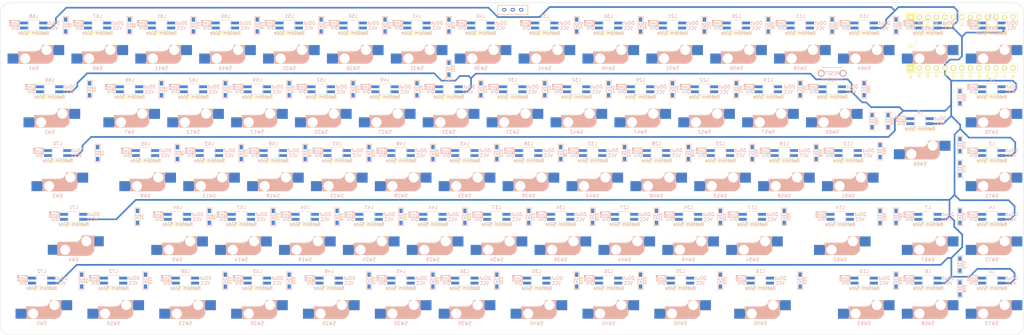
<source format=kicad_pcb>
(kicad_pcb (version 20171130) (host pcbnew "(5.1.5)-3")
  (layers (0 F.Cu signal) (31 B.Cu signal) (34 B.Paste user) (35 F.Paste user) (36 B.SilkS user) (37 F.SilkS user) (38 B.Mask user) (39 F.Mask user) (44 Edge.Cuts user))
  (net 0 "")
  (net 1 "Net-(D1-Pad2)")
  (net 2 Row0)
  (net 3 "Net-(D2-Pad2)")
  (net 4 Row1)
  (net 5 "Net-(D3-Pad2)")
  (net 6 Row2)
  (net 7 "Net-(D4-Pad2)")
  (net 8 Row3)
  (net 9 "Net-(D5-Pad2)")
  (net 10 Row4)
  (net 11 "Net-(D6-Pad2)")
  (net 12 "Net-(D7-Pad2)")
  (net 13 "Net-(D8-Pad2)")
  (net 14 "Net-(D9-Pad2)")
  (net 15 "Net-(D10-Pad2)")
  (net 16 "Net-(D11-Pad2)")
  (net 17 "Net-(D12-Pad2)")
  (net 18 "Net-(D13-Pad2)")
  (net 19 "Net-(D14-Pad2)")
  (net 20 "Net-(D15-Pad2)")
  (net 21 "Net-(D16-Pad2)")
  (net 22 "Net-(D17-Pad2)")
  (net 23 "Net-(D18-Pad2)")
  (net 24 "Net-(D19-Pad2)")
  (net 25 "Net-(D20-Pad2)")
  (net 26 "Net-(D21-Pad2)")
  (net 27 "Net-(D22-Pad2)")
  (net 28 "Net-(D23-Pad2)")
  (net 29 "Net-(D24-Pad2)")
  (net 30 "Net-(D25-Pad2)")
  (net 31 "Net-(D26-Pad2)")
  (net 32 "Net-(D27-Pad2)")
  (net 33 "Net-(D28-Pad2)")
  (net 34 "Net-(D29-Pad2)")
  (net 35 "Net-(D30-Pad2)")
  (net 36 "Net-(D31-Pad2)")
  (net 37 "Net-(D32-Pad2)")
  (net 38 "Net-(D33-Pad2)")
  (net 39 "Net-(D34-Pad2)")
  (net 40 "Net-(D35-Pad2)")
  (net 41 "Net-(D36-Pad1)")
  (net 42 "Net-(D37-Pad1)")
  (net 43 "Net-(D38-Pad1)")
  (net 44 "Net-(D39-Pad1)")
  (net 45 "Net-(D40-Pad1)")
  (net 46 "Net-(D41-Pad1)")
  (net 47 "Net-(D42-Pad1)")
  (net 48 "Net-(D43-Pad1)")
  (net 49 "Net-(D44-Pad1)")
  (net 50 "Net-(D45-Pad1)")
  (net 51 "Net-(D46-Pad1)")
  (net 52 "Net-(D47-Pad1)")
  (net 53 "Net-(D48-Pad1)")
  (net 54 "Net-(D49-Pad1)")
  (net 55 "Net-(D50-Pad1)")
  (net 56 "Net-(D51-Pad1)")
  (net 57 "Net-(D52-Pad1)")
  (net 58 "Net-(D53-Pad1)")
  (net 59 "Net-(D54-Pad1)")
  (net 60 "Net-(D55-Pad1)")
  (net 61 "Net-(D56-Pad1)")
  (net 62 "Net-(D57-Pad1)")
  (net 63 "Net-(D58-Pad1)")
  (net 64 "Net-(D59-Pad1)")
  (net 65 "Net-(D60-Pad1)")
  (net 66 "Net-(D61-Pad1)")
  (net 67 "Net-(D62-Pad1)")
  (net 68 "Net-(D63-Pad1)")
  (net 69 "Net-(D64-Pad1)")
  (net 70 "Net-(D65-Pad1)")
  (net 71 "Net-(D66-Pad1)")
  (net 72 "Net-(D67-Pad1)")
  (net 73 "Net-(D68-Pad1)")
  (net 74 "Net-(D69-Pad1)")
  (net 75 "Net-(D70-Pad1)")
  (net 76 "Net-(D71-Pad1)")
  (net 77 "Net-(D72-Pad1)")
  (net 78 "Net-(D73-Pad1)")
  (net 79 GND)
  (net 80 Bat+)
  (net 81 VCC)
  (net 82 "Net-(L1-Pad1)")
  (net 83 LED)
  (net 84 "Net-(L2-Pad1)")
  (net 85 "Net-(L3-Pad1)")
  (net 86 "Net-(L4-Pad1)")
  (net 87 "Net-(L5-Pad1)")
  (net 88 "Net-(L10-Pad3)")
  (net 89 "Net-(L10-Pad1)")
  (net 90 "Net-(L11-Pad1)")
  (net 91 "Net-(L12-Pad1)")
  (net 92 "Net-(L13-Pad1)")
  (net 93 "Net-(L14-Pad1)")
  (net 94 "Net-(L15-Pad1)")
  (net 95 "Net-(L16-Pad1)")
  (net 96 "Net-(L17-Pad1)")
  (net 97 "Net-(L18-Pad1)")
  (net 98 "Net-(L19-Pad1)")
  (net 99 "Net-(L20-Pad1)")
  (net 100 "Net-(L21-Pad1)")
  (net 101 "Net-(L22-Pad1)")
  (net 102 "Net-(L23-Pad1)")
  (net 103 "Net-(L24-Pad1)")
  (net 104 "Net-(L25-Pad1)")
  (net 105 "Net-(L26-Pad1)")
  (net 106 "Net-(L27-Pad1)")
  (net 107 "Net-(L28-Pad1)")
  (net 108 "Net-(L29-Pad1)")
  (net 109 "Net-(L30-Pad1)")
  (net 110 "Net-(L31-Pad1)")
  (net 111 "Net-(L32-Pad1)")
  (net 112 "Net-(L33-Pad1)")
  (net 113 "Net-(L34-Pad1)")
  (net 114 "Net-(L35-Pad1)")
  (net 115 "Net-(L36-Pad1)")
  (net 116 "Net-(L37-Pad1)")
  (net 117 "Net-(L38-Pad1)")
  (net 118 "Net-(L39-Pad1)")
  (net 119 "Net-(L40-Pad1)")
  (net 120 "Net-(L41-Pad1)")
  (net 121 "Net-(L42-Pad1)")
  (net 122 "Net-(L43-Pad1)")
  (net 123 "Net-(L44-Pad1)")
  (net 124 "Net-(L45-Pad1)")
  (net 125 "Net-(L46-Pad1)")
  (net 126 "Net-(L47-Pad1)")
  (net 127 "Net-(L48-Pad1)")
  (net 128 "Net-(L49-Pad1)")
  (net 129 "Net-(L50-Pad1)")
  (net 130 "Net-(L51-Pad1)")
  (net 131 "Net-(L52-Pad1)")
  (net 132 "Net-(L53-Pad1)")
  (net 133 "Net-(L54-Pad1)")
  (net 134 "Net-(L55-Pad1)")
  (net 135 "Net-(L56-Pad1)")
  (net 136 "Net-(L57-Pad1)")
  (net 137 "Net-(L58-Pad1)")
  (net 138 "Net-(L59-Pad1)")
  (net 139 "Net-(L61-Pad1)")
  (net 140 "Net-(L62-Pad1)")
  (net 141 "Net-(L63-Pad1)")
  (net 142 "Net-(L65-Pad1)")
  (net 143 "Net-(L66-Pad1)")
  (net 144 "Net-(L67-Pad1)")
  (net 145 "Net-(L69-Pad1)")
  (net 146 "Net-(L70-Pad1)")
  (net 147 Col0)
  (net 148 Col1)
  (net 149 Col2)
  (net 150 Col3)
  (net 151 Col4)
  (net 152 Col5)
  (net 153 Col6)
  (net 154 Col7)
  (net 155 Reset)
  (net 156 "Net-(U1-Pad2)")
  (net 157 "Net-(U1-Pad11)")
  (net 158 "Net-(U1-Pad12)")
  (net 159 "Net-(U1-Pad13)")
  (net 160 "Net-(U1-Pad24)")
  (net 161 "Net-(L60-Pad1)")
  (net 162 "Net-(L64-Pad1)")
  (net 163 "Net-(L68-Pad1)")
  (net 164 "Net-(L6-Pad1)")
  (net 165 "Net-(L7-Pad1)")
  (net 166 "Net-(L8-Pad1)")
  (net 167 "Net-(L71-Pad1)")
  (net 168 "Net-(L72-Pad1)")
  (net 169 "Net-(L73-Pad1)")
  (module kbd:D3_SMD_L1 (layer F.Cu) (at 304.8 95.25 90)
    (fp_text reference D73 (at 0 1.4 90) (layer B.SilkS) (effects (font (size 0.8 0.8) (thickness 0.125)) (justify mirror)))
    (fp_text value D hide)
    (pad 2 smd rect (at 1.775 0 90) (size 1.3 0.95) (layers B.Cu B.Paste B.Mask) (net 10 Row4))
    (pad 1 smd rect (at -1.775 0 90) (size 1.3 0.95) (layers B.Cu B.Paste B.Mask) (net 78 "Net-(D73-Pad1)"))
  )
  (module kbd:D3_SMD_L1 (layer F.Cu) (at 304.8 80.9625 90)
    (fp_text reference D72 (at 0 1.4 90) (layer B.SilkS) (effects (font (size 0.8 0.8) (thickness 0.125)) (justify mirror)))
    (fp_text value D hide)
    (pad 2 smd rect (at 1.775 0 90) (size 1.3 0.95) (layers B.Cu B.Paste B.Mask) (net 8 Row3))
    (pad 1 smd rect (at -1.775 0 90) (size 1.3 0.95) (layers B.Cu B.Paste B.Mask) (net 77 "Net-(D72-Pad1)"))
  )
  (module kbd:D3_SMD_L1 (layer F.Cu) (at 304.8 66.675 90)
    (fp_text reference D71 (at 0 1.4 90) (layer B.SilkS) (effects (font (size 0.8 0.8) (thickness 0.125)) (justify mirror)))
    (fp_text value D hide)
    (pad 2 smd rect (at 1.775 0 90) (size 1.3 0.95) (layers B.Cu B.Paste B.Mask) (net 6 Row2))
    (pad 1 smd rect (at -1.775 0 90) (size 1.3 0.95) (layers B.Cu B.Paste B.Mask) (net 76 "Net-(D71-Pad1)"))
  )
  (module kbd:D3_SMD_L1 (layer F.Cu) (at 304.8 59.53125 90)
    (fp_text reference D70 (at 0 1.4 90) (layer B.SilkS) (effects (font (size 0.8 0.8) (thickness 0.125)) (justify mirror)))
    (fp_text value D hide)
    (pad 2 smd rect (at 1.775 0 90) (size 1.3 0.95) (layers B.Cu B.Paste B.Mask) (net 4 Row1))
    (pad 1 smd rect (at -1.775 0 90) (size 1.3 0.95) (layers B.Cu B.Paste B.Mask) (net 75 "Net-(D70-Pad1)"))
  )
  (module kbd:D3_SMD_L1 (layer F.Cu) (at 304.8 45.24375 90)
    (fp_text reference D69 (at 0 1.4 90) (layer B.SilkS) (effects (font (size 0.8 0.8) (thickness 0.125)) (justify mirror)))
    (fp_text value D hide)
    (pad 2 smd rect (at 1.775 0 90) (size 1.3 0.95) (layers B.Cu B.Paste B.Mask) (net 2 Row0))
    (pad 1 smd rect (at -1.775 0 90) (size 1.3 0.95) (layers B.Cu B.Paste B.Mask) (net 74 "Net-(D69-Pad1)"))
  )
  (module kbd:D3_SMD_L1 (layer F.Cu) (at 304.8 102.39375 90)
    (fp_text reference D68 (at 0 1.4 90) (layer B.SilkS) (effects (font (size 0.8 0.8) (thickness 0.125)) (justify mirror)))
    (fp_text value D hide)
    (pad 2 smd rect (at 1.775 0 90) (size 1.3 0.95) (layers B.Cu B.Paste B.Mask) (net 10 Row4))
    (pad 1 smd rect (at -1.775 0 90) (size 1.3 0.95) (layers B.Cu B.Paste B.Mask) (net 73 "Net-(D68-Pad1)"))
  )
  (module kbd:D3_SMD_L1 (layer F.Cu) (at 285.75 80.9625 90)
    (fp_text reference D67 (at 0 1.4 90) (layer B.SilkS) (effects (font (size 0.8 0.8) (thickness 0.125)) (justify mirror)))
    (fp_text value D hide)
    (pad 2 smd rect (at 1.775 0 90) (size 1.3 0.95) (layers B.Cu B.Paste B.Mask) (net 8 Row3))
    (pad 1 smd rect (at -1.775 0 90) (size 1.3 0.95) (layers B.Cu B.Paste B.Mask) (net 72 "Net-(D67-Pad1)"))
  )
  (module kbd:D3_SMD_L1 (layer F.Cu) (at 283.36875 52.3875 90)
    (fp_text reference D66 (at 0 1.4 90) (layer B.SilkS) (effects (font (size 0.8 0.8) (thickness 0.125)) (justify mirror)))
    (fp_text value D hide)
    (pad 2 smd rect (at 1.775 0 90) (size 1.3 0.95) (layers B.Cu B.Paste B.Mask) (net 6 Row2))
    (pad 1 smd rect (at -1.775 0 90) (size 1.3 0.95) (layers B.Cu B.Paste B.Mask) (net 71 "Net-(D66-Pad1)"))
  )
  (module kbd:D3_SMD_L1 (layer F.Cu) (at 278.60625 52.3875 90)
    (fp_text reference D65 (at 0 1.4 90) (layer B.SilkS) (effects (font (size 0.8 0.8) (thickness 0.125)) (justify mirror)))
    (fp_text value D hide)
    (pad 2 smd rect (at 1.775 0 90) (size 1.3 0.95) (layers B.Cu B.Paste B.Mask) (net 4 Row1))
    (pad 1 smd rect (at -1.775 0 90) (size 1.3 0.95) (layers B.Cu B.Paste B.Mask) (net 70 "Net-(D65-Pad1)"))
  )
  (module kbd:D3_SMD_L1 (layer F.Cu) (at 285.75 23.8125 90)
    (fp_text reference D64 (at 0 1.4 90) (layer B.SilkS) (effects (font (size 0.8 0.8) (thickness 0.125)) (justify mirror)))
    (fp_text value D hide)
    (pad 2 smd rect (at 1.775 0 90) (size 1.3 0.95) (layers B.Cu B.Paste B.Mask) (net 2 Row0))
    (pad 1 smd rect (at -1.775 0 90) (size 1.3 0.95) (layers B.Cu B.Paste B.Mask) (net 69 "Net-(D64-Pad1)"))
  )
  (module kbd:D3_SMD_L1 (layer F.Cu) (at 285.75 100.0125 90)
    (fp_text reference D63 (at 0 1.4 90) (layer B.SilkS) (effects (font (size 0.8 0.8) (thickness 0.125)) (justify mirror)))
    (fp_text value D hide)
    (pad 2 smd rect (at 1.775 0 90) (size 1.3 0.95) (layers B.Cu B.Paste B.Mask) (net 10 Row4))
    (pad 1 smd rect (at -1.775 0 90) (size 1.3 0.95) (layers B.Cu B.Paste B.Mask) (net 68 "Net-(D63-Pad1)"))
  )
  (module kbd:D3_SMD_L1 (layer F.Cu) (at 280.9875 80.9625 90)
    (fp_text reference D62 (at 0 1.4 90) (layer B.SilkS) (effects (font (size 0.8 0.8) (thickness 0.125)) (justify mirror)))
    (fp_text value D hide)
    (pad 2 smd rect (at 1.775 0 90) (size 1.3 0.95) (layers B.Cu B.Paste B.Mask) (net 8 Row3))
    (pad 1 smd rect (at -1.775 0 90) (size 1.3 0.95) (layers B.Cu B.Paste B.Mask) (net 67 "Net-(D62-Pad1)"))
  )
  (module kbd:D3_SMD_L1 (layer F.Cu) (at 280.9875 61.30625 90)
    (fp_text reference D61 (at 0 1.4 90) (layer B.SilkS) (effects (font (size 0.8 0.8) (thickness 0.125)) (justify mirror)))
    (fp_text value D hide)
    (pad 2 smd rect (at 1.775 0 90) (size 1.3 0.95) (layers B.Cu B.Paste B.Mask) (net 6 Row2))
    (pad 1 smd rect (at -1.775 0 90) (size 1.3 0.95) (layers B.Cu B.Paste B.Mask) (net 66 "Net-(D61-Pad1)"))
  )
  (module kbd:D3_SMD_L1 (layer F.Cu) (at 276.225 42.8625 90)
    (fp_text reference D60 (at 0 1.4 90) (layer B.SilkS) (effects (font (size 0.8 0.8) (thickness 0.125)) (justify mirror)))
    (fp_text value D hide)
    (pad 2 smd rect (at 1.775 0 90) (size 1.3 0.95) (layers B.Cu B.Paste B.Mask) (net 4 Row1))
    (pad 1 smd rect (at -1.775 0 90) (size 1.3 0.95) (layers B.Cu B.Paste B.Mask) (net 65 "Net-(D60-Pad1)"))
  )
  (module kbd:D3_SMD_L1 (layer F.Cu) (at 266.7 23.8125 90)
    (fp_text reference D59 (at 0 1.4 90) (layer B.SilkS) (effects (font (size 0.8 0.8) (thickness 0.125)) (justify mirror)))
    (fp_text value D hide)
    (pad 2 smd rect (at 1.775 0 90) (size 1.3 0.95) (layers B.Cu B.Paste B.Mask) (net 2 Row0))
    (pad 1 smd rect (at -1.775 0 90) (size 1.3 0.95) (layers B.Cu B.Paste B.Mask) (net 64 "Net-(D59-Pad1)"))
  )
  (module kbd:D3_SMD_L1 (layer F.Cu) (at 261.9375 61.9125 90)
    (fp_text reference D58 (at 0 1.4 90) (layer B.SilkS) (effects (font (size 0.8 0.8) (thickness 0.125)) (justify mirror)))
    (fp_text value D hide)
    (pad 2 smd rect (at 1.775 0 90) (size 1.3 0.95) (layers B.Cu B.Paste B.Mask) (net 6 Row2))
    (pad 1 smd rect (at -1.775 0 90) (size 1.3 0.95) (layers B.Cu B.Paste B.Mask) (net 63 "Net-(D58-Pad1)"))
  )
  (module kbd:D3_SMD_L1 (layer F.Cu) (at 257.175 42.8625 90)
    (fp_text reference D57 (at 0 1.4 90) (layer B.SilkS) (effects (font (size 0.8 0.8) (thickness 0.125)) (justify mirror)))
    (fp_text value D hide)
    (pad 2 smd rect (at 1.775 0 90) (size 1.3 0.95) (layers B.Cu B.Paste B.Mask) (net 4 Row1))
    (pad 1 smd rect (at -1.775 0 90) (size 1.3 0.95) (layers B.Cu B.Paste B.Mask) (net 62 "Net-(D57-Pad1)"))
  )
  (module kbd:D3_SMD_L1 (layer F.Cu) (at 247.65 23.8125 90)
    (fp_text reference D56 (at 0 1.4 90) (layer B.SilkS) (effects (font (size 0.8 0.8) (thickness 0.125)) (justify mirror)))
    (fp_text value D hide)
    (pad 2 smd rect (at 1.775 0 90) (size 1.3 0.95) (layers B.Cu B.Paste B.Mask) (net 2 Row0))
    (pad 1 smd rect (at -1.775 0 90) (size 1.3 0.95) (layers B.Cu B.Paste B.Mask) (net 61 "Net-(D56-Pad1)"))
  )
  (module kbd:D3_SMD_L1 (layer F.Cu) (at 257.175 100.0125 90)
    (fp_text reference D55 (at 0 1.4 90) (layer B.SilkS) (effects (font (size 0.8 0.8) (thickness 0.125)) (justify mirror)))
    (fp_text value D hide)
    (pad 2 smd rect (at 1.775 0 90) (size 1.3 0.95) (layers B.Cu B.Paste B.Mask) (net 10 Row4))
    (pad 1 smd rect (at -1.775 0 90) (size 1.3 0.95) (layers B.Cu B.Paste B.Mask) (net 60 "Net-(D55-Pad1)"))
  )
  (module kbd:D3_SMD_L1 (layer F.Cu) (at 252.4125 80.9625 90)
    (fp_text reference D54 (at 0 1.4 90) (layer B.SilkS) (effects (font (size 0.8 0.8) (thickness 0.125)) (justify mirror)))
    (fp_text value D hide)
    (pad 2 smd rect (at 1.775 0 90) (size 1.3 0.95) (layers B.Cu B.Paste B.Mask) (net 8 Row3))
    (pad 1 smd rect (at -1.775 0 90) (size 1.3 0.95) (layers B.Cu B.Paste B.Mask) (net 59 "Net-(D54-Pad1)"))
  )
  (module kbd:D3_SMD_L1 (layer F.Cu) (at 242.8875 61.9125 90)
    (fp_text reference D53 (at 0 1.4 90) (layer B.SilkS) (effects (font (size 0.8 0.8) (thickness 0.125)) (justify mirror)))
    (fp_text value D hide)
    (pad 2 smd rect (at 1.775 0 90) (size 1.3 0.95) (layers B.Cu B.Paste B.Mask) (net 6 Row2))
    (pad 1 smd rect (at -1.775 0 90) (size 1.3 0.95) (layers B.Cu B.Paste B.Mask) (net 58 "Net-(D53-Pad1)"))
  )
  (module kbd:D3_SMD_L1 (layer F.Cu) (at 238.125 42.8625 90)
    (fp_text reference D52 (at 0 1.4 90) (layer B.SilkS) (effects (font (size 0.8 0.8) (thickness 0.125)) (justify mirror)))
    (fp_text value D hide)
    (pad 2 smd rect (at 1.775 0 90) (size 1.3 0.95) (layers B.Cu B.Paste B.Mask) (net 4 Row1))
    (pad 1 smd rect (at -1.775 0 90) (size 1.3 0.95) (layers B.Cu B.Paste B.Mask) (net 57 "Net-(D52-Pad1)"))
  )
  (module kbd:D3_SMD_L1 (layer F.Cu) (at 228.6 23.8125 90)
    (fp_text reference D51 (at 0 1.4 90) (layer B.SilkS) (effects (font (size 0.8 0.8) (thickness 0.125)) (justify mirror)))
    (fp_text value D hide)
    (pad 2 smd rect (at 1.775 0 90) (size 1.3 0.95) (layers B.Cu B.Paste B.Mask) (net 2 Row0))
    (pad 1 smd rect (at -1.775 0 90) (size 1.3 0.95) (layers B.Cu B.Paste B.Mask) (net 56 "Net-(D51-Pad1)"))
  )
  (module kbd:D3_SMD_L1 (layer F.Cu) (at 233.3625 100.0125 90)
    (fp_text reference D50 (at 0 1.4 90) (layer B.SilkS) (effects (font (size 0.8 0.8) (thickness 0.125)) (justify mirror)))
    (fp_text value D hide)
    (pad 2 smd rect (at 1.775 0 90) (size 1.3 0.95) (layers B.Cu B.Paste B.Mask) (net 10 Row4))
    (pad 1 smd rect (at -1.775 0 90) (size 1.3 0.95) (layers B.Cu B.Paste B.Mask) (net 55 "Net-(D50-Pad1)"))
  )
  (module kbd:D3_SMD_L1 (layer F.Cu) (at 233.3625 80.9625 90)
    (fp_text reference D49 (at 0 1.4 90) (layer B.SilkS) (effects (font (size 0.8 0.8) (thickness 0.125)) (justify mirror)))
    (fp_text value D hide)
    (pad 2 smd rect (at 1.775 0 90) (size 1.3 0.95) (layers B.Cu B.Paste B.Mask) (net 8 Row3))
    (pad 1 smd rect (at -1.775 0 90) (size 1.3 0.95) (layers B.Cu B.Paste B.Mask) (net 54 "Net-(D49-Pad1)"))
  )
  (module kbd:D3_SMD_L1 (layer F.Cu) (at 223.8375 61.9125 90)
    (fp_text reference D48 (at 0 1.4 90) (layer B.SilkS) (effects (font (size 0.8 0.8) (thickness 0.125)) (justify mirror)))
    (fp_text value D hide)
    (pad 2 smd rect (at 1.775 0 90) (size 1.3 0.95) (layers B.Cu B.Paste B.Mask) (net 6 Row2))
    (pad 1 smd rect (at -1.775 0 90) (size 1.3 0.95) (layers B.Cu B.Paste B.Mask) (net 53 "Net-(D48-Pad1)"))
  )
  (module kbd:D3_SMD_L1 (layer F.Cu) (at 219.075 42.8625 90)
    (fp_text reference D47 (at 0 1.4 90) (layer B.SilkS) (effects (font (size 0.8 0.8) (thickness 0.125)) (justify mirror)))
    (fp_text value D hide)
    (pad 2 smd rect (at 1.775 0 90) (size 1.3 0.95) (layers B.Cu B.Paste B.Mask) (net 4 Row1))
    (pad 1 smd rect (at -1.775 0 90) (size 1.3 0.95) (layers B.Cu B.Paste B.Mask) (net 52 "Net-(D47-Pad1)"))
  )
  (module kbd:D3_SMD_L1 (layer F.Cu) (at 209.55 23.8125 90)
    (fp_text reference D46 (at 0 1.4 90) (layer B.SilkS) (effects (font (size 0.8 0.8) (thickness 0.125)) (justify mirror)))
    (fp_text value D hide)
    (pad 2 smd rect (at 1.775 0 90) (size 1.3 0.95) (layers B.Cu B.Paste B.Mask) (net 2 Row0))
    (pad 1 smd rect (at -1.775 0 90) (size 1.3 0.95) (layers B.Cu B.Paste B.Mask) (net 51 "Net-(D46-Pad1)"))
  )
  (module kbd:D3_SMD_L1 (layer F.Cu) (at 209.55 100.0125 90)
    (fp_text reference D45 (at 0 1.4 90) (layer B.SilkS) (effects (font (size 0.8 0.8) (thickness 0.125)) (justify mirror)))
    (fp_text value D hide)
    (pad 2 smd rect (at 1.775 0 90) (size 1.3 0.95) (layers B.Cu B.Paste B.Mask) (net 10 Row4))
    (pad 1 smd rect (at -1.775 0 90) (size 1.3 0.95) (layers B.Cu B.Paste B.Mask) (net 50 "Net-(D45-Pad1)"))
  )
  (module kbd:D3_SMD_L1 (layer F.Cu) (at 214.3125 80.9625 90)
    (fp_text reference D44 (at 0 1.4 90) (layer B.SilkS) (effects (font (size 0.8 0.8) (thickness 0.125)) (justify mirror)))
    (fp_text value D hide)
    (pad 2 smd rect (at 1.775 0 90) (size 1.3 0.95) (layers B.Cu B.Paste B.Mask) (net 8 Row3))
    (pad 1 smd rect (at -1.775 0 90) (size 1.3 0.95) (layers B.Cu B.Paste B.Mask) (net 49 "Net-(D44-Pad1)"))
  )
  (module kbd:D3_SMD_L1 (layer F.Cu) (at 204.7875 61.9125 90)
    (fp_text reference D43 (at 0 1.4 90) (layer B.SilkS) (effects (font (size 0.8 0.8) (thickness 0.125)) (justify mirror)))
    (fp_text value D hide)
    (pad 2 smd rect (at 1.775 0 90) (size 1.3 0.95) (layers B.Cu B.Paste B.Mask) (net 6 Row2))
    (pad 1 smd rect (at -1.775 0 90) (size 1.3 0.95) (layers B.Cu B.Paste B.Mask) (net 48 "Net-(D43-Pad1)"))
  )
  (module kbd:D3_SMD_L1 (layer F.Cu) (at 200.025 42.8625 90)
    (fp_text reference D42 (at 0 1.4 90) (layer B.SilkS) (effects (font (size 0.8 0.8) (thickness 0.125)) (justify mirror)))
    (fp_text value D hide)
    (pad 2 smd rect (at 1.775 0 90) (size 1.3 0.95) (layers B.Cu B.Paste B.Mask) (net 4 Row1))
    (pad 1 smd rect (at -1.775 0 90) (size 1.3 0.95) (layers B.Cu B.Paste B.Mask) (net 47 "Net-(D42-Pad1)"))
  )
  (module kbd:D3_SMD_L1 (layer F.Cu) (at 190.5 23.8125 90)
    (fp_text reference D41 (at 0 1.4 90) (layer B.SilkS) (effects (font (size 0.8 0.8) (thickness 0.125)) (justify mirror)))
    (fp_text value D hide)
    (pad 2 smd rect (at 1.775 0 90) (size 1.3 0.95) (layers B.Cu B.Paste B.Mask) (net 2 Row0))
    (pad 1 smd rect (at -1.775 0 90) (size 1.3 0.95) (layers B.Cu B.Paste B.Mask) (net 46 "Net-(D41-Pad1)"))
  )
  (module kbd:D3_SMD_L1 (layer F.Cu) (at 190.5 100.0125 90)
    (fp_text reference D40 (at 0 1.4 90) (layer B.SilkS) (effects (font (size 0.8 0.8) (thickness 0.125)) (justify mirror)))
    (fp_text value D hide)
    (pad 2 smd rect (at 1.775 0 90) (size 1.3 0.95) (layers B.Cu B.Paste B.Mask) (net 10 Row4))
    (pad 1 smd rect (at -1.775 0 90) (size 1.3 0.95) (layers B.Cu B.Paste B.Mask) (net 45 "Net-(D40-Pad1)"))
  )
  (module kbd:D3_SMD_L1 (layer F.Cu) (at 195.2625 80.9625 90)
    (fp_text reference D39 (at 0 1.4 90) (layer B.SilkS) (effects (font (size 0.8 0.8) (thickness 0.125)) (justify mirror)))
    (fp_text value D hide)
    (pad 2 smd rect (at 1.775 0 90) (size 1.3 0.95) (layers B.Cu B.Paste B.Mask) (net 8 Row3))
    (pad 1 smd rect (at -1.775 0 90) (size 1.3 0.95) (layers B.Cu B.Paste B.Mask) (net 44 "Net-(D39-Pad1)"))
  )
  (module kbd:D3_SMD_L1 (layer F.Cu) (at 185.7375 61.9125 90)
    (fp_text reference D38 (at 0 1.4 90) (layer B.SilkS) (effects (font (size 0.8 0.8) (thickness 0.125)) (justify mirror)))
    (fp_text value D hide)
    (pad 2 smd rect (at 1.775 0 90) (size 1.3 0.95) (layers B.Cu B.Paste B.Mask) (net 6 Row2))
    (pad 1 smd rect (at -1.775 0 90) (size 1.3 0.95) (layers B.Cu B.Paste B.Mask) (net 43 "Net-(D38-Pad1)"))
  )
  (module kbd:D3_SMD_L1 (layer F.Cu) (at 180.975 42.8625 90)
    (fp_text reference D37 (at 0 1.4 90) (layer B.SilkS) (effects (font (size 0.8 0.8) (thickness 0.125)) (justify mirror)))
    (fp_text value D hide)
    (pad 2 smd rect (at 1.775 0 90) (size 1.3 0.95) (layers B.Cu B.Paste B.Mask) (net 4 Row1))
    (pad 1 smd rect (at -1.775 0 90) (size 1.3 0.95) (layers B.Cu B.Paste B.Mask) (net 42 "Net-(D37-Pad1)"))
  )
  (module kbd:D3_SMD_L1 (layer F.Cu) (at 152.4 23.8125 90)
    (fp_text reference D36 (at 0 1.4 90) (layer B.SilkS) (effects (font (size 0.8 0.8) (thickness 0.125)) (justify mirror)))
    (fp_text value D hide)
    (pad 2 smd rect (at 1.775 0 90) (size 1.3 0.95) (layers B.Cu B.Paste B.Mask) (net 2 Row0))
    (pad 1 smd rect (at -1.775 0 90) (size 1.3 0.95) (layers B.Cu B.Paste B.Mask) (net 41 "Net-(D36-Pad1)"))
  )
  (module kbd:D3_SMD_L1 (layer F.Cu) (at 166.6875 100.0125 90)
    (fp_text reference D35 (at 0 1.4 90) (layer B.SilkS) (effects (font (size 0.8 0.8) (thickness 0.125)) (justify mirror)))
    (fp_text value D hide)
    (pad 2 smd rect (at 1.775 0 90) (size 1.3 0.95) (layers B.Cu B.Paste B.Mask) (net 40 "Net-(D35-Pad2)"))
    (pad 1 smd rect (at -1.775 0 90) (size 1.3 0.95) (layers B.Cu B.Paste B.Mask) (net 10 Row4))
  )
  (module kbd:D3_SMD_L1 (layer F.Cu) (at 176.2125 80.9625 90)
    (fp_text reference D34 (at 0 1.4 90) (layer B.SilkS) (effects (font (size 0.8 0.8) (thickness 0.125)) (justify mirror)))
    (fp_text value D hide)
    (pad 2 smd rect (at 1.775 0 90) (size 1.3 0.95) (layers B.Cu B.Paste B.Mask) (net 39 "Net-(D34-Pad2)"))
    (pad 1 smd rect (at -1.775 0 90) (size 1.3 0.95) (layers B.Cu B.Paste B.Mask) (net 8 Row3))
  )
  (module kbd:D3_SMD_L1 (layer F.Cu) (at 166.6875 61.9125 90)
    (fp_text reference D33 (at 0 1.4 90) (layer B.SilkS) (effects (font (size 0.8 0.8) (thickness 0.125)) (justify mirror)))
    (fp_text value D hide)
    (pad 2 smd rect (at 1.775 0 90) (size 1.3 0.95) (layers B.Cu B.Paste B.Mask) (net 38 "Net-(D33-Pad2)"))
    (pad 1 smd rect (at -1.775 0 90) (size 1.3 0.95) (layers B.Cu B.Paste B.Mask) (net 6 Row2))
  )
  (module kbd:D3_SMD_L1 (layer F.Cu) (at 161.925 42.8625 90)
    (fp_text reference D32 (at 0 1.4 90) (layer B.SilkS) (effects (font (size 0.8 0.8) (thickness 0.125)) (justify mirror)))
    (fp_text value D hide)
    (pad 2 smd rect (at 1.775 0 90) (size 1.3 0.95) (layers B.Cu B.Paste B.Mask) (net 37 "Net-(D32-Pad2)"))
    (pad 1 smd rect (at -1.775 0 90) (size 1.3 0.95) (layers B.Cu B.Paste B.Mask) (net 4 Row1))
  )
  (module kbd:D3_SMD_L1 (layer F.Cu) (at 152.4 36.71875 90)
    (fp_text reference D31 (at 0 1.4 90) (layer B.SilkS) (effects (font (size 0.8 0.8) (thickness 0.125)) (justify mirror)))
    (fp_text value D hide)
    (pad 2 smd rect (at 1.775 0 90) (size 1.3 0.95) (layers B.Cu B.Paste B.Mask) (net 36 "Net-(D31-Pad2)"))
    (pad 1 smd rect (at -1.775 0 90) (size 1.3 0.95) (layers B.Cu B.Paste B.Mask) (net 2 Row0))
  )
  (module kbd:D3_SMD_L1 (layer F.Cu) (at 147.6375 100.0125 90)
    (fp_text reference D30 (at 0 1.4 90) (layer B.SilkS) (effects (font (size 0.8 0.8) (thickness 0.125)) (justify mirror)))
    (fp_text value D hide)
    (pad 2 smd rect (at 1.775 0 90) (size 1.3 0.95) (layers B.Cu B.Paste B.Mask) (net 35 "Net-(D30-Pad2)"))
    (pad 1 smd rect (at -1.775 0 90) (size 1.3 0.95) (layers B.Cu B.Paste B.Mask) (net 10 Row4))
  )
  (module kbd:D3_SMD_L1 (layer F.Cu) (at 157.1625 80.9625 90)
    (fp_text reference D29 (at 0 1.4 90) (layer B.SilkS) (effects (font (size 0.8 0.8) (thickness 0.125)) (justify mirror)))
    (fp_text value D hide)
    (pad 2 smd rect (at 1.775 0 90) (size 1.3 0.95) (layers B.Cu B.Paste B.Mask) (net 34 "Net-(D29-Pad2)"))
    (pad 1 smd rect (at -1.775 0 90) (size 1.3 0.95) (layers B.Cu B.Paste B.Mask) (net 8 Row3))
  )
  (module kbd:D3_SMD_L1 (layer F.Cu) (at 147.6375 61.9125 90)
    (fp_text reference D28 (at 0 1.4 90) (layer B.SilkS) (effects (font (size 0.8 0.8) (thickness 0.125)) (justify mirror)))
    (fp_text value D hide)
    (pad 2 smd rect (at 1.775 0 90) (size 1.3 0.95) (layers B.Cu B.Paste B.Mask) (net 33 "Net-(D28-Pad2)"))
    (pad 1 smd rect (at -1.775 0 90) (size 1.3 0.95) (layers B.Cu B.Paste B.Mask) (net 6 Row2))
  )
  (module kbd:D3_SMD_L1 (layer F.Cu) (at 142.875 42.8625 90)
    (fp_text reference D27 (at 0 1.4 90) (layer B.SilkS) (effects (font (size 0.8 0.8) (thickness 0.125)) (justify mirror)))
    (fp_text value D hide)
    (pad 2 smd rect (at 1.775 0 90) (size 1.3 0.95) (layers B.Cu B.Paste B.Mask) (net 32 "Net-(D27-Pad2)"))
    (pad 1 smd rect (at -1.775 0 90) (size 1.3 0.95) (layers B.Cu B.Paste B.Mask) (net 4 Row1))
  )
  (module kbd:D3_SMD_L1 (layer F.Cu) (at 133.35 23.8125 90)
    (fp_text reference D26 (at 0 1.4 90) (layer B.SilkS) (effects (font (size 0.8 0.8) (thickness 0.125)) (justify mirror)))
    (fp_text value D hide)
    (pad 2 smd rect (at 1.775 0 90) (size 1.3 0.95) (layers B.Cu B.Paste B.Mask) (net 31 "Net-(D26-Pad2)"))
    (pad 1 smd rect (at -1.775 0 90) (size 1.3 0.95) (layers B.Cu B.Paste B.Mask) (net 2 Row0))
  )
  (module kbd:D3_SMD_L1 (layer F.Cu) (at 128.5875 100.0125 90)
    (fp_text reference D25 (at 0 1.4 90) (layer B.SilkS) (effects (font (size 0.8 0.8) (thickness 0.125)) (justify mirror)))
    (fp_text value D hide)
    (pad 2 smd rect (at 1.775 0 90) (size 1.3 0.95) (layers B.Cu B.Paste B.Mask) (net 30 "Net-(D25-Pad2)"))
    (pad 1 smd rect (at -1.775 0 90) (size 1.3 0.95) (layers B.Cu B.Paste B.Mask) (net 10 Row4))
  )
  (module kbd:D3_SMD_L1 (layer F.Cu) (at 138.1125 80.9625 90)
    (fp_text reference D24 (at 0 1.4 90) (layer B.SilkS) (effects (font (size 0.8 0.8) (thickness 0.125)) (justify mirror)))
    (fp_text value D hide)
    (pad 2 smd rect (at 1.775 0 90) (size 1.3 0.95) (layers B.Cu B.Paste B.Mask) (net 29 "Net-(D24-Pad2)"))
    (pad 1 smd rect (at -1.775 0 90) (size 1.3 0.95) (layers B.Cu B.Paste B.Mask) (net 8 Row3))
  )
  (module kbd:D3_SMD_L1 (layer F.Cu) (at 128.5875 61.9125 90)
    (fp_text reference D23 (at 0 1.4 90) (layer B.SilkS) (effects (font (size 0.8 0.8) (thickness 0.125)) (justify mirror)))
    (fp_text value D hide)
    (pad 2 smd rect (at 1.775 0 90) (size 1.3 0.95) (layers B.Cu B.Paste B.Mask) (net 28 "Net-(D23-Pad2)"))
    (pad 1 smd rect (at -1.775 0 90) (size 1.3 0.95) (layers B.Cu B.Paste B.Mask) (net 6 Row2))
  )
  (module kbd:D3_SMD_L1 (layer F.Cu) (at 123.825 42.8625 90)
    (fp_text reference D22 (at 0 1.4 90) (layer B.SilkS) (effects (font (size 0.8 0.8) (thickness 0.125)) (justify mirror)))
    (fp_text value D hide)
    (pad 2 smd rect (at 1.775 0 90) (size 1.3 0.95) (layers B.Cu B.Paste B.Mask) (net 27 "Net-(D22-Pad2)"))
    (pad 1 smd rect (at -1.775 0 90) (size 1.3 0.95) (layers B.Cu B.Paste B.Mask) (net 4 Row1))
  )
  (module kbd:D3_SMD_L1 (layer F.Cu) (at 114.3 23.8125 90)
    (fp_text reference D21 (at 0 1.4 90) (layer B.SilkS) (effects (font (size 0.8 0.8) (thickness 0.125)) (justify mirror)))
    (fp_text value D hide)
    (pad 2 smd rect (at 1.775 0 90) (size 1.3 0.95) (layers B.Cu B.Paste B.Mask) (net 26 "Net-(D21-Pad2)"))
    (pad 1 smd rect (at -1.775 0 90) (size 1.3 0.95) (layers B.Cu B.Paste B.Mask) (net 2 Row0))
  )
  (module kbd:D3_SMD_L1 (layer F.Cu) (at 104.775 100.0125 90)
    (fp_text reference D20 (at 0 1.4 90) (layer B.SilkS) (effects (font (size 0.8 0.8) (thickness 0.125)) (justify mirror)))
    (fp_text value D hide)
    (pad 2 smd rect (at 1.775 0 90) (size 1.3 0.95) (layers B.Cu B.Paste B.Mask) (net 25 "Net-(D20-Pad2)"))
    (pad 1 smd rect (at -1.775 0 90) (size 1.3 0.95) (layers B.Cu B.Paste B.Mask) (net 10 Row4))
  )
  (module kbd:D3_SMD_L1 (layer F.Cu) (at 119.0625 80.9625 90)
    (fp_text reference D19 (at 0 1.4 90) (layer B.SilkS) (effects (font (size 0.8 0.8) (thickness 0.125)) (justify mirror)))
    (fp_text value D hide)
    (pad 2 smd rect (at 1.775 0 90) (size 1.3 0.95) (layers B.Cu B.Paste B.Mask) (net 24 "Net-(D19-Pad2)"))
    (pad 1 smd rect (at -1.775 0 90) (size 1.3 0.95) (layers B.Cu B.Paste B.Mask) (net 8 Row3))
  )
  (module kbd:D3_SMD_L1 (layer F.Cu) (at 109.5375 61.9125 90)
    (fp_text reference D18 (at 0 1.4 90) (layer B.SilkS) (effects (font (size 0.8 0.8) (thickness 0.125)) (justify mirror)))
    (fp_text value D hide)
    (pad 2 smd rect (at 1.775 0 90) (size 1.3 0.95) (layers B.Cu B.Paste B.Mask) (net 23 "Net-(D18-Pad2)"))
    (pad 1 smd rect (at -1.775 0 90) (size 1.3 0.95) (layers B.Cu B.Paste B.Mask) (net 6 Row2))
  )
  (module kbd:D3_SMD_L1 (layer F.Cu) (at 104.775 42.8625 90)
    (fp_text reference D17 (at 0 1.4 90) (layer B.SilkS) (effects (font (size 0.8 0.8) (thickness 0.125)) (justify mirror)))
    (fp_text value D hide)
    (pad 2 smd rect (at 1.775 0 90) (size 1.3 0.95) (layers B.Cu B.Paste B.Mask) (net 22 "Net-(D17-Pad2)"))
    (pad 1 smd rect (at -1.775 0 90) (size 1.3 0.95) (layers B.Cu B.Paste B.Mask) (net 4 Row1))
  )
  (module kbd:D3_SMD_L1 (layer F.Cu) (at 95.25 23.8125 90)
    (fp_text reference D16 (at 0 1.4 90) (layer B.SilkS) (effects (font (size 0.8 0.8) (thickness 0.125)) (justify mirror)))
    (fp_text value D hide)
    (pad 2 smd rect (at 1.775 0 90) (size 1.3 0.95) (layers B.Cu B.Paste B.Mask) (net 21 "Net-(D16-Pad2)"))
    (pad 1 smd rect (at -1.775 0 90) (size 1.3 0.95) (layers B.Cu B.Paste B.Mask) (net 2 Row0))
  )
  (module kbd:D3_SMD_L1 (layer F.Cu) (at 85.725 100.0125 90)
    (fp_text reference D15 (at 0 1.4 90) (layer B.SilkS) (effects (font (size 0.8 0.8) (thickness 0.125)) (justify mirror)))
    (fp_text value D hide)
    (pad 2 smd rect (at 1.775 0 90) (size 1.3 0.95) (layers B.Cu B.Paste B.Mask) (net 20 "Net-(D15-Pad2)"))
    (pad 1 smd rect (at -1.775 0 90) (size 1.3 0.95) (layers B.Cu B.Paste B.Mask) (net 10 Row4))
  )
  (module kbd:D3_SMD_L1 (layer F.Cu) (at 100.0125 80.9625 90)
    (fp_text reference D14 (at 0 1.4 90) (layer B.SilkS) (effects (font (size 0.8 0.8) (thickness 0.125)) (justify mirror)))
    (fp_text value D hide)
    (pad 2 smd rect (at 1.775 0 90) (size 1.3 0.95) (layers B.Cu B.Paste B.Mask) (net 19 "Net-(D14-Pad2)"))
    (pad 1 smd rect (at -1.775 0 90) (size 1.3 0.95) (layers B.Cu B.Paste B.Mask) (net 8 Row3))
  )
  (module kbd:D3_SMD_L1 (layer F.Cu) (at 90.4875 61.9125 90)
    (fp_text reference D13 (at 0 1.4 90) (layer B.SilkS) (effects (font (size 0.8 0.8) (thickness 0.125)) (justify mirror)))
    (fp_text value D hide)
    (pad 2 smd rect (at 1.775 0 90) (size 1.3 0.95) (layers B.Cu B.Paste B.Mask) (net 18 "Net-(D13-Pad2)"))
    (pad 1 smd rect (at -1.775 0 90) (size 1.3 0.95) (layers B.Cu B.Paste B.Mask) (net 6 Row2))
  )
  (module kbd:D3_SMD_L1 (layer F.Cu) (at 85.725 42.8625 90)
    (fp_text reference D12 (at 0 1.4 90) (layer B.SilkS) (effects (font (size 0.8 0.8) (thickness 0.125)) (justify mirror)))
    (fp_text value D hide)
    (pad 2 smd rect (at 1.775 0 90) (size 1.3 0.95) (layers B.Cu B.Paste B.Mask) (net 17 "Net-(D12-Pad2)"))
    (pad 1 smd rect (at -1.775 0 90) (size 1.3 0.95) (layers B.Cu B.Paste B.Mask) (net 4 Row1))
  )
  (module kbd:D3_SMD_L1 (layer F.Cu) (at 76.2 23.8125 90)
    (fp_text reference D11 (at 0 1.4 90) (layer B.SilkS) (effects (font (size 0.8 0.8) (thickness 0.125)) (justify mirror)))
    (fp_text value D hide)
    (pad 2 smd rect (at 1.775 0 90) (size 1.3 0.95) (layers B.Cu B.Paste B.Mask) (net 16 "Net-(D11-Pad2)"))
    (pad 1 smd rect (at -1.775 0 90) (size 1.3 0.95) (layers B.Cu B.Paste B.Mask) (net 2 Row0))
  )
  (module kbd:D3_SMD_L1 (layer F.Cu) (at 61.9125 100.0125 90)
    (fp_text reference D10 (at 0 1.4 90) (layer B.SilkS) (effects (font (size 0.8 0.8) (thickness 0.125)) (justify mirror)))
    (fp_text value D hide)
    (pad 2 smd rect (at 1.775 0 90) (size 1.3 0.95) (layers B.Cu B.Paste B.Mask) (net 15 "Net-(D10-Pad2)"))
    (pad 1 smd rect (at -1.775 0 90) (size 1.3 0.95) (layers B.Cu B.Paste B.Mask) (net 10 Row4))
  )
  (module kbd:D3_SMD_L1 (layer F.Cu) (at 80.9625 80.9625 90)
    (fp_text reference D9 (at 0 1.4 90) (layer B.SilkS) (effects (font (size 0.8 0.8) (thickness 0.125)) (justify mirror)))
    (fp_text value D hide)
    (pad 2 smd rect (at 1.775 0 90) (size 1.3 0.95) (layers B.Cu B.Paste B.Mask) (net 14 "Net-(D9-Pad2)"))
    (pad 1 smd rect (at -1.775 0 90) (size 1.3 0.95) (layers B.Cu B.Paste B.Mask) (net 8 Row3))
  )
  (module kbd:D3_SMD_L1 (layer F.Cu) (at 71.4375 61.9125 90)
    (fp_text reference D8 (at 0 1.4 90) (layer B.SilkS) (effects (font (size 0.8 0.8) (thickness 0.125)) (justify mirror)))
    (fp_text value D hide)
    (pad 2 smd rect (at 1.775 0 90) (size 1.3 0.95) (layers B.Cu B.Paste B.Mask) (net 13 "Net-(D8-Pad2)"))
    (pad 1 smd rect (at -1.775 0 90) (size 1.3 0.95) (layers B.Cu B.Paste B.Mask) (net 6 Row2))
  )
  (module kbd:D3_SMD_L1 (layer F.Cu) (at 66.675 42.8625 90)
    (fp_text reference D7 (at 0 1.4 90) (layer B.SilkS) (effects (font (size 0.8 0.8) (thickness 0.125)) (justify mirror)))
    (fp_text value D hide)
    (pad 2 smd rect (at 1.775 0 90) (size 1.3 0.95) (layers B.Cu B.Paste B.Mask) (net 12 "Net-(D7-Pad2)"))
    (pad 1 smd rect (at -1.775 0 90) (size 1.3 0.95) (layers B.Cu B.Paste B.Mask) (net 4 Row1))
  )
  (module kbd:D3_SMD_L1 (layer F.Cu) (at 57.15 23.8125 90)
    (fp_text reference D6 (at 0 1.4 90) (layer B.SilkS) (effects (font (size 0.8 0.8) (thickness 0.125)) (justify mirror)))
    (fp_text value D hide)
    (pad 2 smd rect (at 1.775 0 90) (size 1.3 0.95) (layers B.Cu B.Paste B.Mask) (net 11 "Net-(D6-Pad2)"))
    (pad 1 smd rect (at -1.775 0 90) (size 1.3 0.95) (layers B.Cu B.Paste B.Mask) (net 2 Row0))
  )
  (module kbd:D3_SMD_L1 (layer F.Cu) (at 42.8625 100.0125 90)
    (fp_text reference D5 (at 0 1.4 90) (layer B.SilkS) (effects (font (size 0.8 0.8) (thickness 0.125)) (justify mirror)))
    (fp_text value D hide)
    (pad 2 smd rect (at 1.775 0 90) (size 1.3 0.95) (layers B.Cu B.Paste B.Mask) (net 9 "Net-(D5-Pad2)"))
    (pad 1 smd rect (at -1.775 0 90) (size 1.3 0.95) (layers B.Cu B.Paste B.Mask) (net 10 Row4))
  )
  (module kbd:D3_SMD_L1 (layer F.Cu) (at 59.53125 80.9625 90)
    (fp_text reference D4 (at 0 1.4 90) (layer B.SilkS) (effects (font (size 0.8 0.8) (thickness 0.125)) (justify mirror)))
    (fp_text value D hide)
    (pad 2 smd rect (at 1.775 0 90) (size 1.3 0.95) (layers B.Cu B.Paste B.Mask) (net 7 "Net-(D4-Pad2)"))
    (pad 1 smd rect (at -1.775 0 90) (size 1.3 0.95) (layers B.Cu B.Paste B.Mask) (net 8 Row3))
  )
  (module kbd:D3_SMD_L1 (layer F.Cu) (at 47.625 61.9125 90)
    (fp_text reference D3 (at 0 1.4 90) (layer B.SilkS) (effects (font (size 0.8 0.8) (thickness 0.125)) (justify mirror)))
    (fp_text value D hide)
    (pad 2 smd rect (at 1.775 0 90) (size 1.3 0.95) (layers B.Cu B.Paste B.Mask) (net 5 "Net-(D3-Pad2)"))
    (pad 1 smd rect (at -1.775 0 90) (size 1.3 0.95) (layers B.Cu B.Paste B.Mask) (net 6 Row2))
  )
  (module kbd:D3_SMD_L1 (layer F.Cu) (at 45.24375 42.8625 90)
    (fp_text reference D2 (at 0 1.4 90) (layer B.SilkS) (effects (font (size 0.8 0.8) (thickness 0.125)) (justify mirror)))
    (fp_text value D hide)
    (pad 2 smd rect (at 1.775 0 90) (size 1.3 0.95) (layers B.Cu B.Paste B.Mask) (net 3 "Net-(D2-Pad2)"))
    (pad 1 smd rect (at -1.775 0 90) (size 1.3 0.95) (layers B.Cu B.Paste B.Mask) (net 4 Row1))
  )
  (module kbd:D3_SMD_L1 (layer F.Cu) (at 38.1 23.8125 90)
    (fp_text reference D1 (at 0 1.4 90) (layer B.SilkS) (effects (font (size 0.8 0.8) (thickness 0.125)) (justify mirror)))
    (fp_text value D hide)
    (pad 2 smd rect (at 1.775 0 90) (size 1.3 0.95) (layers B.Cu B.Paste B.Mask) (net 1 "Net-(D1-Pad2)"))
    (pad 1 smd rect (at -1.775 0 90) (size 1.3 0.95) (layers B.Cu B.Paste B.Mask) (net 2 Row0))
  )
  (module kbd:Stab_2u_BL (layer F.Cu) (at 292.89375 57.15 270)
    (fp_text reference SW2 hide)
    (fp_text value KEY_SWITCH hide)
    (pad "" np_thru_hole circle (at -11.938 8.255 90) (size 3.9878 3.9878) (drill 3.9878) (layers *.Cu *.Mask))
    (pad "" np_thru_hole circle (at 11.938 8.255 90) (size 3.9878 3.9878) (drill 3.9878) (layers *.Cu *.Mask))
    (pad "" np_thru_hole circle (at 11.938 -6.985 90) (size 3.048 3.048) (drill 3.048) (layers *.Cu *.Mask))
    (pad "" np_thru_hole circle (at -11.938 -6.985 90) (size 3.048 3.048) (drill 3.048) (layers *.Cu *.Mask))
  )
  (module kbd:ResetSW_FL (layer B.Cu) (at 266.7 38.1 180)
    (fp_text reference SW74 hide)
    (fp_text value SW_PUSH)
    (fp_text user RESET (at 0 0) (layer B.SilkS) (effects (justify mirror)))
    (pad 2 thru_hole circle (at -3.25 0 180) (size 2 2) (drill 1.3) (layers *.Cu *.Mask B.SilkS) (net 79 GND))
    (pad 1 thru_hole circle (at 3.25 0 180) (size 2 2) (drill 1.3) (layers *.Cu *.Mask B.SilkS) (net 155 Reset))
  )
  (module kbd:YS-SK6812MINI-E_v3 (layer B.Cu) (at 85.725 23.8125)
    (fp_text reference L60 (at 0 -2.8) (layer B.SilkS) (effects (justify mirror)))
    (fp_text value SK6812MINI)
    (fp_text user Gnd (at -5.69 -0.7) (layer B.SilkS) (effects (justify mirror)))
    (fp_text user DIn (at -5.49 0.79) (layer B.SilkS) (effects (justify mirror)))
    (fp_text user DOut (at 6.03 -0.75) (layer B.SilkS) (effects (justify mirror)))
    (fp_text user VCC (at 5.82 0.75) (layer B.SilkS) (effects (justify mirror)))
    (fp_text user "Light Side" (at 0 2.25) (layer F.SilkS))
    (fp_text user "Bottom Side" (at 0 2.25) (layer B.SilkS) (effects (justify mirror)))
    (fp_line (start 1.75 1.6) (end -1.75 1.6) (layer Edge.Cuts) (width 0.12))
    (fp_line (start 1.75 -1.6) (end 1.75 1.6) (layer Edge.Cuts) (width 0.12))
    (fp_line (start -1.75 -1.6) (end 1.75 -1.6) (layer Edge.Cuts) (width 0.12))
    (fp_line (start -1.75 1.6) (end -1.75 -1.6) (layer Edge.Cuts) (width 0.12))
    (pad 4 smd rect (at 2.5 0.75) (size 2.5 0.82) (drill (offset 0.35 0)) (layers B.Cu B.Paste B.Mask) (net 81 VCC))
    (pad 1 smd rect (at 2.5 -0.75) (size 2.5 0.82) (drill (offset 0.35 0)) (layers B.Cu B.Paste B.Mask) (net 161 "Net-(L60-Pad1)"))
    (pad 2 smd rect (at -2.5 -0.75) (size 2.5 0.82) (drill (offset -0.35 0)) (layers B.Cu B.Paste B.Mask) (net 79 GND))
    (pad 3 smd rect (at -2.5 0.75) (size 2.5 0.82) (drill (offset -0.35 0)) (layers B.Cu B.Paste B.Mask) (net 138 "Net-(L59-Pad1)"))
  )
  (module kbd:YS-SK6812MINI-E_v3 (layer B.Cu) (at 95.25 42.8625)
    (fp_text reference L59 (at 0 -2.8) (layer B.SilkS) (effects (justify mirror)))
    (fp_text value SK6812MINI)
    (fp_text user Gnd (at -5.69 -0.7) (layer B.SilkS) (effects (justify mirror)))
    (fp_text user DIn (at -5.49 0.79) (layer B.SilkS) (effects (justify mirror)))
    (fp_text user DOut (at 6.03 -0.75) (layer B.SilkS) (effects (justify mirror)))
    (fp_text user VCC (at 5.82 0.75) (layer B.SilkS) (effects (justify mirror)))
    (fp_text user "Light Side" (at 0 2.25) (layer F.SilkS))
    (fp_text user "Bottom Side" (at 0 2.25) (layer B.SilkS) (effects (justify mirror)))
    (fp_line (start 1.75 1.6) (end -1.75 1.6) (layer Edge.Cuts) (width 0.12))
    (fp_line (start 1.75 -1.6) (end 1.75 1.6) (layer Edge.Cuts) (width 0.12))
    (fp_line (start -1.75 -1.6) (end 1.75 -1.6) (layer Edge.Cuts) (width 0.12))
    (fp_line (start -1.75 1.6) (end -1.75 -1.6) (layer Edge.Cuts) (width 0.12))
    (pad 4 smd rect (at 2.5 0.75) (size 2.5 0.82) (drill (offset 0.35 0)) (layers B.Cu B.Paste B.Mask) (net 81 VCC))
    (pad 1 smd rect (at 2.5 -0.75) (size 2.5 0.82) (drill (offset 0.35 0)) (layers B.Cu B.Paste B.Mask) (net 138 "Net-(L59-Pad1)"))
    (pad 2 smd rect (at -2.5 -0.75) (size 2.5 0.82) (drill (offset -0.35 0)) (layers B.Cu B.Paste B.Mask) (net 79 GND))
    (pad 3 smd rect (at -2.5 0.75) (size 2.5 0.82) (drill (offset -0.35 0)) (layers B.Cu B.Paste B.Mask) (net 137 "Net-(L58-Pad1)"))
  )
  (module kbd:YS-SK6812MINI-E_v3 (layer B.Cu) (at 100.0125 61.9125)
    (fp_text reference L58 (at 0 -2.8) (layer B.SilkS) (effects (justify mirror)))
    (fp_text value SK6812MINI)
    (fp_text user Gnd (at -5.69 -0.7) (layer B.SilkS) (effects (justify mirror)))
    (fp_text user DIn (at -5.49 0.79) (layer B.SilkS) (effects (justify mirror)))
    (fp_text user DOut (at 6.03 -0.75) (layer B.SilkS) (effects (justify mirror)))
    (fp_text user VCC (at 5.82 0.75) (layer B.SilkS) (effects (justify mirror)))
    (fp_text user "Light Side" (at 0 2.25) (layer F.SilkS))
    (fp_text user "Bottom Side" (at 0 2.25) (layer B.SilkS) (effects (justify mirror)))
    (fp_line (start 1.75 1.6) (end -1.75 1.6) (layer Edge.Cuts) (width 0.12))
    (fp_line (start 1.75 -1.6) (end 1.75 1.6) (layer Edge.Cuts) (width 0.12))
    (fp_line (start -1.75 -1.6) (end 1.75 -1.6) (layer Edge.Cuts) (width 0.12))
    (fp_line (start -1.75 1.6) (end -1.75 -1.6) (layer Edge.Cuts) (width 0.12))
    (pad 4 smd rect (at 2.5 0.75) (size 2.5 0.82) (drill (offset 0.35 0)) (layers B.Cu B.Paste B.Mask) (net 81 VCC))
    (pad 1 smd rect (at 2.5 -0.75) (size 2.5 0.82) (drill (offset 0.35 0)) (layers B.Cu B.Paste B.Mask) (net 137 "Net-(L58-Pad1)"))
    (pad 2 smd rect (at -2.5 -0.75) (size 2.5 0.82) (drill (offset -0.35 0)) (layers B.Cu B.Paste B.Mask) (net 79 GND))
    (pad 3 smd rect (at -2.5 0.75) (size 2.5 0.82) (drill (offset -0.35 0)) (layers B.Cu B.Paste B.Mask) (net 136 "Net-(L57-Pad1)"))
  )
  (module kbd:YS-SK6812MINI-E_v3 (layer B.Cu) (at 90.4875 80.9625)
    (fp_text reference L57 (at 0 -2.8) (layer B.SilkS) (effects (justify mirror)))
    (fp_text value SK6812MINI)
    (fp_text user Gnd (at -5.69 -0.7) (layer B.SilkS) (effects (justify mirror)))
    (fp_text user DIn (at -5.49 0.79) (layer B.SilkS) (effects (justify mirror)))
    (fp_text user DOut (at 6.03 -0.75) (layer B.SilkS) (effects (justify mirror)))
    (fp_text user VCC (at 5.82 0.75) (layer B.SilkS) (effects (justify mirror)))
    (fp_text user "Light Side" (at 0 2.25) (layer F.SilkS))
    (fp_text user "Bottom Side" (at 0 2.25) (layer B.SilkS) (effects (justify mirror)))
    (fp_line (start 1.75 1.6) (end -1.75 1.6) (layer Edge.Cuts) (width 0.12))
    (fp_line (start 1.75 -1.6) (end 1.75 1.6) (layer Edge.Cuts) (width 0.12))
    (fp_line (start -1.75 -1.6) (end 1.75 -1.6) (layer Edge.Cuts) (width 0.12))
    (fp_line (start -1.75 1.6) (end -1.75 -1.6) (layer Edge.Cuts) (width 0.12))
    (pad 4 smd rect (at 2.5 0.75) (size 2.5 0.82) (drill (offset 0.35 0)) (layers B.Cu B.Paste B.Mask) (net 81 VCC))
    (pad 1 smd rect (at 2.5 -0.75) (size 2.5 0.82) (drill (offset 0.35 0)) (layers B.Cu B.Paste B.Mask) (net 136 "Net-(L57-Pad1)"))
    (pad 2 smd rect (at -2.5 -0.75) (size 2.5 0.82) (drill (offset -0.35 0)) (layers B.Cu B.Paste B.Mask) (net 79 GND))
    (pad 3 smd rect (at -2.5 0.75) (size 2.5 0.82) (drill (offset -0.35 0)) (layers B.Cu B.Paste B.Mask) (net 135 "Net-(L56-Pad1)"))
  )
  (module kbd:YS-SK6812MINI-E_v3 (layer B.Cu) (at 73.81875 100.0125)
    (fp_text reference L56 (at 0 -2.8) (layer B.SilkS) (effects (justify mirror)))
    (fp_text value SK6812MINI)
    (fp_line (start -1.75 1.6) (end -1.75 -1.6) (layer Edge.Cuts) (width 0.12))
    (fp_line (start -1.75 -1.6) (end 1.75 -1.6) (layer Edge.Cuts) (width 0.12))
    (fp_line (start 1.75 -1.6) (end 1.75 1.6) (layer Edge.Cuts) (width 0.12))
    (fp_line (start 1.75 1.6) (end -1.75 1.6) (layer Edge.Cuts) (width 0.12))
    (fp_text user "Bottom Side" (at 0 2.25) (layer B.SilkS) (effects (justify mirror)))
    (fp_text user "Light Side" (at 0 2.25) (layer F.SilkS))
    (fp_text user VCC (at 5.82 0.75) (layer B.SilkS) (effects (justify mirror)))
    (fp_text user DOut (at 6.03 -0.75) (layer B.SilkS) (effects (justify mirror)))
    (fp_text user DIn (at -5.49 0.79) (layer B.SilkS) (effects (justify mirror)))
    (fp_text user Gnd (at -5.69 -0.7) (layer B.SilkS) (effects (justify mirror)))
    (pad 3 smd rect (at -2.5 0.75) (size 2.5 0.82) (drill (offset -0.35 0)) (layers B.Cu B.Paste B.Mask) (net 134 "Net-(L55-Pad1)"))
    (pad 2 smd rect (at -2.5 -0.75) (size 2.5 0.82) (drill (offset -0.35 0)) (layers B.Cu B.Paste B.Mask) (net 79 GND))
    (pad 1 smd rect (at 2.5 -0.75) (size 2.5 0.82) (drill (offset 0.35 0)) (layers B.Cu B.Paste B.Mask) (net 135 "Net-(L56-Pad1)"))
    (pad 4 smd rect (at 2.5 0.75) (size 2.5 0.82) (drill (offset 0.35 0)) (layers B.Cu B.Paste B.Mask) (net 81 VCC))
  )
  (module kbd:YS-SK6812MINI-E_v3 (layer B.Cu) (at 95.25 100.0125)
    (fp_text reference L55 (at 0 -2.8) (layer B.SilkS) (effects (justify mirror)))
    (fp_text value SK6812MINI)
    (fp_text user Gnd (at -5.69 -0.7) (layer B.SilkS) (effects (justify mirror)))
    (fp_text user DIn (at -5.49 0.79) (layer B.SilkS) (effects (justify mirror)))
    (fp_text user DOut (at 6.03 -0.75) (layer B.SilkS) (effects (justify mirror)))
    (fp_text user VCC (at 5.82 0.75) (layer B.SilkS) (effects (justify mirror)))
    (fp_text user "Light Side" (at 0 2.25) (layer F.SilkS))
    (fp_text user "Bottom Side" (at 0 2.25) (layer B.SilkS) (effects (justify mirror)))
    (fp_line (start 1.75 1.6) (end -1.75 1.6) (layer Edge.Cuts) (width 0.12))
    (fp_line (start 1.75 -1.6) (end 1.75 1.6) (layer Edge.Cuts) (width 0.12))
    (fp_line (start -1.75 -1.6) (end 1.75 -1.6) (layer Edge.Cuts) (width 0.12))
    (fp_line (start -1.75 1.6) (end -1.75 -1.6) (layer Edge.Cuts) (width 0.12))
    (pad 4 smd rect (at 2.5 0.75) (size 2.5 0.82) (drill (offset 0.35 0)) (layers B.Cu B.Paste B.Mask) (net 81 VCC))
    (pad 1 smd rect (at 2.5 -0.75) (size 2.5 0.82) (drill (offset 0.35 0)) (layers B.Cu B.Paste B.Mask) (net 134 "Net-(L55-Pad1)"))
    (pad 2 smd rect (at -2.5 -0.75) (size 2.5 0.82) (drill (offset -0.35 0)) (layers B.Cu B.Paste B.Mask) (net 79 GND))
    (pad 3 smd rect (at -2.5 0.75) (size 2.5 0.82) (drill (offset -0.35 0)) (layers B.Cu B.Paste B.Mask) (net 133 "Net-(L54-Pad1)"))
  )
  (module kbd:YS-SK6812MINI-E_v3 (layer B.Cu) (at 109.5375 80.9625)
    (fp_text reference L54 (at 0 -2.8) (layer B.SilkS) (effects (justify mirror)))
    (fp_text value SK6812MINI)
    (fp_text user Gnd (at -5.69 -0.7) (layer B.SilkS) (effects (justify mirror)))
    (fp_text user DIn (at -5.49 0.79) (layer B.SilkS) (effects (justify mirror)))
    (fp_text user DOut (at 6.03 -0.75) (layer B.SilkS) (effects (justify mirror)))
    (fp_text user VCC (at 5.82 0.75) (layer B.SilkS) (effects (justify mirror)))
    (fp_text user "Light Side" (at 0 2.25) (layer F.SilkS))
    (fp_text user "Bottom Side" (at 0 2.25) (layer B.SilkS) (effects (justify mirror)))
    (fp_line (start 1.75 1.6) (end -1.75 1.6) (layer Edge.Cuts) (width 0.12))
    (fp_line (start 1.75 -1.6) (end 1.75 1.6) (layer Edge.Cuts) (width 0.12))
    (fp_line (start -1.75 -1.6) (end 1.75 -1.6) (layer Edge.Cuts) (width 0.12))
    (fp_line (start -1.75 1.6) (end -1.75 -1.6) (layer Edge.Cuts) (width 0.12))
    (pad 4 smd rect (at 2.5 0.75) (size 2.5 0.82) (drill (offset 0.35 0)) (layers B.Cu B.Paste B.Mask) (net 81 VCC))
    (pad 1 smd rect (at 2.5 -0.75) (size 2.5 0.82) (drill (offset 0.35 0)) (layers B.Cu B.Paste B.Mask) (net 133 "Net-(L54-Pad1)"))
    (pad 2 smd rect (at -2.5 -0.75) (size 2.5 0.82) (drill (offset -0.35 0)) (layers B.Cu B.Paste B.Mask) (net 79 GND))
    (pad 3 smd rect (at -2.5 0.75) (size 2.5 0.82) (drill (offset -0.35 0)) (layers B.Cu B.Paste B.Mask) (net 132 "Net-(L53-Pad1)"))
  )
  (module kbd:CherryMX_Hotswap_BL_LH_v2 (layer F.Cu) (at 292.89375 57.15 180)
    (fp_text reference SW66 (at 0 -8) (layer B.SilkS) (effects (justify mirror)))
    (fp_text value SW_PUSH hide)
    (pad 2 smd rect (at 5.7 -5.12) (size 3.3 3) (drill (offset -0.45 0)) (layers B.Cu B.Paste B.Mask) (net 71 "Net-(D66-Pad1)"))
    (pad "" np_thru_hole circle (at -5.08 0 180) (size 2.2 2.2) (drill 2.2) (layers *.Cu *.Mask F.SilkS))
    (pad "" np_thru_hole circle (at 5.08 0 180) (size 2.2 2.2) (drill 2.2) (layers *.Cu *.Mask F.SilkS))
    (pad "" np_thru_hole circle (at 0 0 270) (size 4 4) (drill 4) (layers *.Cu *.Mask F.SilkS))
    (pad "" np_thru_hole circle (at 2.54 -5.08) (size 3 3) (drill 3) (layers *.Cu *.Mask))
    (pad "" np_thru_hole circle (at -3.81 -2.54) (size 3 3) (drill 3) (layers *.Cu *.Mask))
    (pad 1 smd rect (at -7 -2.58) (size 3.3 3) (drill (offset 0.45 0)) (layers B.Cu B.Paste B.Mask) (net 153 Col6))
  )
  (module kbd:CherryMX_Hotswap_BL_LH_v2 (layer F.Cu) (at 314.325 28.575 180)
    (fp_text reference SW69 (at 0 4) (layer B.SilkS) (effects (justify mirror)))
    (fp_text value SW_PUSH hide)
    (pad 1 smd rect (at -7 -2.58) (size 3.3 3) (drill (offset 0.45 0)) (layers B.Cu B.Paste B.Mask) (net 154 Col7))
    (pad "" np_thru_hole circle (at -3.81 -2.54) (size 3 3) (drill 3) (layers *.Cu *.Mask))
    (pad "" np_thru_hole circle (at 2.54 -5.08) (size 3 3) (drill 3) (layers *.Cu *.Mask))
    (pad "" np_thru_hole circle (at 0 0 270) (size 4 4) (drill 4) (layers *.Cu *.Mask F.SilkS))
    (pad "" np_thru_hole circle (at 5.08 0 180) (size 2.2 2.2) (drill 2.2) (layers *.Cu *.Mask F.SilkS))
    (pad "" np_thru_hole circle (at -5.08 0 180) (size 2.2 2.2) (drill 2.2) (layers *.Cu *.Mask F.SilkS))
    (pad 2 smd rect (at 5.7 -5.12) (size 3.3 3) (drill (offset -0.45 0)) (layers B.Cu B.Paste B.Mask) (net 74 "Net-(D69-Pad1)"))
  )
  (module kbd:CherryMX_Hotswap_BL_LH_v2 (layer F.Cu) (at 295.275 28.575 180)
    (fp_text reference SW65 (at 0 4) (layer B.SilkS) (effects (justify mirror)))
    (fp_text value SW_PUSH hide)
    (pad 1 smd rect (at -7 -2.58) (size 3.3 3) (drill (offset 0.45 0)) (layers B.Cu B.Paste B.Mask) (net 153 Col6))
    (pad "" np_thru_hole circle (at -3.81 -2.54) (size 3 3) (drill 3) (layers *.Cu *.Mask))
    (pad "" np_thru_hole circle (at 2.54 -5.08) (size 3 3) (drill 3) (layers *.Cu *.Mask))
    (pad "" np_thru_hole circle (at 0 0 270) (size 4 4) (drill 4) (layers *.Cu *.Mask F.SilkS))
    (pad "" np_thru_hole circle (at 5.08 0 180) (size 2.2 2.2) (drill 2.2) (layers *.Cu *.Mask F.SilkS))
    (pad "" np_thru_hole circle (at -5.08 0 180) (size 2.2 2.2) (drill 2.2) (layers *.Cu *.Mask F.SilkS))
    (pad 2 smd rect (at 5.7 -5.12) (size 3.3 3) (drill (offset -0.45 0)) (layers B.Cu B.Paste B.Mask) (net 70 "Net-(D65-Pad1)"))
  )
  (module kbd:CherryMX_Hotswap_1.75u_BL_LH_v2 (layer F.Cu) (at 269.08125 85.725 180)
    (fp_text reference SW62 (at 0 -8) (layer B.SilkS) (effects (justify mirror)))
    (fp_text value SW_PUSH hide)
    (pad 2 smd rect (at 5.7 -5.12) (size 3.3 3) (drill (offset -0.45 0)) (layers B.Cu B.Paste B.Mask) (net 67 "Net-(D62-Pad1)"))
    (pad "" np_thru_hole circle (at -5.08 0 180) (size 1.8 1.8) (drill 1.8) (layers *.Cu *.Mask F.SilkS))
    (pad "" np_thru_hole circle (at 5.08 0 180) (size 2.2 2.2) (drill 2.2) (layers *.Cu *.Mask F.SilkS))
    (pad "" np_thru_hole circle (at 0 0 270) (size 4 4) (drill 4) (layers *.Cu *.Mask F.SilkS))
    (pad "" np_thru_hole circle (at 2.54 -5.08) (size 3 3) (drill 3) (layers *.Cu *.Mask))
    (pad "" np_thru_hole circle (at -3.81 -2.54) (size 3 3) (drill 3) (layers *.Cu *.Mask))
    (pad 1 smd rect (at -7 -2.58) (size 3.3 3) (drill (offset 0.45 0)) (layers B.Cu B.Paste B.Mask) (net 152 Col5))
  )
  (module kbd:CherryMX_Hotswap_1.25u_LH_v2 (layer F.Cu) (at 245.26875 104.775 180)
    (fp_text reference SW55 (at 0 -8) (layer B.SilkS) (effects (justify mirror)))
    (fp_text value SW_PUSH hide)
    (pad 1 smd rect (at -7 -2.58) (size 3.3 3) (drill (offset 0.45 0)) (layers B.Cu B.Paste B.Mask) (net 150 Col3))
    (pad "" np_thru_hole circle (at -3.81 -2.54) (size 3 3) (drill 3) (layers *.Cu *.Mask))
    (pad "" np_thru_hole circle (at 2.54 -5.08) (size 3 3) (drill 3) (layers *.Cu *.Mask))
    (pad "" np_thru_hole circle (at 0 0 270) (size 4 4) (drill 4) (layers *.Cu *.Mask F.SilkS))
    (pad "" np_thru_hole circle (at 5.08 0 180) (size 2.2 2.2) (drill 2.2) (layers *.Cu *.Mask F.SilkS))
    (pad "" np_thru_hole circle (at -5.08 0 180) (size 2.2 2.2) (drill 2.2) (layers *.Cu *.Mask F.SilkS))
    (pad 2 smd rect (at 5.7 -5.12) (size 3.3 3) (drill (offset -0.45 0)) (layers B.Cu B.Paste B.Mask) (net 60 "Net-(D55-Pad1)"))
  )
  (module kbd:CherryMX_Hotswap_BL_LH_v2 (layer F.Cu) (at 200.025 104.775 180)
    (fp_text reference SW45 (at 0 -8) (layer B.SilkS) (effects (justify mirror)))
    (fp_text value SW_PUSH hide)
    (pad 1 smd rect (at -7 -2.58) (size 3.3 3) (drill (offset 0.45 0)) (layers B.Cu B.Paste B.Mask) (net 148 Col1))
    (pad "" np_thru_hole circle (at -3.81 -2.54) (size 3 3) (drill 3) (layers *.Cu *.Mask))
    (pad "" np_thru_hole circle (at 2.54 -5.08) (size 3 3) (drill 3) (layers *.Cu *.Mask))
    (pad "" np_thru_hole circle (at 0 0 270) (size 4 4) (drill 4) (layers *.Cu *.Mask F.SilkS))
    (pad "" np_thru_hole circle (at 5.08 0 180) (size 2.2 2.2) (drill 2.2) (layers *.Cu *.Mask F.SilkS))
    (pad "" np_thru_hole circle (at -5.08 0 180) (size 2.2 2.2) (drill 2.2) (layers *.Cu *.Mask F.SilkS))
    (pad 2 smd rect (at 5.7 -5.12) (size 3.3 3) (drill (offset -0.45 0)) (layers B.Cu B.Paste B.Mask) (net 50 "Net-(D45-Pad1)"))
  )
  (module kbd:CherryMX_Hotswap_2.25u_BL_v2 (layer F.Cu) (at 40.48125 85.725 180)
    (fp_text reference SW4 (at 0 -8) (layer B.SilkS) (effects (justify mirror)))
    (fp_text value SW_PUSH hide)
    (pad 2 smd rect (at 5.6 -5.08) (size 3.3 3) (drill (offset -0.45 0)) (layers B.Cu B.Paste B.Mask) (net 7 "Net-(D4-Pad2)"))
    (pad "" np_thru_hole circle (at -3.81 -2.54) (size 3 3) (drill 3) (layers *.Cu *.Mask))
    (pad "" np_thru_hole circle (at -5.08 0 180) (size 1.8 1.8) (drill 1.8) (layers *.Cu *.Mask))
    (pad "" np_thru_hole circle (at 5.08 0 180) (size 1.8 1.8) (drill 1.8) (layers *.Cu *.Mask))
    (pad "" np_thru_hole circle (at 0 0 270) (size 4 4) (drill 4) (layers *.Cu *.Mask))
    (pad "" np_thru_hole circle (at 2.54 -5.08) (size 3 3) (drill 3) (layers *.Cu *.Mask))
    (pad 1 smd rect (at -6.9 -2.54) (size 3.3 3) (drill (offset 0.45 0)) (layers B.Cu B.Paste B.Mask) (net 147 Col0))
    (pad "" np_thru_hole circle (at -11.938 -6.985) (size 3.048 3.048) (drill 3.048) (layers *.Cu *.Mask))
    (pad "" np_thru_hole circle (at 11.938 -6.985) (size 3.048 3.048) (drill 3.048) (layers *.Cu *.Mask))
    (pad "" np_thru_hole circle (at 11.938 8.255) (size 3.9878 3.9878) (drill 3.9878) (layers *.Cu *.Mask))
    (pad "" np_thru_hole circle (at -11.938 8.255) (size 3.9878 3.9878) (drill 3.9878) (layers *.Cu *.Mask))
  )
  (module kbd:BLE_Micro_Pro_L1 (layer F.Cu) (at 307.18125 28.975 90)
    (fp_text reference U1 hide)
    (fp_text value BLEMicroPro hide)
    (fp_text user ROW1 (at 5.25 3.302 90) (layer F.SilkS) (effects (font (size 0.75 0.5) (thickness 0.125))))
    (fp_text user COL4 (at -9.95 5.85 90) (layer F.SilkS) (effects (font (size 0.75 0.5) (thickness 0.125))))
    (fp_text user ROW2 (at 5.2 5.85 90) (layer F.SilkS) (effects (font (size 0.75 0.5) (thickness 0.125))))
    (fp_text user COL5 (at -9.95 8.4455 90) (layer F.SilkS) (effects (font (size 0.75 0.5) (thickness 0.125))))
    (fp_text user ROW3 (at 5.2 8.4455 90) (layer F.SilkS) (effects (font (size 0.75 0.5) (thickness 0.125))))
    (fp_text user B2 (at -9.95 10.95 90) (layer F.SilkS) (effects (font (size 0.75 0.5) (thickness 0.125))))
    (fp_text user B4 (at 5.2 10.922 90) (layer F.SilkS) (effects (font (size 0.75 0.5) (thickness 0.125))))
    (fp_text user B5 (at 5.2 13.5255 90) (layer F.SilkS) (effects (font (size 0.75 0.5) (thickness 0.125))))
    (fp_text user B6 (at -10.05 13.5 90) (layer F.SilkS) (effects (font (size 0.75 0.5) (thickness 0.125))))
    (fp_text user COL0 (at -9.9 -4.3 90) (layer F.SilkS) (effects (font (size 0.75 0.5) (thickness 0.125))))
    (fp_text user SDA (at 5.461 -4.318 90) (layer F.SilkS) (effects (font (size 0.75 0.5) (thickness 0.125))))
    (fp_text user COL1 (at -9.85 -1.778 90) (layer F.SilkS) (effects (font (size 0.75 0.5) (thickness 0.125))))
    (fp_text user SCL (at 5.461 -1.778 90) (layer F.SilkS) (effects (font (size 0.75 0.5) (thickness 0.125))))
    (fp_text user COL2 (at -9.9 0.762 90) (layer F.SilkS) (effects (font (size 0.75 0.5) (thickness 0.125))))
    (fp_text user ROW0 (at 5.2 0.8 90) (layer F.SilkS) (effects (font (size 0.75 0.5) (thickness 0.125))))
    (fp_text user COL3 (at -10 3.35 90) (layer F.SilkS) (effects (font (size 0.75 0.5) (thickness 0.125))))
    (fp_text user GND (at 5.461 -6.7945 90) (layer F.SilkS) (effects (font (size 0.75 0.5) (thickness 0.125))))
    (fp_text user VCC (at -9.7155 -6.858 90) (layer F.SilkS) (effects (font (size 0.75 0.5) (thickness 0.125))))
    (fp_text user GND (at 5.5245 -9.3345 90) (layer F.SilkS) (effects (font (size 0.75 0.5) (thickness 0.125))))
    (fp_text user RST (at -9.7155 -9.3345 90) (layer F.SilkS) (effects (font (size 0.75 0.5) (thickness 0.125))))
    (fp_text user DATA (at 5.35 -11.95 90) (layer F.SilkS) (effects (font (size 0.75 0.5) (thickness 0.125))))
    (fp_text user GND (at -9.7155 -11.938 90) (layer F.SilkS) (effects (font (size 0.75 0.5) (thickness 0.125))))
    (fp_text user LED (at 5.5 -14.478 90) (layer F.SilkS) (effects (font (size 0.75 0.5) (thickness 0.125))))
    (fp_text user RAW (at -9.7155 -14.478 90) (layer F.SilkS) (effects (font (size 0.75 0.5) (thickness 0.125))))
    (fp_text user "" (at -1.2065 -16.256 90) (layer B.SilkS) (effects (justify mirror)))
    (fp_text user "" (at -0.5 -17.25 90) (layer F.SilkS))
    (fp_text user BAT+ (at -9.9155 -17.018 90) (layer F.SilkS) (effects (font (size 0.75 0.5) (thickness 0.125))))
    (fp_text user BAT- (at 5.3 -17.018 90) (layer F.SilkS) (effects (font (size 0.75 0.5) (thickness 0.125))))
    (fp_text user BMP (at 0 -17 90) (layer F.SilkS))
    (pad 24 thru_hole circle (at -7.5636 -14.478 90) (size 1.524 1.524) (drill 0.8128) (layers *.Cu *.Mask F.SilkS) (net 160 "Net-(U1-Pad24)"))
    (pad 23 thru_hole circle (at -7.5636 -11.938 90) (size 1.524 1.524) (drill 0.8128) (layers *.Cu *.Mask F.SilkS) (net 79 GND))
    (pad 22 thru_hole circle (at -7.5636 -9.398 90) (size 1.524 1.524) (drill 0.8128) (layers *.Cu *.Mask F.SilkS) (net 155 Reset))
    (pad 21 thru_hole circle (at -7.5636 -6.858 90) (size 1.524 1.524) (drill 0.8128) (layers *.Cu *.Mask F.SilkS) (net 81 VCC))
    (pad 20 thru_hole circle (at -7.5636 -4.318 90) (size 1.524 1.524) (drill 0.8128) (layers *.Cu *.Mask F.SilkS) (net 147 Col0))
    (pad 19 thru_hole circle (at -7.5636 -1.778 90) (size 1.524 1.524) (drill 0.8128) (layers *.Cu *.Mask F.SilkS) (net 148 Col1))
    (pad 18 thru_hole circle (at -7.5636 0.762 90) (size 1.524 1.524) (drill 0.8128) (layers *.Cu *.Mask F.SilkS) (net 149 Col2))
    (pad 17 thru_hole circle (at -7.5636 3.302 90) (size 1.524 1.524) (drill 0.8128) (layers *.Cu *.Mask F.SilkS) (net 150 Col3))
    (pad 16 thru_hole circle (at -7.5636 5.842 90) (size 1.524 1.524) (drill 0.8128) (layers *.Cu *.Mask F.SilkS) (net 151 Col4))
    (pad 15 thru_hole circle (at -7.5636 8.382 90) (size 1.524 1.524) (drill 0.8128) (layers *.Cu *.Mask F.SilkS) (net 152 Col5))
    (pad 14 thru_hole circle (at -7.5636 10.922 90) (size 1.524 1.524) (drill 0.8128) (layers *.Cu *.Mask F.SilkS) (net 153 Col6))
    (pad 13 thru_hole circle (at -7.5636 13.462 90) (size 1.524 1.524) (drill 0.8128) (layers *.Cu *.Mask F.SilkS) (net 159 "Net-(U1-Pad13)"))
    (pad 12 thru_hole circle (at 7.6564 13.462 90) (size 1.524 1.524) (drill 0.8128) (layers *.Cu *.Mask F.SilkS) (net 158 "Net-(U1-Pad12)"))
    (pad 11 thru_hole circle (at 7.6564 10.922 90) (size 1.524 1.524) (drill 0.8128) (layers *.Cu *.Mask F.SilkS) (net 157 "Net-(U1-Pad11)"))
    (pad 10 thru_hole circle (at 7.6564 8.382 90) (size 1.524 1.524) (drill 0.8128) (layers *.Cu *.Mask F.SilkS) (net 154 Col7))
    (pad 9 thru_hole circle (at 7.6564 5.842 90) (size 1.524 1.524) (drill 0.8128) (layers *.Cu *.Mask F.SilkS) (net 10 Row4))
    (pad 8 thru_hole circle (at 7.6564 3.302 90) (size 1.524 1.524) (drill 0.8128) (layers *.Cu *.Mask F.SilkS) (net 8 Row3))
    (pad 7 thru_hole circle (at 7.6564 0.762 90) (size 1.524 1.524) (drill 0.8128) (layers *.Cu *.Mask F.SilkS) (net 6 Row2))
    (pad 6 thru_hole circle (at 7.6564 -1.778 90) (size 1.524 1.524) (drill 0.8128) (layers *.Cu *.Mask F.SilkS) (net 4 Row1))
    (pad 5 thru_hole circle (at 7.6564 -4.318 90) (size 1.524 1.524) (drill 0.8128) (layers *.Cu *.Mask F.SilkS) (net 2 Row0))
    (pad 4 thru_hole circle (at 7.6564 -6.858 90) (size 1.524 1.524) (drill 0.8128) (layers *.Cu *.Mask F.SilkS) (net 79 GND))
    (pad 3 thru_hole circle (at 7.6564 -9.398 90) (size 1.524 1.524) (drill 0.8128) (layers *.Cu *.Mask F.SilkS) (net 79 GND))
    (pad 2 thru_hole circle (at 7.6564 -11.938 90) (size 1.524 1.524) (drill 0.8128) (layers *.Cu *.Mask F.SilkS) (net 156 "Net-(U1-Pad2)"))
    (pad 1 thru_hole circle (at 7.6564 -14.478 90) (size 1.524 1.524) (drill 0.8128) (layers *.Cu *.Mask F.SilkS) (net 83 LED))
    (pad 26 thru_hole circle (at 7.6564 -17.018 90) (size 1.524 1.524) (drill 0.8128) (layers *.Cu *.Mask F.SilkS) (net 79 GND))
    (pad 25 thru_hole circle (at -7.5636 -17.018 90) (size 1.524 1.524) (drill 0.8128) (layers *.Cu *.Mask F.SilkS) (net 80 Bat+))
  )
  (module kbd:CherryMX_Hotswap_BL_LH_v2 (layer F.Cu) (at 314.325 104.775 180)
    (fp_text reference SW73 (at 0 -8) (layer B.SilkS) (effects (justify mirror)))
    (fp_text value SW_PUSH hide)
    (pad 1 smd rect (at -7 -2.58) (size 3.3 3) (drill (offset 0.45 0)) (layers B.Cu B.Paste B.Mask) (net 154 Col7))
    (pad "" np_thru_hole circle (at -3.81 -2.54) (size 3 3) (drill 3) (layers *.Cu *.Mask))
    (pad "" np_thru_hole circle (at 2.54 -5.08) (size 3 3) (drill 3) (layers *.Cu *.Mask))
    (pad "" np_thru_hole circle (at 0 0 270) (size 4 4) (drill 4) (layers *.Cu *.Mask F.SilkS))
    (pad "" np_thru_hole circle (at 5.08 0 180) (size 2.2 2.2) (drill 2.2) (layers *.Cu *.Mask F.SilkS))
    (pad "" np_thru_hole circle (at -5.08 0 180) (size 2.2 2.2) (drill 2.2) (layers *.Cu *.Mask F.SilkS))
    (pad 2 smd rect (at 5.7 -5.12) (size 3.3 3) (drill (offset -0.45 0)) (layers B.Cu B.Paste B.Mask) (net 78 "Net-(D73-Pad1)"))
  )
  (module kbd:CherryMX_Hotswap_BL_LH_v2 (layer F.Cu) (at 314.325 85.725 180)
    (fp_text reference SW72 (at 0 -8) (layer B.SilkS) (effects (justify mirror)))
    (fp_text value SW_PUSH hide)
    (pad 1 smd rect (at -7 -2.58) (size 3.3 3) (drill (offset 0.45 0)) (layers B.Cu B.Paste B.Mask) (net 154 Col7))
    (pad "" np_thru_hole circle (at -3.81 -2.54) (size 3 3) (drill 3) (layers *.Cu *.Mask))
    (pad "" np_thru_hole circle (at 2.54 -5.08) (size 3 3) (drill 3) (layers *.Cu *.Mask))
    (pad "" np_thru_hole circle (at 0 0 270) (size 4 4) (drill 4) (layers *.Cu *.Mask F.SilkS))
    (pad "" np_thru_hole circle (at 5.08 0 180) (size 2.2 2.2) (drill 2.2) (layers *.Cu *.Mask F.SilkS))
    (pad "" np_thru_hole circle (at -5.08 0 180) (size 2.2 2.2) (drill 2.2) (layers *.Cu *.Mask F.SilkS))
    (pad 2 smd rect (at 5.7 -5.12) (size 3.3 3) (drill (offset -0.45 0)) (layers B.Cu B.Paste B.Mask) (net 77 "Net-(D72-Pad1)"))
  )
  (module kbd:CherryMX_Hotswap_BL_LH_v2 (layer F.Cu) (at 314.325 66.675 180)
    (fp_text reference SW71 (at 0 -8) (layer B.SilkS) (effects (justify mirror)))
    (fp_text value SW_PUSH hide)
    (pad 1 smd rect (at -7 -2.58) (size 3.3 3) (drill (offset 0.45 0)) (layers B.Cu B.Paste B.Mask) (net 154 Col7))
    (pad "" np_thru_hole circle (at -3.81 -2.54) (size 3 3) (drill 3) (layers *.Cu *.Mask))
    (pad "" np_thru_hole circle (at 2.54 -5.08) (size 3 3) (drill 3) (layers *.Cu *.Mask))
    (pad "" np_thru_hole circle (at 0 0 270) (size 4 4) (drill 4) (layers *.Cu *.Mask F.SilkS))
    (pad "" np_thru_hole circle (at 5.08 0 180) (size 2.2 2.2) (drill 2.2) (layers *.Cu *.Mask F.SilkS))
    (pad "" np_thru_hole circle (at -5.08 0 180) (size 2.2 2.2) (drill 2.2) (layers *.Cu *.Mask F.SilkS))
    (pad 2 smd rect (at 5.7 -5.12) (size 3.3 3) (drill (offset -0.45 0)) (layers B.Cu B.Paste B.Mask) (net 76 "Net-(D71-Pad1)"))
  )
  (module kbd:CherryMX_Hotswap_BL_LH_v2 (layer F.Cu) (at 314.325 47.625 180)
    (fp_text reference SW70 (at 0 -8) (layer B.SilkS) (effects (justify mirror)))
    (fp_text value SW_PUSH hide)
    (pad 1 smd rect (at -7 -2.58) (size 3.3 3) (drill (offset 0.45 0)) (layers B.Cu B.Paste B.Mask) (net 154 Col7))
    (pad "" np_thru_hole circle (at -3.81 -2.54) (size 3 3) (drill 3) (layers *.Cu *.Mask))
    (pad "" np_thru_hole circle (at 2.54 -5.08) (size 3 3) (drill 3) (layers *.Cu *.Mask))
    (pad "" np_thru_hole circle (at 0 0 270) (size 4 4) (drill 4) (layers *.Cu *.Mask F.SilkS))
    (pad "" np_thru_hole circle (at 5.08 0 180) (size 2.2 2.2) (drill 2.2) (layers *.Cu *.Mask F.SilkS))
    (pad "" np_thru_hole circle (at -5.08 0 180) (size 2.2 2.2) (drill 2.2) (layers *.Cu *.Mask F.SilkS))
    (pad 2 smd rect (at 5.7 -5.12) (size 3.3 3) (drill (offset -0.45 0)) (layers B.Cu B.Paste B.Mask) (net 75 "Net-(D70-Pad1)"))
  )
  (module kbd:CherryMX_Hotswap_BL_LH_v2 (layer F.Cu) (at 295.275 104.775 180)
    (fp_text reference SW68 (at 0 -8) (layer B.SilkS) (effects (justify mirror)))
    (fp_text value SW_PUSH hide)
    (pad 1 smd rect (at -7 -2.58) (size 3.3 3) (drill (offset 0.45 0)) (layers B.Cu B.Paste B.Mask) (net 153 Col6))
    (pad "" np_thru_hole circle (at -3.81 -2.54) (size 3 3) (drill 3) (layers *.Cu *.Mask))
    (pad "" np_thru_hole circle (at 2.54 -5.08) (size 3 3) (drill 3) (layers *.Cu *.Mask))
    (pad "" np_thru_hole circle (at 0 0 270) (size 4 4) (drill 4) (layers *.Cu *.Mask F.SilkS))
    (pad "" np_thru_hole circle (at 5.08 0 180) (size 2.2 2.2) (drill 2.2) (layers *.Cu *.Mask F.SilkS))
    (pad "" np_thru_hole circle (at -5.08 0 180) (size 2.2 2.2) (drill 2.2) (layers *.Cu *.Mask F.SilkS))
    (pad 2 smd rect (at 5.7 -5.12) (size 3.3 3) (drill (offset -0.45 0)) (layers B.Cu B.Paste B.Mask) (net 73 "Net-(D68-Pad1)"))
  )
  (module kbd:CherryMX_Hotswap_BL_LH_v2 (layer F.Cu) (at 295.275 85.725 180)
    (fp_text reference SW67 (at 0 -8) (layer B.SilkS) (effects (justify mirror)))
    (fp_text value SW_PUSH hide)
    (pad 1 smd rect (at -7 -2.58) (size 3.3 3) (drill (offset 0.45 0)) (layers B.Cu B.Paste B.Mask) (net 153 Col6))
    (pad "" np_thru_hole circle (at -3.81 -2.54) (size 3 3) (drill 3) (layers *.Cu *.Mask))
    (pad "" np_thru_hole circle (at 2.54 -5.08) (size 3 3) (drill 3) (layers *.Cu *.Mask))
    (pad "" np_thru_hole circle (at 0 0 270) (size 4 4) (drill 4) (layers *.Cu *.Mask F.SilkS))
    (pad "" np_thru_hole circle (at 5.08 0 180) (size 2.2 2.2) (drill 2.2) (layers *.Cu *.Mask F.SilkS))
    (pad "" np_thru_hole circle (at -5.08 0 180) (size 2.2 2.2) (drill 2.2) (layers *.Cu *.Mask F.SilkS))
    (pad 2 smd rect (at 5.7 -5.12) (size 3.3 3) (drill (offset -0.45 0)) (layers B.Cu B.Paste B.Mask) (net 72 "Net-(D67-Pad1)"))
  )
  (module kbd:CherryMX_Hotswap_BL_LH_v2 (layer F.Cu) (at 276.225 28.575 180)
    (fp_text reference SW64 (at 0 -8) (layer B.SilkS) (effects (justify mirror)))
    (fp_text value SW_PUSH hide)
    (pad 1 smd rect (at -7 -2.58) (size 3.3 3) (drill (offset 0.45 0)) (layers B.Cu B.Paste B.Mask) (net 153 Col6))
    (pad "" np_thru_hole circle (at -3.81 -2.54) (size 3 3) (drill 3) (layers *.Cu *.Mask))
    (pad "" np_thru_hole circle (at 2.54 -5.08) (size 3 3) (drill 3) (layers *.Cu *.Mask))
    (pad "" np_thru_hole circle (at 0 0 270) (size 4 4) (drill 4) (layers *.Cu *.Mask F.SilkS))
    (pad "" np_thru_hole circle (at 5.08 0 180) (size 2.2 2.2) (drill 2.2) (layers *.Cu *.Mask F.SilkS))
    (pad "" np_thru_hole circle (at -5.08 0 180) (size 2.2 2.2) (drill 2.2) (layers *.Cu *.Mask F.SilkS))
    (pad 2 smd rect (at 5.7 -5.12) (size 3.3 3) (drill (offset -0.45 0)) (layers B.Cu B.Paste B.Mask) (net 69 "Net-(D64-Pad1)"))
  )
  (module kbd:CherryMX_Hotswap_BL_LH_v2 (layer F.Cu) (at 276.225 104.775 180)
    (fp_text reference SW63 (at 0 -8) (layer B.SilkS) (effects (justify mirror)))
    (fp_text value SW_PUSH hide)
    (pad 1 smd rect (at -7 -2.58) (size 3.3 3) (drill (offset 0.45 0)) (layers B.Cu B.Paste B.Mask) (net 152 Col5))
    (pad "" np_thru_hole circle (at -3.81 -2.54) (size 3 3) (drill 3) (layers *.Cu *.Mask))
    (pad "" np_thru_hole circle (at 2.54 -5.08) (size 3 3) (drill 3) (layers *.Cu *.Mask))
    (pad "" np_thru_hole circle (at 0 0 270) (size 4 4) (drill 4) (layers *.Cu *.Mask F.SilkS))
    (pad "" np_thru_hole circle (at 5.08 0 180) (size 2.2 2.2) (drill 2.2) (layers *.Cu *.Mask F.SilkS))
    (pad "" np_thru_hole circle (at -5.08 0 180) (size 2.2 2.2) (drill 2.2) (layers *.Cu *.Mask F.SilkS))
    (pad 2 smd rect (at 5.7 -5.12) (size 3.3 3) (drill (offset -0.45 0)) (layers B.Cu B.Paste B.Mask) (net 68 "Net-(D63-Pad1)"))
  )
  (module kbd:CherryMX_Hotswap_BL_LH_v2 (layer F.Cu) (at 271.4625 66.675 180)
    (fp_text reference SW61 (at 0 -8) (layer B.SilkS) (effects (justify mirror)))
    (fp_text value SW_PUSH hide)
    (pad 1 smd rect (at -7 -2.58) (size 3.3 3) (drill (offset 0.45 0)) (layers B.Cu B.Paste B.Mask) (net 152 Col5))
    (pad "" np_thru_hole circle (at -3.81 -2.54) (size 3 3) (drill 3) (layers *.Cu *.Mask))
    (pad "" np_thru_hole circle (at 2.54 -5.08) (size 3 3) (drill 3) (layers *.Cu *.Mask))
    (pad "" np_thru_hole circle (at 0 0 270) (size 4 4) (drill 4) (layers *.Cu *.Mask F.SilkS))
    (pad "" np_thru_hole circle (at 5.08 0 180) (size 2.2 2.2) (drill 2.2) (layers *.Cu *.Mask F.SilkS))
    (pad "" np_thru_hole circle (at -5.08 0 180) (size 2.2 2.2) (drill 2.2) (layers *.Cu *.Mask F.SilkS))
    (pad 2 smd rect (at 5.7 -5.12) (size 3.3 3) (drill (offset -0.45 0)) (layers B.Cu B.Paste B.Mask) (net 66 "Net-(D61-Pad1)"))
  )
  (module kbd:CherryMX_Hotswap_BL_LH_v2 (layer F.Cu) (at 266.7 47.625 180)
    (fp_text reference SW60 (at 0 -8) (layer B.SilkS) (effects (justify mirror)))
    (fp_text value SW_PUSH hide)
    (pad 1 smd rect (at -7 -2.58) (size 3.3 3) (drill (offset 0.45 0)) (layers B.Cu B.Paste B.Mask) (net 152 Col5))
    (pad "" np_thru_hole circle (at -3.81 -2.54) (size 3 3) (drill 3) (layers *.Cu *.Mask))
    (pad "" np_thru_hole circle (at 2.54 -5.08) (size 3 3) (drill 3) (layers *.Cu *.Mask))
    (pad "" np_thru_hole circle (at 0 0 270) (size 4 4) (drill 4) (layers *.Cu *.Mask F.SilkS))
    (pad "" np_thru_hole circle (at 5.08 0 180) (size 2.2 2.2) (drill 2.2) (layers *.Cu *.Mask F.SilkS))
    (pad "" np_thru_hole circle (at -5.08 0 180) (size 2.2 2.2) (drill 2.2) (layers *.Cu *.Mask F.SilkS))
    (pad 2 smd rect (at 5.7 -5.12) (size 3.3 3) (drill (offset -0.45 0)) (layers B.Cu B.Paste B.Mask) (net 65 "Net-(D60-Pad1)"))
  )
  (module kbd:CherryMX_Hotswap_BL_LH_v2 (layer F.Cu) (at 257.175 28.575 180)
    (fp_text reference SW59 (at 0 -8) (layer B.SilkS) (effects (justify mirror)))
    (fp_text value SW_PUSH hide)
    (pad 1 smd rect (at -7 -2.58) (size 3.3 3) (drill (offset 0.45 0)) (layers B.Cu B.Paste B.Mask) (net 152 Col5))
    (pad "" np_thru_hole circle (at -3.81 -2.54) (size 3 3) (drill 3) (layers *.Cu *.Mask))
    (pad "" np_thru_hole circle (at 2.54 -5.08) (size 3 3) (drill 3) (layers *.Cu *.Mask))
    (pad "" np_thru_hole circle (at 0 0 270) (size 4 4) (drill 4) (layers *.Cu *.Mask F.SilkS))
    (pad "" np_thru_hole circle (at 5.08 0 180) (size 2.2 2.2) (drill 2.2) (layers *.Cu *.Mask F.SilkS))
    (pad "" np_thru_hole circle (at -5.08 0 180) (size 2.2 2.2) (drill 2.2) (layers *.Cu *.Mask F.SilkS))
    (pad 2 smd rect (at 5.7 -5.12) (size 3.3 3) (drill (offset -0.45 0)) (layers B.Cu B.Paste B.Mask) (net 64 "Net-(D59-Pad1)"))
  )
  (module kbd:CherryMX_Hotswap_BL_LH_v2 (layer F.Cu) (at 252.4125 66.675 180)
    (fp_text reference SW58 (at 0 -8) (layer B.SilkS) (effects (justify mirror)))
    (fp_text value SW_PUSH hide)
    (pad 1 smd rect (at -7 -2.58) (size 3.3 3) (drill (offset 0.45 0)) (layers B.Cu B.Paste B.Mask) (net 151 Col4))
    (pad "" np_thru_hole circle (at -3.81 -2.54) (size 3 3) (drill 3) (layers *.Cu *.Mask))
    (pad "" np_thru_hole circle (at 2.54 -5.08) (size 3 3) (drill 3) (layers *.Cu *.Mask))
    (pad "" np_thru_hole circle (at 0 0 270) (size 4 4) (drill 4) (layers *.Cu *.Mask F.SilkS))
    (pad "" np_thru_hole circle (at 5.08 0 180) (size 2.2 2.2) (drill 2.2) (layers *.Cu *.Mask F.SilkS))
    (pad "" np_thru_hole circle (at -5.08 0 180) (size 2.2 2.2) (drill 2.2) (layers *.Cu *.Mask F.SilkS))
    (pad 2 smd rect (at 5.7 -5.12) (size 3.3 3) (drill (offset -0.45 0)) (layers B.Cu B.Paste B.Mask) (net 63 "Net-(D58-Pad1)"))
  )
  (module kbd:CherryMX_Hotswap_BL_LH_v2 (layer F.Cu) (at 247.65 47.625 180)
    (fp_text reference SW57 (at 0 -8) (layer B.SilkS) (effects (justify mirror)))
    (fp_text value SW_PUSH hide)
    (pad 1 smd rect (at -7 -2.58) (size 3.3 3) (drill (offset 0.45 0)) (layers B.Cu B.Paste B.Mask) (net 151 Col4))
    (pad "" np_thru_hole circle (at -3.81 -2.54) (size 3 3) (drill 3) (layers *.Cu *.Mask))
    (pad "" np_thru_hole circle (at 2.54 -5.08) (size 3 3) (drill 3) (layers *.Cu *.Mask))
    (pad "" np_thru_hole circle (at 0 0 270) (size 4 4) (drill 4) (layers *.Cu *.Mask F.SilkS))
    (pad "" np_thru_hole circle (at 5.08 0 180) (size 2.2 2.2) (drill 2.2) (layers *.Cu *.Mask F.SilkS))
    (pad "" np_thru_hole circle (at -5.08 0 180) (size 2.2 2.2) (drill 2.2) (layers *.Cu *.Mask F.SilkS))
    (pad 2 smd rect (at 5.7 -5.12) (size 3.3 3) (drill (offset -0.45 0)) (layers B.Cu B.Paste B.Mask) (net 62 "Net-(D57-Pad1)"))
  )
  (module kbd:CherryMX_Hotswap_BL_LH_v2 (layer F.Cu) (at 238.125 28.575 180)
    (fp_text reference SW56 (at 0 -8) (layer B.SilkS) (effects (justify mirror)))
    (fp_text value SW_PUSH hide)
    (pad 1 smd rect (at -7 -2.58) (size 3.3 3) (drill (offset 0.45 0)) (layers B.Cu B.Paste B.Mask) (net 151 Col4))
    (pad "" np_thru_hole circle (at -3.81 -2.54) (size 3 3) (drill 3) (layers *.Cu *.Mask))
    (pad "" np_thru_hole circle (at 2.54 -5.08) (size 3 3) (drill 3) (layers *.Cu *.Mask))
    (pad "" np_thru_hole circle (at 0 0 270) (size 4 4) (drill 4) (layers *.Cu *.Mask F.SilkS))
    (pad "" np_thru_hole circle (at 5.08 0 180) (size 2.2 2.2) (drill 2.2) (layers *.Cu *.Mask F.SilkS))
    (pad "" np_thru_hole circle (at -5.08 0 180) (size 2.2 2.2) (drill 2.2) (layers *.Cu *.Mask F.SilkS))
    (pad 2 smd rect (at 5.7 -5.12) (size 3.3 3) (drill (offset -0.45 0)) (layers B.Cu B.Paste B.Mask) (net 61 "Net-(D56-Pad1)"))
  )
  (module kbd:CherryMX_Hotswap_BL_LH_v2 (layer F.Cu) (at 242.8875 85.725 180)
    (fp_text reference SW54 (at 0 -8) (layer B.SilkS) (effects (justify mirror)))
    (fp_text value SW_PUSH hide)
    (pad 1 smd rect (at -7 -2.58) (size 3.3 3) (drill (offset 0.45 0)) (layers B.Cu B.Paste B.Mask) (net 150 Col3))
    (pad "" np_thru_hole circle (at -3.81 -2.54) (size 3 3) (drill 3) (layers *.Cu *.Mask))
    (pad "" np_thru_hole circle (at 2.54 -5.08) (size 3 3) (drill 3) (layers *.Cu *.Mask))
    (pad "" np_thru_hole circle (at 0 0 270) (size 4 4) (drill 4) (layers *.Cu *.Mask F.SilkS))
    (pad "" np_thru_hole circle (at 5.08 0 180) (size 2.2 2.2) (drill 2.2) (layers *.Cu *.Mask F.SilkS))
    (pad "" np_thru_hole circle (at -5.08 0 180) (size 2.2 2.2) (drill 2.2) (layers *.Cu *.Mask F.SilkS))
    (pad 2 smd rect (at 5.7 -5.12) (size 3.3 3) (drill (offset -0.45 0)) (layers B.Cu B.Paste B.Mask) (net 59 "Net-(D54-Pad1)"))
  )
  (module kbd:CherryMX_Hotswap_BL_LH_v2 (layer F.Cu) (at 233.3625 66.675 180)
    (fp_text reference SW53 (at 0 -8) (layer B.SilkS) (effects (justify mirror)))
    (fp_text value SW_PUSH hide)
    (pad 1 smd rect (at -7 -2.58) (size 3.3 3) (drill (offset 0.45 0)) (layers B.Cu B.Paste B.Mask) (net 150 Col3))
    (pad "" np_thru_hole circle (at -3.81 -2.54) (size 3 3) (drill 3) (layers *.Cu *.Mask))
    (pad "" np_thru_hole circle (at 2.54 -5.08) (size 3 3) (drill 3) (layers *.Cu *.Mask))
    (pad "" np_thru_hole circle (at 0 0 270) (size 4 4) (drill 4) (layers *.Cu *.Mask F.SilkS))
    (pad "" np_thru_hole circle (at 5.08 0 180) (size 2.2 2.2) (drill 2.2) (layers *.Cu *.Mask F.SilkS))
    (pad "" np_thru_hole circle (at -5.08 0 180) (size 2.2 2.2) (drill 2.2) (layers *.Cu *.Mask F.SilkS))
    (pad 2 smd rect (at 5.7 -5.12) (size 3.3 3) (drill (offset -0.45 0)) (layers B.Cu B.Paste B.Mask) (net 58 "Net-(D53-Pad1)"))
  )
  (module kbd:CherryMX_Hotswap_BL_LH_v2 (layer F.Cu) (at 228.6 47.625 180)
    (fp_text reference SW52 (at 0 -8) (layer B.SilkS) (effects (justify mirror)))
    (fp_text value SW_PUSH hide)
    (pad 1 smd rect (at -7 -2.58) (size 3.3 3) (drill (offset 0.45 0)) (layers B.Cu B.Paste B.Mask) (net 150 Col3))
    (pad "" np_thru_hole circle (at -3.81 -2.54) (size 3 3) (drill 3) (layers *.Cu *.Mask))
    (pad "" np_thru_hole circle (at 2.54 -5.08) (size 3 3) (drill 3) (layers *.Cu *.Mask))
    (pad "" np_thru_hole circle (at 0 0 270) (size 4 4) (drill 4) (layers *.Cu *.Mask F.SilkS))
    (pad "" np_thru_hole circle (at 5.08 0 180) (size 2.2 2.2) (drill 2.2) (layers *.Cu *.Mask F.SilkS))
    (pad "" np_thru_hole circle (at -5.08 0 180) (size 2.2 2.2) (drill 2.2) (layers *.Cu *.Mask F.SilkS))
    (pad 2 smd rect (at 5.7 -5.12) (size 3.3 3) (drill (offset -0.45 0)) (layers B.Cu B.Paste B.Mask) (net 57 "Net-(D52-Pad1)"))
  )
  (module kbd:CherryMX_Hotswap_BL_LH_v2 (layer F.Cu) (at 219.075 28.575 180)
    (fp_text reference SW51 (at 0 -8) (layer B.SilkS) (effects (justify mirror)))
    (fp_text value SW_PUSH hide)
    (pad 1 smd rect (at -7 -2.58) (size 3.3 3) (drill (offset 0.45 0)) (layers B.Cu B.Paste B.Mask) (net 150 Col3))
    (pad "" np_thru_hole circle (at -3.81 -2.54) (size 3 3) (drill 3) (layers *.Cu *.Mask))
    (pad "" np_thru_hole circle (at 2.54 -5.08) (size 3 3) (drill 3) (layers *.Cu *.Mask))
    (pad "" np_thru_hole circle (at 0 0 270) (size 4 4) (drill 4) (layers *.Cu *.Mask F.SilkS))
    (pad "" np_thru_hole circle (at 5.08 0 180) (size 2.2 2.2) (drill 2.2) (layers *.Cu *.Mask F.SilkS))
    (pad "" np_thru_hole circle (at -5.08 0 180) (size 2.2 2.2) (drill 2.2) (layers *.Cu *.Mask F.SilkS))
    (pad 2 smd rect (at 5.7 -5.12) (size 3.3 3) (drill (offset -0.45 0)) (layers B.Cu B.Paste B.Mask) (net 56 "Net-(D51-Pad1)"))
  )
  (module kbd:CherryMX_Hotswap_1.25u_LH_v2 (layer F.Cu) (at 221.45625 104.775 180)
    (fp_text reference SW50 (at 0 -8) (layer B.SilkS) (effects (justify mirror)))
    (fp_text value SW_PUSH hide)
    (pad 1 smd rect (at -7 -2.58) (size 3.3 3) (drill (offset 0.45 0)) (layers B.Cu B.Paste B.Mask) (net 149 Col2))
    (pad "" np_thru_hole circle (at -3.81 -2.54) (size 3 3) (drill 3) (layers *.Cu *.Mask))
    (pad "" np_thru_hole circle (at 2.54 -5.08) (size 3 3) (drill 3) (layers *.Cu *.Mask))
    (pad "" np_thru_hole circle (at 0 0 270) (size 4 4) (drill 4) (layers *.Cu *.Mask F.SilkS))
    (pad "" np_thru_hole circle (at 5.08 0 180) (size 2.2 2.2) (drill 2.2) (layers *.Cu *.Mask F.SilkS))
    (pad "" np_thru_hole circle (at -5.08 0 180) (size 2.2 2.2) (drill 2.2) (layers *.Cu *.Mask F.SilkS))
    (pad 2 smd rect (at 5.7 -5.12) (size 3.3 3) (drill (offset -0.45 0)) (layers B.Cu B.Paste B.Mask) (net 55 "Net-(D50-Pad1)"))
  )
  (module kbd:CherryMX_Hotswap_BL_LH_v2 (layer F.Cu) (at 223.8375 85.725 180)
    (fp_text reference SW49 (at 0 -8) (layer B.SilkS) (effects (justify mirror)))
    (fp_text value SW_PUSH hide)
    (pad 1 smd rect (at -7 -2.58) (size 3.3 3) (drill (offset 0.45 0)) (layers B.Cu B.Paste B.Mask) (net 149 Col2))
    (pad "" np_thru_hole circle (at -3.81 -2.54) (size 3 3) (drill 3) (layers *.Cu *.Mask))
    (pad "" np_thru_hole circle (at 2.54 -5.08) (size 3 3) (drill 3) (layers *.Cu *.Mask))
    (pad "" np_thru_hole circle (at 0 0 270) (size 4 4) (drill 4) (layers *.Cu *.Mask F.SilkS))
    (pad "" np_thru_hole circle (at 5.08 0 180) (size 2.2 2.2) (drill 2.2) (layers *.Cu *.Mask F.SilkS))
    (pad "" np_thru_hole circle (at -5.08 0 180) (size 2.2 2.2) (drill 2.2) (layers *.Cu *.Mask F.SilkS))
    (pad 2 smd rect (at 5.7 -5.12) (size 3.3 3) (drill (offset -0.45 0)) (layers B.Cu B.Paste B.Mask) (net 54 "Net-(D49-Pad1)"))
  )
  (module kbd:CherryMX_Hotswap_BL_LH_v2 (layer F.Cu) (at 214.3125 66.675 180)
    (fp_text reference SW48 (at 0 -8) (layer B.SilkS) (effects (justify mirror)))
    (fp_text value SW_PUSH hide)
    (pad 1 smd rect (at -7 -2.58) (size 3.3 3) (drill (offset 0.45 0)) (layers B.Cu B.Paste B.Mask) (net 149 Col2))
    (pad "" np_thru_hole circle (at -3.81 -2.54) (size 3 3) (drill 3) (layers *.Cu *.Mask))
    (pad "" np_thru_hole circle (at 2.54 -5.08) (size 3 3) (drill 3) (layers *.Cu *.Mask))
    (pad "" np_thru_hole circle (at 0 0 270) (size 4 4) (drill 4) (layers *.Cu *.Mask F.SilkS))
    (pad "" np_thru_hole circle (at 5.08 0 180) (size 2.2 2.2) (drill 2.2) (layers *.Cu *.Mask F.SilkS))
    (pad "" np_thru_hole circle (at -5.08 0 180) (size 2.2 2.2) (drill 2.2) (layers *.Cu *.Mask F.SilkS))
    (pad 2 smd rect (at 5.7 -5.12) (size 3.3 3) (drill (offset -0.45 0)) (layers B.Cu B.Paste B.Mask) (net 53 "Net-(D48-Pad1)"))
  )
  (module kbd:CherryMX_Hotswap_BL_LH_v2 (layer F.Cu) (at 209.55 47.625 180)
    (fp_text reference SW47 (at 0 -8) (layer B.SilkS) (effects (justify mirror)))
    (fp_text value SW_PUSH hide)
    (pad 1 smd rect (at -7 -2.58) (size 3.3 3) (drill (offset 0.45 0)) (layers B.Cu B.Paste B.Mask) (net 149 Col2))
    (pad "" np_thru_hole circle (at -3.81 -2.54) (size 3 3) (drill 3) (layers *.Cu *.Mask))
    (pad "" np_thru_hole circle (at 2.54 -5.08) (size 3 3) (drill 3) (layers *.Cu *.Mask))
    (pad "" np_thru_hole circle (at 0 0 270) (size 4 4) (drill 4) (layers *.Cu *.Mask F.SilkS))
    (pad "" np_thru_hole circle (at 5.08 0 180) (size 2.2 2.2) (drill 2.2) (layers *.Cu *.Mask F.SilkS))
    (pad "" np_thru_hole circle (at -5.08 0 180) (size 2.2 2.2) (drill 2.2) (layers *.Cu *.Mask F.SilkS))
    (pad 2 smd rect (at 5.7 -5.12) (size 3.3 3) (drill (offset -0.45 0)) (layers B.Cu B.Paste B.Mask) (net 52 "Net-(D47-Pad1)"))
  )
  (module kbd:CherryMX_Hotswap_BL_LH_v2 (layer F.Cu) (at 200.025 28.575 180)
    (fp_text reference SW46 (at 0 -8) (layer B.SilkS) (effects (justify mirror)))
    (fp_text value SW_PUSH hide)
    (pad 1 smd rect (at -7 -2.58) (size 3.3 3) (drill (offset 0.45 0)) (layers B.Cu B.Paste B.Mask) (net 149 Col2))
    (pad "" np_thru_hole circle (at -3.81 -2.54) (size 3 3) (drill 3) (layers *.Cu *.Mask))
    (pad "" np_thru_hole circle (at 2.54 -5.08) (size 3 3) (drill 3) (layers *.Cu *.Mask))
    (pad "" np_thru_hole circle (at 0 0 270) (size 4 4) (drill 4) (layers *.Cu *.Mask F.SilkS))
    (pad "" np_thru_hole circle (at 5.08 0 180) (size 2.2 2.2) (drill 2.2) (layers *.Cu *.Mask F.SilkS))
    (pad "" np_thru_hole circle (at -5.08 0 180) (size 2.2 2.2) (drill 2.2) (layers *.Cu *.Mask F.SilkS))
    (pad 2 smd rect (at 5.7 -5.12) (size 3.3 3) (drill (offset -0.45 0)) (layers B.Cu B.Paste B.Mask) (net 51 "Net-(D46-Pad1)"))
  )
  (module kbd:CherryMX_Hotswap_BL_LH_v2 (layer F.Cu) (at 204.7875 85.725 180)
    (fp_text reference SW44 (at 0 -8) (layer B.SilkS) (effects (justify mirror)))
    (fp_text value SW_PUSH hide)
    (pad 1 smd rect (at -7 -2.58) (size 3.3 3) (drill (offset 0.45 0)) (layers B.Cu B.Paste B.Mask) (net 148 Col1))
    (pad "" np_thru_hole circle (at -3.81 -2.54) (size 3 3) (drill 3) (layers *.Cu *.Mask))
    (pad "" np_thru_hole circle (at 2.54 -5.08) (size 3 3) (drill 3) (layers *.Cu *.Mask))
    (pad "" np_thru_hole circle (at 0 0 270) (size 4 4) (drill 4) (layers *.Cu *.Mask F.SilkS))
    (pad "" np_thru_hole circle (at 5.08 0 180) (size 2.2 2.2) (drill 2.2) (layers *.Cu *.Mask F.SilkS))
    (pad "" np_thru_hole circle (at -5.08 0 180) (size 2.2 2.2) (drill 2.2) (layers *.Cu *.Mask F.SilkS))
    (pad 2 smd rect (at 5.7 -5.12) (size 3.3 3) (drill (offset -0.45 0)) (layers B.Cu B.Paste B.Mask) (net 49 "Net-(D44-Pad1)"))
  )
  (module kbd:CherryMX_Hotswap_BL_LH_v2 (layer F.Cu) (at 195.2625 66.675 180)
    (fp_text reference SW43 (at 0 -8) (layer B.SilkS) (effects (justify mirror)))
    (fp_text value SW_PUSH hide)
    (pad 1 smd rect (at -7 -2.58) (size 3.3 3) (drill (offset 0.45 0)) (layers B.Cu B.Paste B.Mask) (net 148 Col1))
    (pad "" np_thru_hole circle (at -3.81 -2.54) (size 3 3) (drill 3) (layers *.Cu *.Mask))
    (pad "" np_thru_hole circle (at 2.54 -5.08) (size 3 3) (drill 3) (layers *.Cu *.Mask))
    (pad "" np_thru_hole circle (at 0 0 270) (size 4 4) (drill 4) (layers *.Cu *.Mask F.SilkS))
    (pad "" np_thru_hole circle (at 5.08 0 180) (size 2.2 2.2) (drill 2.2) (layers *.Cu *.Mask F.SilkS))
    (pad "" np_thru_hole circle (at -5.08 0 180) (size 2.2 2.2) (drill 2.2) (layers *.Cu *.Mask F.SilkS))
    (pad 2 smd rect (at 5.7 -5.12) (size 3.3 3) (drill (offset -0.45 0)) (layers B.Cu B.Paste B.Mask) (net 48 "Net-(D43-Pad1)"))
  )
  (module kbd:CherryMX_Hotswap_BL_LH_v2 (layer F.Cu) (at 190.5 47.625 180)
    (fp_text reference SW42 (at 0 -8) (layer B.SilkS) (effects (justify mirror)))
    (fp_text value SW_PUSH hide)
    (pad 1 smd rect (at -7 -2.58) (size 3.3 3) (drill (offset 0.45 0)) (layers B.Cu B.Paste B.Mask) (net 148 Col1))
    (pad "" np_thru_hole circle (at -3.81 -2.54) (size 3 3) (drill 3) (layers *.Cu *.Mask))
    (pad "" np_thru_hole circle (at 2.54 -5.08) (size 3 3) (drill 3) (layers *.Cu *.Mask))
    (pad "" np_thru_hole circle (at 0 0 270) (size 4 4) (drill 4) (layers *.Cu *.Mask F.SilkS))
    (pad "" np_thru_hole circle (at 5.08 0 180) (size 2.2 2.2) (drill 2.2) (layers *.Cu *.Mask F.SilkS))
    (pad "" np_thru_hole circle (at -5.08 0 180) (size 2.2 2.2) (drill 2.2) (layers *.Cu *.Mask F.SilkS))
    (pad 2 smd rect (at 5.7 -5.12) (size 3.3 3) (drill (offset -0.45 0)) (layers B.Cu B.Paste B.Mask) (net 47 "Net-(D42-Pad1)"))
  )
  (module kbd:CherryMX_Hotswap_BL_LH_v2 (layer F.Cu) (at 180.975 28.575 180)
    (fp_text reference SW41 (at 0 -8) (layer B.SilkS) (effects (justify mirror)))
    (fp_text value SW_PUSH hide)
    (pad 1 smd rect (at -7 -2.58) (size 3.3 3) (drill (offset 0.45 0)) (layers B.Cu B.Paste B.Mask) (net 148 Col1))
    (pad "" np_thru_hole circle (at -3.81 -2.54) (size 3 3) (drill 3) (layers *.Cu *.Mask))
    (pad "" np_thru_hole circle (at 2.54 -5.08) (size 3 3) (drill 3) (layers *.Cu *.Mask))
    (pad "" np_thru_hole circle (at 0 0 270) (size 4 4) (drill 4) (layers *.Cu *.Mask F.SilkS))
    (pad "" np_thru_hole circle (at 5.08 0 180) (size 2.2 2.2) (drill 2.2) (layers *.Cu *.Mask F.SilkS))
    (pad "" np_thru_hole circle (at -5.08 0 180) (size 2.2 2.2) (drill 2.2) (layers *.Cu *.Mask F.SilkS))
    (pad 2 smd rect (at 5.7 -5.12) (size 3.3 3) (drill (offset -0.45 0)) (layers B.Cu B.Paste B.Mask) (net 46 "Net-(D41-Pad1)"))
  )
  (module kbd:CherryMX_Hotswap_1.25u_LH_v2 (layer F.Cu) (at 178.59375 104.775 180)
    (fp_text reference SW40 (at 0 -8) (layer B.SilkS) (effects (justify mirror)))
    (fp_text value SW_PUSH hide)
    (pad 1 smd rect (at -7 -2.58) (size 3.3 3) (drill (offset 0.45 0)) (layers B.Cu B.Paste B.Mask) (net 147 Col0))
    (pad "" np_thru_hole circle (at -3.81 -2.54) (size 3 3) (drill 3) (layers *.Cu *.Mask))
    (pad "" np_thru_hole circle (at 2.54 -5.08) (size 3 3) (drill 3) (layers *.Cu *.Mask))
    (pad "" np_thru_hole circle (at 0 0 270) (size 4 4) (drill 4) (layers *.Cu *.Mask F.SilkS))
    (pad "" np_thru_hole circle (at 5.08 0 180) (size 2.2 2.2) (drill 2.2) (layers *.Cu *.Mask F.SilkS))
    (pad "" np_thru_hole circle (at -5.08 0 180) (size 2.2 2.2) (drill 2.2) (layers *.Cu *.Mask F.SilkS))
    (pad 2 smd rect (at 5.7 -5.12) (size 3.3 3) (drill (offset -0.45 0)) (layers B.Cu B.Paste B.Mask) (net 45 "Net-(D40-Pad1)"))
  )
  (module kbd:CherryMX_Hotswap_BL_LH_v2 (layer F.Cu) (at 185.7375 85.725 180)
    (fp_text reference SW39 (at 0 -8) (layer B.SilkS) (effects (justify mirror)))
    (fp_text value SW_PUSH hide)
    (pad 1 smd rect (at -7 -2.58) (size 3.3 3) (drill (offset 0.45 0)) (layers B.Cu B.Paste B.Mask) (net 147 Col0))
    (pad "" np_thru_hole circle (at -3.81 -2.54) (size 3 3) (drill 3) (layers *.Cu *.Mask))
    (pad "" np_thru_hole circle (at 2.54 -5.08) (size 3 3) (drill 3) (layers *.Cu *.Mask))
    (pad "" np_thru_hole circle (at 0 0 270) (size 4 4) (drill 4) (layers *.Cu *.Mask F.SilkS))
    (pad "" np_thru_hole circle (at 5.08 0 180) (size 2.2 2.2) (drill 2.2) (layers *.Cu *.Mask F.SilkS))
    (pad "" np_thru_hole circle (at -5.08 0 180) (size 2.2 2.2) (drill 2.2) (layers *.Cu *.Mask F.SilkS))
    (pad 2 smd rect (at 5.7 -5.12) (size 3.3 3) (drill (offset -0.45 0)) (layers B.Cu B.Paste B.Mask) (net 44 "Net-(D39-Pad1)"))
  )
  (module kbd:CherryMX_Hotswap_BL_LH_v2 (layer F.Cu) (at 176.2125 66.675 180)
    (fp_text reference SW38 (at 0 -8) (layer B.SilkS) (effects (justify mirror)))
    (fp_text value SW_PUSH hide)
    (pad 1 smd rect (at -7 -2.58) (size 3.3 3) (drill (offset 0.45 0)) (layers B.Cu B.Paste B.Mask) (net 147 Col0))
    (pad "" np_thru_hole circle (at -3.81 -2.54) (size 3 3) (drill 3) (layers *.Cu *.Mask))
    (pad "" np_thru_hole circle (at 2.54 -5.08) (size 3 3) (drill 3) (layers *.Cu *.Mask))
    (pad "" np_thru_hole circle (at 0 0 270) (size 4 4) (drill 4) (layers *.Cu *.Mask F.SilkS))
    (pad "" np_thru_hole circle (at 5.08 0 180) (size 2.2 2.2) (drill 2.2) (layers *.Cu *.Mask F.SilkS))
    (pad "" np_thru_hole circle (at -5.08 0 180) (size 2.2 2.2) (drill 2.2) (layers *.Cu *.Mask F.SilkS))
    (pad 2 smd rect (at 5.7 -5.12) (size 3.3 3) (drill (offset -0.45 0)) (layers B.Cu B.Paste B.Mask) (net 43 "Net-(D38-Pad1)"))
  )
  (module kbd:CherryMX_Hotswap_BL_LH_v2 (layer F.Cu) (at 171.45 47.625 180)
    (fp_text reference SW37 (at 0 -8) (layer B.SilkS) (effects (justify mirror)))
    (fp_text value SW_PUSH hide)
    (pad 1 smd rect (at -7 -2.58) (size 3.3 3) (drill (offset 0.45 0)) (layers B.Cu B.Paste B.Mask) (net 147 Col0))
    (pad "" np_thru_hole circle (at -3.81 -2.54) (size 3 3) (drill 3) (layers *.Cu *.Mask))
    (pad "" np_thru_hole circle (at 2.54 -5.08) (size 3 3) (drill 3) (layers *.Cu *.Mask))
    (pad "" np_thru_hole circle (at 0 0 270) (size 4 4) (drill 4) (layers *.Cu *.Mask F.SilkS))
    (pad "" np_thru_hole circle (at 5.08 0 180) (size 2.2 2.2) (drill 2.2) (layers *.Cu *.Mask F.SilkS))
    (pad "" np_thru_hole circle (at -5.08 0 180) (size 2.2 2.2) (drill 2.2) (layers *.Cu *.Mask F.SilkS))
    (pad 2 smd rect (at 5.7 -5.12) (size 3.3 3) (drill (offset -0.45 0)) (layers B.Cu B.Paste B.Mask) (net 42 "Net-(D37-Pad1)"))
  )
  (module kbd:CherryMX_Hotswap_BL_LH_v2 (layer F.Cu) (at 161.925 28.575 180)
    (fp_text reference SW36 (at 0 -8) (layer B.SilkS) (effects (justify mirror)))
    (fp_text value SW_PUSH hide)
    (pad 1 smd rect (at -7 -2.58) (size 3.3 3) (drill (offset 0.45 0)) (layers B.Cu B.Paste B.Mask) (net 147 Col0))
    (pad "" np_thru_hole circle (at -3.81 -2.54) (size 3 3) (drill 3) (layers *.Cu *.Mask))
    (pad "" np_thru_hole circle (at 2.54 -5.08) (size 3 3) (drill 3) (layers *.Cu *.Mask))
    (pad "" np_thru_hole circle (at 0 0 270) (size 4 4) (drill 4) (layers *.Cu *.Mask F.SilkS))
    (pad "" np_thru_hole circle (at 5.08 0 180) (size 2.2 2.2) (drill 2.2) (layers *.Cu *.Mask F.SilkS))
    (pad "" np_thru_hole circle (at -5.08 0 180) (size 2.2 2.2) (drill 2.2) (layers *.Cu *.Mask F.SilkS))
    (pad 2 smd rect (at 5.7 -5.12) (size 3.3 3) (drill (offset -0.45 0)) (layers B.Cu B.Paste B.Mask) (net 41 "Net-(D36-Pad1)"))
  )
  (module kbd:CherryMX_Hotswap_BL_LH_v2 (layer F.Cu) (at 157.1625 104.775 180)
    (fp_text reference SW35 (at 0 -8) (layer B.SilkS) (effects (justify mirror)))
    (fp_text value SW_PUSH hide)
    (pad 1 smd rect (at -7 -2.58) (size 3.3 3) (drill (offset 0.45 0)) (layers B.Cu B.Paste B.Mask) (net 153 Col6))
    (pad "" np_thru_hole circle (at -3.81 -2.54) (size 3 3) (drill 3) (layers *.Cu *.Mask))
    (pad "" np_thru_hole circle (at 2.54 -5.08) (size 3 3) (drill 3) (layers *.Cu *.Mask))
    (pad "" np_thru_hole circle (at 0 0 270) (size 4 4) (drill 4) (layers *.Cu *.Mask F.SilkS))
    (pad "" np_thru_hole circle (at 5.08 0 180) (size 2.2 2.2) (drill 2.2) (layers *.Cu *.Mask F.SilkS))
    (pad "" np_thru_hole circle (at -5.08 0 180) (size 2.2 2.2) (drill 2.2) (layers *.Cu *.Mask F.SilkS))
    (pad 2 smd rect (at 5.7 -5.12) (size 3.3 3) (drill (offset -0.45 0)) (layers B.Cu B.Paste B.Mask) (net 40 "Net-(D35-Pad2)"))
  )
  (module kbd:CherryMX_Hotswap_BL_LH_v2 (layer F.Cu) (at 166.6875 85.725 180)
    (fp_text reference SW34 (at 0 -8) (layer B.SilkS) (effects (justify mirror)))
    (fp_text value SW_PUSH hide)
    (pad 1 smd rect (at -7 -2.58) (size 3.3 3) (drill (offset 0.45 0)) (layers B.Cu B.Paste B.Mask) (net 153 Col6))
    (pad "" np_thru_hole circle (at -3.81 -2.54) (size 3 3) (drill 3) (layers *.Cu *.Mask))
    (pad "" np_thru_hole circle (at 2.54 -5.08) (size 3 3) (drill 3) (layers *.Cu *.Mask))
    (pad "" np_thru_hole circle (at 0 0 270) (size 4 4) (drill 4) (layers *.Cu *.Mask F.SilkS))
    (pad "" np_thru_hole circle (at 5.08 0 180) (size 2.2 2.2) (drill 2.2) (layers *.Cu *.Mask F.SilkS))
    (pad "" np_thru_hole circle (at -5.08 0 180) (size 2.2 2.2) (drill 2.2) (layers *.Cu *.Mask F.SilkS))
    (pad 2 smd rect (at 5.7 -5.12) (size 3.3 3) (drill (offset -0.45 0)) (layers B.Cu B.Paste B.Mask) (net 39 "Net-(D34-Pad2)"))
  )
  (module kbd:CherryMX_Hotswap_BL_LH_v2 (layer F.Cu) (at 157.1625 66.675 180)
    (fp_text reference SW33 (at 0 -8) (layer B.SilkS) (effects (justify mirror)))
    (fp_text value SW_PUSH hide)
    (pad 1 smd rect (at -7 -2.58) (size 3.3 3) (drill (offset 0.45 0)) (layers B.Cu B.Paste B.Mask) (net 153 Col6))
    (pad "" np_thru_hole circle (at -3.81 -2.54) (size 3 3) (drill 3) (layers *.Cu *.Mask))
    (pad "" np_thru_hole circle (at 2.54 -5.08) (size 3 3) (drill 3) (layers *.Cu *.Mask))
    (pad "" np_thru_hole circle (at 0 0 270) (size 4 4) (drill 4) (layers *.Cu *.Mask F.SilkS))
    (pad "" np_thru_hole circle (at 5.08 0 180) (size 2.2 2.2) (drill 2.2) (layers *.Cu *.Mask F.SilkS))
    (pad "" np_thru_hole circle (at -5.08 0 180) (size 2.2 2.2) (drill 2.2) (layers *.Cu *.Mask F.SilkS))
    (pad 2 smd rect (at 5.7 -5.12) (size 3.3 3) (drill (offset -0.45 0)) (layers B.Cu B.Paste B.Mask) (net 38 "Net-(D33-Pad2)"))
  )
  (module kbd:CherryMX_Hotswap_BL_LH_v2 (layer F.Cu) (at 152.4 47.625 180)
    (fp_text reference SW32 (at 0 -8) (layer B.SilkS) (effects (justify mirror)))
    (fp_text value SW_PUSH hide)
    (pad 1 smd rect (at -7 -2.58) (size 3.3 3) (drill (offset 0.45 0)) (layers B.Cu B.Paste B.Mask) (net 153 Col6))
    (pad "" np_thru_hole circle (at -3.81 -2.54) (size 3 3) (drill 3) (layers *.Cu *.Mask))
    (pad "" np_thru_hole circle (at 2.54 -5.08) (size 3 3) (drill 3) (layers *.Cu *.Mask))
    (pad "" np_thru_hole circle (at 0 0 270) (size 4 4) (drill 4) (layers *.Cu *.Mask F.SilkS))
    (pad "" np_thru_hole circle (at 5.08 0 180) (size 2.2 2.2) (drill 2.2) (layers *.Cu *.Mask F.SilkS))
    (pad "" np_thru_hole circle (at -5.08 0 180) (size 2.2 2.2) (drill 2.2) (layers *.Cu *.Mask F.SilkS))
    (pad 2 smd rect (at 5.7 -5.12) (size 3.3 3) (drill (offset -0.45 0)) (layers B.Cu B.Paste B.Mask) (net 37 "Net-(D32-Pad2)"))
  )
  (module kbd:CherryMX_Hotswap_BL_LH_v2 (layer F.Cu) (at 142.875 28.575 180)
    (fp_text reference SW31 (at 0 -8) (layer B.SilkS) (effects (justify mirror)))
    (fp_text value SW_PUSH hide)
    (pad 1 smd rect (at -7 -2.58) (size 3.3 3) (drill (offset 0.45 0)) (layers B.Cu B.Paste B.Mask) (net 153 Col6))
    (pad "" np_thru_hole circle (at -3.81 -2.54) (size 3 3) (drill 3) (layers *.Cu *.Mask))
    (pad "" np_thru_hole circle (at 2.54 -5.08) (size 3 3) (drill 3) (layers *.Cu *.Mask))
    (pad "" np_thru_hole circle (at 0 0 270) (size 4 4) (drill 4) (layers *.Cu *.Mask F.SilkS))
    (pad "" np_thru_hole circle (at 5.08 0 180) (size 2.2 2.2) (drill 2.2) (layers *.Cu *.Mask F.SilkS))
    (pad "" np_thru_hole circle (at -5.08 0 180) (size 2.2 2.2) (drill 2.2) (layers *.Cu *.Mask F.SilkS))
    (pad 2 smd rect (at 5.7 -5.12) (size 3.3 3) (drill (offset -0.45 0)) (layers B.Cu B.Paste B.Mask) (net 36 "Net-(D31-Pad2)"))
  )
  (module kbd:CherryMX_Hotswap_BL_LH_v2 (layer F.Cu) (at 138.1125 104.775 180)
    (fp_text reference SW30 (at 0 -8) (layer B.SilkS) (effects (justify mirror)))
    (fp_text value SW_PUSH hide)
    (pad 1 smd rect (at -7 -2.58) (size 3.3 3) (drill (offset 0.45 0)) (layers B.Cu B.Paste B.Mask) (net 152 Col5))
    (pad "" np_thru_hole circle (at -3.81 -2.54) (size 3 3) (drill 3) (layers *.Cu *.Mask))
    (pad "" np_thru_hole circle (at 2.54 -5.08) (size 3 3) (drill 3) (layers *.Cu *.Mask))
    (pad "" np_thru_hole circle (at 0 0 270) (size 4 4) (drill 4) (layers *.Cu *.Mask F.SilkS))
    (pad "" np_thru_hole circle (at 5.08 0 180) (size 2.2 2.2) (drill 2.2) (layers *.Cu *.Mask F.SilkS))
    (pad "" np_thru_hole circle (at -5.08 0 180) (size 2.2 2.2) (drill 2.2) (layers *.Cu *.Mask F.SilkS))
    (pad 2 smd rect (at 5.7 -5.12) (size 3.3 3) (drill (offset -0.45 0)) (layers B.Cu B.Paste B.Mask) (net 35 "Net-(D30-Pad2)"))
  )
  (module kbd:CherryMX_Hotswap_BL_LH_v2 (layer F.Cu) (at 147.6375 85.725 180)
    (fp_text reference SW29 (at 0 -8) (layer B.SilkS) (effects (justify mirror)))
    (fp_text value SW_PUSH hide)
    (pad 1 smd rect (at -7 -2.58) (size 3.3 3) (drill (offset 0.45 0)) (layers B.Cu B.Paste B.Mask) (net 152 Col5))
    (pad "" np_thru_hole circle (at -3.81 -2.54) (size 3 3) (drill 3) (layers *.Cu *.Mask))
    (pad "" np_thru_hole circle (at 2.54 -5.08) (size 3 3) (drill 3) (layers *.Cu *.Mask))
    (pad "" np_thru_hole circle (at 0 0 270) (size 4 4) (drill 4) (layers *.Cu *.Mask F.SilkS))
    (pad "" np_thru_hole circle (at 5.08 0 180) (size 2.2 2.2) (drill 2.2) (layers *.Cu *.Mask F.SilkS))
    (pad "" np_thru_hole circle (at -5.08 0 180) (size 2.2 2.2) (drill 2.2) (layers *.Cu *.Mask F.SilkS))
    (pad 2 smd rect (at 5.7 -5.12) (size 3.3 3) (drill (offset -0.45 0)) (layers B.Cu B.Paste B.Mask) (net 34 "Net-(D29-Pad2)"))
  )
  (module kbd:CherryMX_Hotswap_BL_LH_v2 (layer F.Cu) (at 138.1125 66.675 180)
    (fp_text reference SW28 (at 0 -8) (layer B.SilkS) (effects (justify mirror)))
    (fp_text value SW_PUSH hide)
    (pad 1 smd rect (at -7 -2.58) (size 3.3 3) (drill (offset 0.45 0)) (layers B.Cu B.Paste B.Mask) (net 152 Col5))
    (pad "" np_thru_hole circle (at -3.81 -2.54) (size 3 3) (drill 3) (layers *.Cu *.Mask))
    (pad "" np_thru_hole circle (at 2.54 -5.08) (size 3 3) (drill 3) (layers *.Cu *.Mask))
    (pad "" np_thru_hole circle (at 0 0 270) (size 4 4) (drill 4) (layers *.Cu *.Mask F.SilkS))
    (pad "" np_thru_hole circle (at 5.08 0 180) (size 2.2 2.2) (drill 2.2) (layers *.Cu *.Mask F.SilkS))
    (pad "" np_thru_hole circle (at -5.08 0 180) (size 2.2 2.2) (drill 2.2) (layers *.Cu *.Mask F.SilkS))
    (pad 2 smd rect (at 5.7 -5.12) (size 3.3 3) (drill (offset -0.45 0)) (layers B.Cu B.Paste B.Mask) (net 33 "Net-(D28-Pad2)"))
  )
  (module kbd:CherryMX_Hotswap_BL_LH_v2 (layer F.Cu) (at 133.35 47.625 180)
    (fp_text reference SW27 (at 0 -8) (layer B.SilkS) (effects (justify mirror)))
    (fp_text value SW_PUSH hide)
    (pad 1 smd rect (at -7 -2.58) (size 3.3 3) (drill (offset 0.45 0)) (layers B.Cu B.Paste B.Mask) (net 152 Col5))
    (pad "" np_thru_hole circle (at -3.81 -2.54) (size 3 3) (drill 3) (layers *.Cu *.Mask))
    (pad "" np_thru_hole circle (at 2.54 -5.08) (size 3 3) (drill 3) (layers *.Cu *.Mask))
    (pad "" np_thru_hole circle (at 0 0 270) (size 4 4) (drill 4) (layers *.Cu *.Mask F.SilkS))
    (pad "" np_thru_hole circle (at 5.08 0 180) (size 2.2 2.2) (drill 2.2) (layers *.Cu *.Mask F.SilkS))
    (pad "" np_thru_hole circle (at -5.08 0 180) (size 2.2 2.2) (drill 2.2) (layers *.Cu *.Mask F.SilkS))
    (pad 2 smd rect (at 5.7 -5.12) (size 3.3 3) (drill (offset -0.45 0)) (layers B.Cu B.Paste B.Mask) (net 32 "Net-(D27-Pad2)"))
  )
  (module kbd:CherryMX_Hotswap_BL_LH_v2 (layer F.Cu) (at 123.825 28.575 180)
    (fp_text reference SW26 (at 0 -8) (layer B.SilkS) (effects (justify mirror)))
    (fp_text value SW_PUSH hide)
    (pad 1 smd rect (at -7 -2.58) (size 3.3 3) (drill (offset 0.45 0)) (layers B.Cu B.Paste B.Mask) (net 152 Col5))
    (pad "" np_thru_hole circle (at -3.81 -2.54) (size 3 3) (drill 3) (layers *.Cu *.Mask))
    (pad "" np_thru_hole circle (at 2.54 -5.08) (size 3 3) (drill 3) (layers *.Cu *.Mask))
    (pad "" np_thru_hole circle (at 0 0 270) (size 4 4) (drill 4) (layers *.Cu *.Mask F.SilkS))
    (pad "" np_thru_hole circle (at 5.08 0 180) (size 2.2 2.2) (drill 2.2) (layers *.Cu *.Mask F.SilkS))
    (pad "" np_thru_hole circle (at -5.08 0 180) (size 2.2 2.2) (drill 2.2) (layers *.Cu *.Mask F.SilkS))
    (pad 2 smd rect (at 5.7 -5.12) (size 3.3 3) (drill (offset -0.45 0)) (layers B.Cu B.Paste B.Mask) (net 31 "Net-(D26-Pad2)"))
  )
  (module kbd:CherryMX_Hotswap_1.25u_LH_v2 (layer F.Cu) (at 116.68125 104.775 180)
    (fp_text reference SW25 (at 0 -8) (layer B.SilkS) (effects (justify mirror)))
    (fp_text value SW_PUSH hide)
    (pad 1 smd rect (at -7 -2.58) (size 3.3 3) (drill (offset 0.45 0)) (layers B.Cu B.Paste B.Mask) (net 151 Col4))
    (pad "" np_thru_hole circle (at -3.81 -2.54) (size 3 3) (drill 3) (layers *.Cu *.Mask))
    (pad "" np_thru_hole circle (at 2.54 -5.08) (size 3 3) (drill 3) (layers *.Cu *.Mask))
    (pad "" np_thru_hole circle (at 0 0 270) (size 4 4) (drill 4) (layers *.Cu *.Mask F.SilkS))
    (pad "" np_thru_hole circle (at 5.08 0 180) (size 2.2 2.2) (drill 2.2) (layers *.Cu *.Mask F.SilkS))
    (pad "" np_thru_hole circle (at -5.08 0 180) (size 2.2 2.2) (drill 2.2) (layers *.Cu *.Mask F.SilkS))
    (pad 2 smd rect (at 5.7 -5.12) (size 3.3 3) (drill (offset -0.45 0)) (layers B.Cu B.Paste B.Mask) (net 30 "Net-(D25-Pad2)"))
  )
  (module kbd:CherryMX_Hotswap_BL_LH_v2 (layer F.Cu) (at 128.5875 85.725 180)
    (fp_text reference SW24 (at 0 -8) (layer B.SilkS) (effects (justify mirror)))
    (fp_text value SW_PUSH hide)
    (pad 1 smd rect (at -7 -2.58) (size 3.3 3) (drill (offset 0.45 0)) (layers B.Cu B.Paste B.Mask) (net 151 Col4))
    (pad "" np_thru_hole circle (at -3.81 -2.54) (size 3 3) (drill 3) (layers *.Cu *.Mask))
    (pad "" np_thru_hole circle (at 2.54 -5.08) (size 3 3) (drill 3) (layers *.Cu *.Mask))
    (pad "" np_thru_hole circle (at 0 0 270) (size 4 4) (drill 4) (layers *.Cu *.Mask F.SilkS))
    (pad "" np_thru_hole circle (at 5.08 0 180) (size 2.2 2.2) (drill 2.2) (layers *.Cu *.Mask F.SilkS))
    (pad "" np_thru_hole circle (at -5.08 0 180) (size 2.2 2.2) (drill 2.2) (layers *.Cu *.Mask F.SilkS))
    (pad 2 smd rect (at 5.7 -5.12) (size 3.3 3) (drill (offset -0.45 0)) (layers B.Cu B.Paste B.Mask) (net 29 "Net-(D24-Pad2)"))
  )
  (module kbd:CherryMX_Hotswap_BL_LH_v2 (layer F.Cu) (at 119.0625 66.675 180)
    (fp_text reference SW23 (at 0 -8) (layer B.SilkS) (effects (justify mirror)))
    (fp_text value SW_PUSH hide)
    (pad 1 smd rect (at -7 -2.58) (size 3.3 3) (drill (offset 0.45 0)) (layers B.Cu B.Paste B.Mask) (net 151 Col4))
    (pad "" np_thru_hole circle (at -3.81 -2.54) (size 3 3) (drill 3) (layers *.Cu *.Mask))
    (pad "" np_thru_hole circle (at 2.54 -5.08) (size 3 3) (drill 3) (layers *.Cu *.Mask))
    (pad "" np_thru_hole circle (at 0 0 270) (size 4 4) (drill 4) (layers *.Cu *.Mask F.SilkS))
    (pad "" np_thru_hole circle (at 5.08 0 180) (size 2.2 2.2) (drill 2.2) (layers *.Cu *.Mask F.SilkS))
    (pad "" np_thru_hole circle (at -5.08 0 180) (size 2.2 2.2) (drill 2.2) (layers *.Cu *.Mask F.SilkS))
    (pad 2 smd rect (at 5.7 -5.12) (size 3.3 3) (drill (offset -0.45 0)) (layers B.Cu B.Paste B.Mask) (net 28 "Net-(D23-Pad2)"))
  )
  (module kbd:CherryMX_Hotswap_BL_LH_v2 (layer F.Cu) (at 114.3 47.625 180)
    (fp_text reference SW22 (at 0 -8) (layer B.SilkS) (effects (justify mirror)))
    (fp_text value SW_PUSH hide)
    (pad 1 smd rect (at -7 -2.58) (size 3.3 3) (drill (offset 0.45 0)) (layers B.Cu B.Paste B.Mask) (net 151 Col4))
    (pad "" np_thru_hole circle (at -3.81 -2.54) (size 3 3) (drill 3) (layers *.Cu *.Mask))
    (pad "" np_thru_hole circle (at 2.54 -5.08) (size 3 3) (drill 3) (layers *.Cu *.Mask))
    (pad "" np_thru_hole circle (at 0 0 270) (size 4 4) (drill 4) (layers *.Cu *.Mask F.SilkS))
    (pad "" np_thru_hole circle (at 5.08 0 180) (size 2.2 2.2) (drill 2.2) (layers *.Cu *.Mask F.SilkS))
    (pad "" np_thru_hole circle (at -5.08 0 180) (size 2.2 2.2) (drill 2.2) (layers *.Cu *.Mask F.SilkS))
    (pad 2 smd rect (at 5.7 -5.12) (size 3.3 3) (drill (offset -0.45 0)) (layers B.Cu B.Paste B.Mask) (net 27 "Net-(D22-Pad2)"))
  )
  (module kbd:CherryMX_Hotswap_BL_LH_v2 (layer F.Cu) (at 104.775 28.575 180)
    (fp_text reference SW21 (at 0 -8) (layer B.SilkS) (effects (justify mirror)))
    (fp_text value SW_PUSH hide)
    (pad 1 smd rect (at -7 -2.58) (size 3.3 3) (drill (offset 0.45 0)) (layers B.Cu B.Paste B.Mask) (net 151 Col4))
    (pad "" np_thru_hole circle (at -3.81 -2.54) (size 3 3) (drill 3) (layers *.Cu *.Mask))
    (pad "" np_thru_hole circle (at 2.54 -5.08) (size 3 3) (drill 3) (layers *.Cu *.Mask))
    (pad "" np_thru_hole circle (at 0 0 270) (size 4 4) (drill 4) (layers *.Cu *.Mask F.SilkS))
    (pad "" np_thru_hole circle (at 5.08 0 180) (size 2.2 2.2) (drill 2.2) (layers *.Cu *.Mask F.SilkS))
    (pad "" np_thru_hole circle (at -5.08 0 180) (size 2.2 2.2) (drill 2.2) (layers *.Cu *.Mask F.SilkS))
    (pad 2 smd rect (at 5.7 -5.12) (size 3.3 3) (drill (offset -0.45 0)) (layers B.Cu B.Paste B.Mask) (net 26 "Net-(D21-Pad2)"))
  )
  (module kbd:CherryMX_Hotswap_BL_LH_v2 (layer F.Cu) (at 95.25 104.775 180)
    (fp_text reference SW20 (at 0 -8) (layer B.SilkS) (effects (justify mirror)))
    (fp_text value SW_PUSH hide)
    (pad 1 smd rect (at -7 -2.58) (size 3.3 3) (drill (offset 0.45 0)) (layers B.Cu B.Paste B.Mask) (net 150 Col3))
    (pad "" np_thru_hole circle (at -3.81 -2.54) (size 3 3) (drill 3) (layers *.Cu *.Mask))
    (pad "" np_thru_hole circle (at 2.54 -5.08) (size 3 3) (drill 3) (layers *.Cu *.Mask))
    (pad "" np_thru_hole circle (at 0 0 270) (size 4 4) (drill 4) (layers *.Cu *.Mask F.SilkS))
    (pad "" np_thru_hole circle (at 5.08 0 180) (size 2.2 2.2) (drill 2.2) (layers *.Cu *.Mask F.SilkS))
    (pad "" np_thru_hole circle (at -5.08 0 180) (size 2.2 2.2) (drill 2.2) (layers *.Cu *.Mask F.SilkS))
    (pad 2 smd rect (at 5.7 -5.12) (size 3.3 3) (drill (offset -0.45 0)) (layers B.Cu B.Paste B.Mask) (net 25 "Net-(D20-Pad2)"))
  )
  (module kbd:CherryMX_Hotswap_BL_LH_v2 (layer F.Cu) (at 109.5375 85.725 180)
    (fp_text reference SW19 (at 0 -8) (layer B.SilkS) (effects (justify mirror)))
    (fp_text value SW_PUSH hide)
    (pad 1 smd rect (at -7 -2.58) (size 3.3 3) (drill (offset 0.45 0)) (layers B.Cu B.Paste B.Mask) (net 150 Col3))
    (pad "" np_thru_hole circle (at -3.81 -2.54) (size 3 3) (drill 3) (layers *.Cu *.Mask))
    (pad "" np_thru_hole circle (at 2.54 -5.08) (size 3 3) (drill 3) (layers *.Cu *.Mask))
    (pad "" np_thru_hole circle (at 0 0 270) (size 4 4) (drill 4) (layers *.Cu *.Mask F.SilkS))
    (pad "" np_thru_hole circle (at 5.08 0 180) (size 2.2 2.2) (drill 2.2) (layers *.Cu *.Mask F.SilkS))
    (pad "" np_thru_hole circle (at -5.08 0 180) (size 2.2 2.2) (drill 2.2) (layers *.Cu *.Mask F.SilkS))
    (pad 2 smd rect (at 5.7 -5.12) (size 3.3 3) (drill (offset -0.45 0)) (layers B.Cu B.Paste B.Mask) (net 24 "Net-(D19-Pad2)"))
  )
  (module kbd:CherryMX_Hotswap_BL_LH_v2 (layer F.Cu) (at 100.0125 66.675 180)
    (fp_text reference SW18 (at 0 -8) (layer B.SilkS) (effects (justify mirror)))
    (fp_text value SW_PUSH hide)
    (pad 1 smd rect (at -7 -2.58) (size 3.3 3) (drill (offset 0.45 0)) (layers B.Cu B.Paste B.Mask) (net 150 Col3))
    (pad "" np_thru_hole circle (at -3.81 -2.54) (size 3 3) (drill 3) (layers *.Cu *.Mask))
    (pad "" np_thru_hole circle (at 2.54 -5.08) (size 3 3) (drill 3) (layers *.Cu *.Mask))
    (pad "" np_thru_hole circle (at 0 0 270) (size 4 4) (drill 4) (layers *.Cu *.Mask F.SilkS))
    (pad "" np_thru_hole circle (at 5.08 0 180) (size 2.2 2.2) (drill 2.2) (layers *.Cu *.Mask F.SilkS))
    (pad "" np_thru_hole circle (at -5.08 0 180) (size 2.2 2.2) (drill 2.2) (layers *.Cu *.Mask F.SilkS))
    (pad 2 smd rect (at 5.7 -5.12) (size 3.3 3) (drill (offset -0.45 0)) (layers B.Cu B.Paste B.Mask) (net 23 "Net-(D18-Pad2)"))
  )
  (module kbd:CherryMX_Hotswap_BL_LH_v2 (layer F.Cu) (at 95.25 47.625 180)
    (fp_text reference SW17 (at 0 -8) (layer B.SilkS) (effects (justify mirror)))
    (fp_text value SW_PUSH hide)
    (pad 1 smd rect (at -7 -2.58) (size 3.3 3) (drill (offset 0.45 0)) (layers B.Cu B.Paste B.Mask) (net 150 Col3))
    (pad "" np_thru_hole circle (at -3.81 -2.54) (size 3 3) (drill 3) (layers *.Cu *.Mask))
    (pad "" np_thru_hole circle (at 2.54 -5.08) (size 3 3) (drill 3) (layers *.Cu *.Mask))
    (pad "" np_thru_hole circle (at 0 0 270) (size 4 4) (drill 4) (layers *.Cu *.Mask F.SilkS))
    (pad "" np_thru_hole circle (at 5.08 0 180) (size 2.2 2.2) (drill 2.2) (layers *.Cu *.Mask F.SilkS))
    (pad "" np_thru_hole circle (at -5.08 0 180) (size 2.2 2.2) (drill 2.2) (layers *.Cu *.Mask F.SilkS))
    (pad 2 smd rect (at 5.7 -5.12) (size 3.3 3) (drill (offset -0.45 0)) (layers B.Cu B.Paste B.Mask) (net 22 "Net-(D17-Pad2)"))
  )
  (module kbd:CherryMX_Hotswap_BL_LH_v2 (layer F.Cu) (at 85.725 28.575 180)
    (fp_text reference SW16 (at 0 -8) (layer B.SilkS) (effects (justify mirror)))
    (fp_text value SW_PUSH hide)
    (pad 1 smd rect (at -7 -2.58) (size 3.3 3) (drill (offset 0.45 0)) (layers B.Cu B.Paste B.Mask) (net 150 Col3))
    (pad "" np_thru_hole circle (at -3.81 -2.54) (size 3 3) (drill 3) (layers *.Cu *.Mask))
    (pad "" np_thru_hole circle (at 2.54 -5.08) (size 3 3) (drill 3) (layers *.Cu *.Mask))
    (pad "" np_thru_hole circle (at 0 0 270) (size 4 4) (drill 4) (layers *.Cu *.Mask F.SilkS))
    (pad "" np_thru_hole circle (at 5.08 0 180) (size 2.2 2.2) (drill 2.2) (layers *.Cu *.Mask F.SilkS))
    (pad "" np_thru_hole circle (at -5.08 0 180) (size 2.2 2.2) (drill 2.2) (layers *.Cu *.Mask F.SilkS))
    (pad 2 smd rect (at 5.7 -5.12) (size 3.3 3) (drill (offset -0.45 0)) (layers B.Cu B.Paste B.Mask) (net 21 "Net-(D16-Pad2)"))
  )
  (module kbd:CherryMX_Hotswap_1.25u_LH_v2 (layer F.Cu) (at 73.81875 104.775 180)
    (fp_text reference SW15 (at 0 -8) (layer B.SilkS) (effects (justify mirror)))
    (fp_text value SW_PUSH hide)
    (pad 1 smd rect (at -7 -2.58) (size 3.3 3) (drill (offset 0.45 0)) (layers B.Cu B.Paste B.Mask) (net 149 Col2))
    (pad "" np_thru_hole circle (at -3.81 -2.54) (size 3 3) (drill 3) (layers *.Cu *.Mask))
    (pad "" np_thru_hole circle (at 2.54 -5.08) (size 3 3) (drill 3) (layers *.Cu *.Mask))
    (pad "" np_thru_hole circle (at 0 0 270) (size 4 4) (drill 4) (layers *.Cu *.Mask F.SilkS))
    (pad "" np_thru_hole circle (at 5.08 0 180) (size 2.2 2.2) (drill 2.2) (layers *.Cu *.Mask F.SilkS))
    (pad "" np_thru_hole circle (at -5.08 0 180) (size 2.2 2.2) (drill 2.2) (layers *.Cu *.Mask F.SilkS))
    (pad 2 smd rect (at 5.7 -5.12) (size 3.3 3) (drill (offset -0.45 0)) (layers B.Cu B.Paste B.Mask) (net 20 "Net-(D15-Pad2)"))
  )
  (module kbd:CherryMX_Hotswap_BL_LH_v2 (layer F.Cu) (at 90.4875 85.725 180)
    (fp_text reference SW14 (at 0 -8) (layer B.SilkS) (effects (justify mirror)))
    (fp_text value SW_PUSH hide)
    (pad 1 smd rect (at -7 -2.58) (size 3.3 3) (drill (offset 0.45 0)) (layers B.Cu B.Paste B.Mask) (net 149 Col2))
    (pad "" np_thru_hole circle (at -3.81 -2.54) (size 3 3) (drill 3) (layers *.Cu *.Mask))
    (pad "" np_thru_hole circle (at 2.54 -5.08) (size 3 3) (drill 3) (layers *.Cu *.Mask))
    (pad "" np_thru_hole circle (at 0 0 270) (size 4 4) (drill 4) (layers *.Cu *.Mask F.SilkS))
    (pad "" np_thru_hole circle (at 5.08 0 180) (size 2.2 2.2) (drill 2.2) (layers *.Cu *.Mask F.SilkS))
    (pad "" np_thru_hole circle (at -5.08 0 180) (size 2.2 2.2) (drill 2.2) (layers *.Cu *.Mask F.SilkS))
    (pad 2 smd rect (at 5.7 -5.12) (size 3.3 3) (drill (offset -0.45 0)) (layers B.Cu B.Paste B.Mask) (net 19 "Net-(D14-Pad2)"))
  )
  (module kbd:CherryMX_Hotswap_BL_LH_v2 (layer F.Cu) (at 80.9625 66.675 180)
    (fp_text reference SW13 (at 0 -8) (layer B.SilkS) (effects (justify mirror)))
    (fp_text value SW_PUSH hide)
    (pad 1 smd rect (at -7 -2.58) (size 3.3 3) (drill (offset 0.45 0)) (layers B.Cu B.Paste B.Mask) (net 149 Col2))
    (pad "" np_thru_hole circle (at -3.81 -2.54) (size 3 3) (drill 3) (layers *.Cu *.Mask))
    (pad "" np_thru_hole circle (at 2.54 -5.08) (size 3 3) (drill 3) (layers *.Cu *.Mask))
    (pad "" np_thru_hole circle (at 0 0 270) (size 4 4) (drill 4) (layers *.Cu *.Mask F.SilkS))
    (pad "" np_thru_hole circle (at 5.08 0 180) (size 2.2 2.2) (drill 2.2) (layers *.Cu *.Mask F.SilkS))
    (pad "" np_thru_hole circle (at -5.08 0 180) (size 2.2 2.2) (drill 2.2) (layers *.Cu *.Mask F.SilkS))
    (pad 2 smd rect (at 5.7 -5.12) (size 3.3 3) (drill (offset -0.45 0)) (layers B.Cu B.Paste B.Mask) (net 18 "Net-(D13-Pad2)"))
  )
  (module kbd:CherryMX_Hotswap_BL_LH_v2 (layer F.Cu) (at 76.2 47.625 180)
    (fp_text reference SW12 (at 0 -8) (layer B.SilkS) (effects (justify mirror)))
    (fp_text value SW_PUSH hide)
    (pad 1 smd rect (at -7 -2.58) (size 3.3 3) (drill (offset 0.45 0)) (layers B.Cu B.Paste B.Mask) (net 149 Col2))
    (pad "" np_thru_hole circle (at -3.81 -2.54) (size 3 3) (drill 3) (layers *.Cu *.Mask))
    (pad "" np_thru_hole circle (at 2.54 -5.08) (size 3 3) (drill 3) (layers *.Cu *.Mask))
    (pad "" np_thru_hole circle (at 0 0 270) (size 4 4) (drill 4) (layers *.Cu *.Mask F.SilkS))
    (pad "" np_thru_hole circle (at 5.08 0 180) (size 2.2 2.2) (drill 2.2) (layers *.Cu *.Mask F.SilkS))
    (pad "" np_thru_hole circle (at -5.08 0 180) (size 2.2 2.2) (drill 2.2) (layers *.Cu *.Mask F.SilkS))
    (pad 2 smd rect (at 5.7 -5.12) (size 3.3 3) (drill (offset -0.45 0)) (layers B.Cu B.Paste B.Mask) (net 17 "Net-(D12-Pad2)"))
  )
  (module kbd:CherryMX_Hotswap_BL_LH_v2 (layer F.Cu) (at 66.675 28.575 180)
    (fp_text reference SW11 (at 0 -8) (layer B.SilkS) (effects (justify mirror)))
    (fp_text value SW_PUSH hide)
    (pad 1 smd rect (at -7 -2.58) (size 3.3 3) (drill (offset 0.45 0)) (layers B.Cu B.Paste B.Mask) (net 149 Col2))
    (pad "" np_thru_hole circle (at -3.81 -2.54) (size 3 3) (drill 3) (layers *.Cu *.Mask))
    (pad "" np_thru_hole circle (at 2.54 -5.08) (size 3 3) (drill 3) (layers *.Cu *.Mask))
    (pad "" np_thru_hole circle (at 0 0 270) (size 4 4) (drill 4) (layers *.Cu *.Mask F.SilkS))
    (pad "" np_thru_hole circle (at 5.08 0 180) (size 2.2 2.2) (drill 2.2) (layers *.Cu *.Mask F.SilkS))
    (pad "" np_thru_hole circle (at -5.08 0 180) (size 2.2 2.2) (drill 2.2) (layers *.Cu *.Mask F.SilkS))
    (pad 2 smd rect (at 5.7 -5.12) (size 3.3 3) (drill (offset -0.45 0)) (layers B.Cu B.Paste B.Mask) (net 16 "Net-(D11-Pad2)"))
  )
  (module kbd:CherryMX_Hotswap_BL_LH_v2 (layer F.Cu) (at 52.3875 104.775 180)
    (fp_text reference SW10 (at 0 -8) (layer B.SilkS) (effects (justify mirror)))
    (fp_text value SW_PUSH hide)
    (pad 1 smd rect (at -7 -2.58) (size 3.3 3) (drill (offset 0.45 0)) (layers B.Cu B.Paste B.Mask) (net 148 Col1))
    (pad "" np_thru_hole circle (at -3.81 -2.54) (size 3 3) (drill 3) (layers *.Cu *.Mask))
    (pad "" np_thru_hole circle (at 2.54 -5.08) (size 3 3) (drill 3) (layers *.Cu *.Mask))
    (pad "" np_thru_hole circle (at 0 0 270) (size 4 4) (drill 4) (layers *.Cu *.Mask F.SilkS))
    (pad "" np_thru_hole circle (at 5.08 0 180) (size 2.2 2.2) (drill 2.2) (layers *.Cu *.Mask F.SilkS))
    (pad "" np_thru_hole circle (at -5.08 0 180) (size 2.2 2.2) (drill 2.2) (layers *.Cu *.Mask F.SilkS))
    (pad 2 smd rect (at 5.7 -5.12) (size 3.3 3) (drill (offset -0.45 0)) (layers B.Cu B.Paste B.Mask) (net 15 "Net-(D10-Pad2)"))
  )
  (module kbd:CherryMX_Hotswap_BL_LH_v2 (layer F.Cu) (at 71.4375 85.725 180)
    (fp_text reference SW9 (at 0 -8) (layer B.SilkS) (effects (justify mirror)))
    (fp_text value SW_PUSH hide)
    (pad 1 smd rect (at -7 -2.58) (size 3.3 3) (drill (offset 0.45 0)) (layers B.Cu B.Paste B.Mask) (net 148 Col1))
    (pad "" np_thru_hole circle (at -3.81 -2.54) (size 3 3) (drill 3) (layers *.Cu *.Mask))
    (pad "" np_thru_hole circle (at 2.54 -5.08) (size 3 3) (drill 3) (layers *.Cu *.Mask))
    (pad "" np_thru_hole circle (at 0 0 270) (size 4 4) (drill 4) (layers *.Cu *.Mask F.SilkS))
    (pad "" np_thru_hole circle (at 5.08 0 180) (size 2.2 2.2) (drill 2.2) (layers *.Cu *.Mask F.SilkS))
    (pad "" np_thru_hole circle (at -5.08 0 180) (size 2.2 2.2) (drill 2.2) (layers *.Cu *.Mask F.SilkS))
    (pad 2 smd rect (at 5.7 -5.12) (size 3.3 3) (drill (offset -0.45 0)) (layers B.Cu B.Paste B.Mask) (net 14 "Net-(D9-Pad2)"))
  )
  (module kbd:CherryMX_Hotswap_BL_LH_v2 (layer F.Cu) (at 61.9125 66.675 180)
    (fp_text reference SW8 (at 0 -8) (layer B.SilkS) (effects (justify mirror)))
    (fp_text value SW_PUSH hide)
    (pad 1 smd rect (at -7 -2.58) (size 3.3 3) (drill (offset 0.45 0)) (layers B.Cu B.Paste B.Mask) (net 148 Col1))
    (pad "" np_thru_hole circle (at -3.81 -2.54) (size 3 3) (drill 3) (layers *.Cu *.Mask))
    (pad "" np_thru_hole circle (at 2.54 -5.08) (size 3 3) (drill 3) (layers *.Cu *.Mask))
    (pad "" np_thru_hole circle (at 0 0 270) (size 4 4) (drill 4) (layers *.Cu *.Mask F.SilkS))
    (pad "" np_thru_hole circle (at 5.08 0 180) (size 2.2 2.2) (drill 2.2) (layers *.Cu *.Mask F.SilkS))
    (pad "" np_thru_hole circle (at -5.08 0 180) (size 2.2 2.2) (drill 2.2) (layers *.Cu *.Mask F.SilkS))
    (pad 2 smd rect (at 5.7 -5.12) (size 3.3 3) (drill (offset -0.45 0)) (layers B.Cu B.Paste B.Mask) (net 13 "Net-(D8-Pad2)"))
  )
  (module kbd:CherryMX_Hotswap_BL_LH_v2 (layer F.Cu) (at 57.15 47.625 180)
    (fp_text reference SW7 (at 0 -8) (layer B.SilkS) (effects (justify mirror)))
    (fp_text value SW_PUSH hide)
    (pad 1 smd rect (at -7 -2.58) (size 3.3 3) (drill (offset 0.45 0)) (layers B.Cu B.Paste B.Mask) (net 148 Col1))
    (pad "" np_thru_hole circle (at -3.81 -2.54) (size 3 3) (drill 3) (layers *.Cu *.Mask))
    (pad "" np_thru_hole circle (at 2.54 -5.08) (size 3 3) (drill 3) (layers *.Cu *.Mask))
    (pad "" np_thru_hole circle (at 0 0 270) (size 4 4) (drill 4) (layers *.Cu *.Mask F.SilkS))
    (pad "" np_thru_hole circle (at 5.08 0 180) (size 2.2 2.2) (drill 2.2) (layers *.Cu *.Mask F.SilkS))
    (pad "" np_thru_hole circle (at -5.08 0 180) (size 2.2 2.2) (drill 2.2) (layers *.Cu *.Mask F.SilkS))
    (pad 2 smd rect (at 5.7 -5.12) (size 3.3 3) (drill (offset -0.45 0)) (layers B.Cu B.Paste B.Mask) (net 12 "Net-(D7-Pad2)"))
  )
  (module kbd:CherryMX_Hotswap_BL_LH_v2 (layer F.Cu) (at 47.625 28.575 180)
    (fp_text reference SW6 (at 0 -8) (layer B.SilkS) (effects (justify mirror)))
    (fp_text value SW_PUSH hide)
    (pad 1 smd rect (at -7 -2.58) (size 3.3 3) (drill (offset 0.45 0)) (layers B.Cu B.Paste B.Mask) (net 148 Col1))
    (pad "" np_thru_hole circle (at -3.81 -2.54) (size 3 3) (drill 3) (layers *.Cu *.Mask))
    (pad "" np_thru_hole circle (at 2.54 -5.08) (size 3 3) (drill 3) (layers *.Cu *.Mask))
    (pad "" np_thru_hole circle (at 0 0 270) (size 4 4) (drill 4) (layers *.Cu *.Mask F.SilkS))
    (pad "" np_thru_hole circle (at 5.08 0 180) (size 2.2 2.2) (drill 2.2) (layers *.Cu *.Mask F.SilkS))
    (pad "" np_thru_hole circle (at -5.08 0 180) (size 2.2 2.2) (drill 2.2) (layers *.Cu *.Mask F.SilkS))
    (pad 2 smd rect (at 5.7 -5.12) (size 3.3 3) (drill (offset -0.45 0)) (layers B.Cu B.Paste B.Mask) (net 11 "Net-(D6-Pad2)"))
  )
  (module kbd:CherryMX_Hotswap_1.25u_LH_v2 (layer F.Cu) (at 30.95625 104.775 180)
    (fp_text reference SW5 (at 0 -8) (layer B.SilkS) (effects (justify mirror)))
    (fp_text value SW_PUSH hide)
    (pad 1 smd rect (at -7 -2.58) (size 3.3 3) (drill (offset 0.45 0)) (layers B.Cu B.Paste B.Mask) (net 147 Col0))
    (pad "" np_thru_hole circle (at -3.81 -2.54) (size 3 3) (drill 3) (layers *.Cu *.Mask))
    (pad "" np_thru_hole circle (at 2.54 -5.08) (size 3 3) (drill 3) (layers *.Cu *.Mask))
    (pad "" np_thru_hole circle (at 0 0 270) (size 4 4) (drill 4) (layers *.Cu *.Mask F.SilkS))
    (pad "" np_thru_hole circle (at 5.08 0 180) (size 2.2 2.2) (drill 2.2) (layers *.Cu *.Mask F.SilkS))
    (pad "" np_thru_hole circle (at -5.08 0 180) (size 2.2 2.2) (drill 2.2) (layers *.Cu *.Mask F.SilkS))
    (pad 2 smd rect (at 5.7 -5.12) (size 3.3 3) (drill (offset -0.45 0)) (layers B.Cu B.Paste B.Mask) (net 9 "Net-(D5-Pad2)"))
  )
  (module kbd:CherryMX_Hotswap_1.75u_BL_LH_v2 (layer F.Cu) (at 35.71875 66.675 180)
    (fp_text reference SW3 (at 0 -8) (layer B.SilkS) (effects (justify mirror)))
    (fp_text value SW_PUSH hide)
    (pad 2 smd rect (at 5.7 -5.12) (size 3.3 3) (drill (offset -0.45 0)) (layers B.Cu B.Paste B.Mask) (net 5 "Net-(D3-Pad2)"))
    (pad "" np_thru_hole circle (at -5.08 0 180) (size 1.8 1.8) (drill 1.8) (layers *.Cu *.Mask F.SilkS))
    (pad "" np_thru_hole circle (at 5.08 0 180) (size 2.2 2.2) (drill 2.2) (layers *.Cu *.Mask F.SilkS))
    (pad "" np_thru_hole circle (at 0 0 270) (size 4 4) (drill 4) (layers *.Cu *.Mask F.SilkS))
    (pad "" np_thru_hole circle (at 2.54 -5.08) (size 3 3) (drill 3) (layers *.Cu *.Mask))
    (pad "" np_thru_hole circle (at -3.81 -2.54) (size 3 3) (drill 3) (layers *.Cu *.Mask))
    (pad 1 smd rect (at -7 -2.58) (size 3.3 3) (drill (offset 0.45 0)) (layers B.Cu B.Paste B.Mask) (net 147 Col0))
  )
  (module kbd:CherryMX_Hotswap_1.5u_BL_LH_v2 (layer F.Cu) (at 33.3375 47.625 180)
    (fp_text reference SW2 (at 0 -8) (layer B.SilkS) (effects (justify mirror)))
    (fp_text value SW_PUSH hide)
    (pad 2 smd rect (at 5.7 -5.12) (size 3.3 3) (drill (offset -0.45 0)) (layers B.Cu B.Paste B.Mask) (net 3 "Net-(D2-Pad2)"))
    (pad "" np_thru_hole circle (at -5.08 0 180) (size 1.8 1.8) (drill 1.8) (layers *.Cu *.Mask F.SilkS))
    (pad "" np_thru_hole circle (at 5.08 0 180) (size 2.2 2.2) (drill 2.2) (layers *.Cu *.Mask F.SilkS))
    (pad "" np_thru_hole circle (at 0 0 270) (size 4 4) (drill 4) (layers *.Cu *.Mask F.SilkS))
    (pad "" np_thru_hole circle (at 2.54 -5.08) (size 3 3) (drill 3) (layers *.Cu *.Mask))
    (pad "" np_thru_hole circle (at -3.81 -2.54) (size 3 3) (drill 3) (layers *.Cu *.Mask))
    (pad 1 smd rect (at -7 -2.58) (size 3.3 3) (drill (offset 0.45 0)) (layers B.Cu B.Paste B.Mask) (net 147 Col0))
  )
  (module kbd:CherryMX_Hotswap_BL_LH_v2 (layer F.Cu) (at 28.575 28.575 180)
    (fp_text reference SW1 (at 0 -8) (layer B.SilkS) (effects (justify mirror)))
    (fp_text value SW_PUSH hide)
    (pad 1 smd rect (at -7 -2.58) (size 3.3 3) (drill (offset 0.45 0)) (layers B.Cu B.Paste B.Mask) (net 147 Col0))
    (pad "" np_thru_hole circle (at -3.81 -2.54) (size 3 3) (drill 3) (layers *.Cu *.Mask))
    (pad "" np_thru_hole circle (at 2.54 -5.08) (size 3 3) (drill 3) (layers *.Cu *.Mask))
    (pad "" np_thru_hole circle (at 0 0 270) (size 4 4) (drill 4) (layers *.Cu *.Mask F.SilkS))
    (pad "" np_thru_hole circle (at 5.08 0 180) (size 2.2 2.2) (drill 2.2) (layers *.Cu *.Mask F.SilkS))
    (pad "" np_thru_hole circle (at -5.08 0 180) (size 2.2 2.2) (drill 2.2) (layers *.Cu *.Mask F.SilkS))
    (pad 2 smd rect (at 5.7 -5.12) (size 3.3 3) (drill (offset -0.45 0)) (layers B.Cu B.Paste B.Mask) (net 1 "Net-(D1-Pad2)"))
  )
  (module kbd:YS-SK6812MINI-E_v3 (layer B.Cu) (at 161.925 23.8125)
    (fp_text reference L40 (at 0 -2.8) (layer B.SilkS) (effects (justify mirror)))
    (fp_text value SK6812MINI)
    (fp_text user Gnd (at -5.69 -0.7) (layer B.SilkS) (effects (justify mirror)))
    (fp_text user DIn (at -5.49 0.79) (layer B.SilkS) (effects (justify mirror)))
    (fp_text user DOut (at 6.03 -0.75) (layer B.SilkS) (effects (justify mirror)))
    (fp_text user VCC (at 5.82 0.75) (layer B.SilkS) (effects (justify mirror)))
    (fp_text user "Light Side" (at 0 2.25) (layer F.SilkS))
    (fp_text user "Bottom Side" (at 0 2.25) (layer B.SilkS) (effects (justify mirror)))
    (fp_line (start 1.75 1.6) (end -1.75 1.6) (layer Edge.Cuts) (width 0.12))
    (fp_line (start 1.75 -1.6) (end 1.75 1.6) (layer Edge.Cuts) (width 0.12))
    (fp_line (start -1.75 -1.6) (end 1.75 -1.6) (layer Edge.Cuts) (width 0.12))
    (fp_line (start -1.75 1.6) (end -1.75 -1.6) (layer Edge.Cuts) (width 0.12))
    (pad 4 smd rect (at 2.5 0.75) (size 2.5 0.82) (drill (offset 0.35 0)) (layers B.Cu B.Paste B.Mask) (net 81 VCC))
    (pad 1 smd rect (at 2.5 -0.75) (size 2.5 0.82) (drill (offset 0.35 0)) (layers B.Cu B.Paste B.Mask) (net 119 "Net-(L40-Pad1)"))
    (pad 2 smd rect (at -2.5 -0.75) (size 2.5 0.82) (drill (offset -0.35 0)) (layers B.Cu B.Paste B.Mask) (net 79 GND))
    (pad 3 smd rect (at -2.5 0.75) (size 2.5 0.82) (drill (offset -0.35 0)) (layers B.Cu B.Paste B.Mask) (net 118 "Net-(L39-Pad1)"))
  )
  (module kbd:YS-SK6812MINI-E_v3 (layer B.Cu) (at 238.125 23.8125)
    (fp_text reference L20 (at 0 -2.8) (layer B.SilkS) (effects (justify mirror)))
    (fp_text value SK6812MINI)
    (fp_text user Gnd (at -5.69 -0.7) (layer B.SilkS) (effects (justify mirror)))
    (fp_text user DIn (at -5.49 0.79) (layer B.SilkS) (effects (justify mirror)))
    (fp_text user DOut (at 6.03 -0.75) (layer B.SilkS) (effects (justify mirror)))
    (fp_text user VCC (at 5.82 0.75) (layer B.SilkS) (effects (justify mirror)))
    (fp_text user "Light Side" (at 0 2.25) (layer F.SilkS))
    (fp_text user "Bottom Side" (at 0 2.25) (layer B.SilkS) (effects (justify mirror)))
    (fp_line (start 1.75 1.6) (end -1.75 1.6) (layer Edge.Cuts) (width 0.12))
    (fp_line (start 1.75 -1.6) (end 1.75 1.6) (layer Edge.Cuts) (width 0.12))
    (fp_line (start -1.75 -1.6) (end 1.75 -1.6) (layer Edge.Cuts) (width 0.12))
    (fp_line (start -1.75 1.6) (end -1.75 -1.6) (layer Edge.Cuts) (width 0.12))
    (pad 4 smd rect (at 2.5 0.75) (size 2.5 0.82) (drill (offset 0.35 0)) (layers B.Cu B.Paste B.Mask) (net 81 VCC))
    (pad 1 smd rect (at 2.5 -0.75) (size 2.5 0.82) (drill (offset 0.35 0)) (layers B.Cu B.Paste B.Mask) (net 99 "Net-(L20-Pad1)"))
    (pad 2 smd rect (at -2.5 -0.75) (size 2.5 0.82) (drill (offset -0.35 0)) (layers B.Cu B.Paste B.Mask) (net 79 GND))
    (pad 3 smd rect (at -2.5 0.75) (size 2.5 0.82) (drill (offset -0.35 0)) (layers B.Cu B.Paste B.Mask) (net 98 "Net-(L19-Pad1)"))
  )
  (module kbd:YS-SK6812MINI-E_v3 (layer B.Cu) (at 171.45 42.8625)
    (fp_text reference L39 (at 0 -2.8) (layer B.SilkS) (effects (justify mirror)))
    (fp_text value SK6812MINI)
    (fp_text user Gnd (at -5.69 -0.7) (layer B.SilkS) (effects (justify mirror)))
    (fp_text user DIn (at -5.49 0.79) (layer B.SilkS) (effects (justify mirror)))
    (fp_text user DOut (at 6.03 -0.75) (layer B.SilkS) (effects (justify mirror)))
    (fp_text user VCC (at 5.82 0.75) (layer B.SilkS) (effects (justify mirror)))
    (fp_text user "Light Side" (at 0 2.25) (layer F.SilkS))
    (fp_text user "Bottom Side" (at 0 2.25) (layer B.SilkS) (effects (justify mirror)))
    (fp_line (start 1.75 1.6) (end -1.75 1.6) (layer Edge.Cuts) (width 0.12))
    (fp_line (start 1.75 -1.6) (end 1.75 1.6) (layer Edge.Cuts) (width 0.12))
    (fp_line (start -1.75 -1.6) (end 1.75 -1.6) (layer Edge.Cuts) (width 0.12))
    (fp_line (start -1.75 1.6) (end -1.75 -1.6) (layer Edge.Cuts) (width 0.12))
    (pad 4 smd rect (at 2.5 0.75) (size 2.5 0.82) (drill (offset 0.35 0)) (layers B.Cu B.Paste B.Mask) (net 81 VCC))
    (pad 1 smd rect (at 2.5 -0.75) (size 2.5 0.82) (drill (offset 0.35 0)) (layers B.Cu B.Paste B.Mask) (net 118 "Net-(L39-Pad1)"))
    (pad 2 smd rect (at -2.5 -0.75) (size 2.5 0.82) (drill (offset -0.35 0)) (layers B.Cu B.Paste B.Mask) (net 79 GND))
    (pad 3 smd rect (at -2.5 0.75) (size 2.5 0.82) (drill (offset -0.35 0)) (layers B.Cu B.Paste B.Mask) (net 117 "Net-(L38-Pad1)"))
  )
  (module kbd:YS-SK6812MINI-E_v3 (layer B.Cu) (at 247.65 42.8625)
    (fp_text reference L19 (at 0 -2.8) (layer B.SilkS) (effects (justify mirror)))
    (fp_text value SK6812MINI)
    (fp_text user Gnd (at -5.69 -0.7) (layer B.SilkS) (effects (justify mirror)))
    (fp_text user DIn (at -5.49 0.79) (layer B.SilkS) (effects (justify mirror)))
    (fp_text user DOut (at 6.3 -0.7625) (layer B.SilkS) (effects (justify mirror)))
    (fp_text user VCC (at 5.9 0.7375) (layer B.SilkS) (effects (justify mirror)))
    (fp_text user "Light Side" (at 0 2.25) (layer F.SilkS))
    (fp_text user "Bottom Side" (at 0 2.25) (layer B.SilkS) (effects (justify mirror)))
    (fp_line (start 1.75 1.6) (end -1.75 1.6) (layer Edge.Cuts) (width 0.12))
    (fp_line (start 1.75 -1.6) (end 1.75 1.6) (layer Edge.Cuts) (width 0.12))
    (fp_line (start -1.75 -1.6) (end 1.75 -1.6) (layer Edge.Cuts) (width 0.12))
    (fp_line (start -1.75 1.6) (end -1.75 -1.6) (layer Edge.Cuts) (width 0.12))
    (pad 4 smd rect (at 2.5 0.75) (size 2.5 0.82) (drill (offset 0.35 0)) (layers B.Cu B.Paste B.Mask) (net 81 VCC))
    (pad 1 smd rect (at 2.5 -0.75) (size 2.5 0.82) (drill (offset 0.35 0)) (layers B.Cu B.Paste B.Mask) (net 98 "Net-(L19-Pad1)"))
    (pad 2 smd rect (at -2.5 -0.75) (size 2.5 0.82) (drill (offset -0.35 0)) (layers B.Cu B.Paste B.Mask) (net 79 GND))
    (pad 3 smd rect (at -2.5 0.75) (size 2.5 0.82) (drill (offset -0.35 0)) (layers B.Cu B.Paste B.Mask) (net 97 "Net-(L18-Pad1)"))
  )
  (module kbd:YS-SK6812MINI-E_v3 (layer B.Cu) (at 176.2125 61.9125)
    (fp_text reference L38 (at 0 -2.8) (layer B.SilkS) (effects (justify mirror)))
    (fp_text value SK6812MINI)
    (fp_text user Gnd (at -5.69 -0.7) (layer B.SilkS) (effects (justify mirror)))
    (fp_text user DIn (at -5.49 0.79) (layer B.SilkS) (effects (justify mirror)))
    (fp_text user DOut (at 6.03 -0.75) (layer B.SilkS) (effects (justify mirror)))
    (fp_text user VCC (at 5.82 0.75) (layer B.SilkS) (effects (justify mirror)))
    (fp_text user "Light Side" (at 0 2.25) (layer F.SilkS))
    (fp_text user "Bottom Side" (at 0 2.25) (layer B.SilkS) (effects (justify mirror)))
    (fp_line (start 1.75 1.6) (end -1.75 1.6) (layer Edge.Cuts) (width 0.12))
    (fp_line (start 1.75 -1.6) (end 1.75 1.6) (layer Edge.Cuts) (width 0.12))
    (fp_line (start -1.75 -1.6) (end 1.75 -1.6) (layer Edge.Cuts) (width 0.12))
    (fp_line (start -1.75 1.6) (end -1.75 -1.6) (layer Edge.Cuts) (width 0.12))
    (pad 4 smd rect (at 2.5 0.75) (size 2.5 0.82) (drill (offset 0.35 0)) (layers B.Cu B.Paste B.Mask) (net 81 VCC))
    (pad 1 smd rect (at 2.5 -0.75) (size 2.5 0.82) (drill (offset 0.35 0)) (layers B.Cu B.Paste B.Mask) (net 117 "Net-(L38-Pad1)"))
    (pad 2 smd rect (at -2.5 -0.75) (size 2.5 0.82) (drill (offset -0.35 0)) (layers B.Cu B.Paste B.Mask) (net 79 GND))
    (pad 3 smd rect (at -2.5 0.75) (size 2.5 0.82) (drill (offset -0.35 0)) (layers B.Cu B.Paste B.Mask) (net 116 "Net-(L37-Pad1)"))
  )
  (module kbd:YS-SK6812MINI-E_v3 (layer B.Cu) (at 252.4125 61.9125)
    (fp_text reference L18 (at 0 -2.8) (layer B.SilkS) (effects (justify mirror)))
    (fp_text value SK6812MINI)
    (fp_text user Gnd (at -5.69 -0.7) (layer B.SilkS) (effects (justify mirror)))
    (fp_text user DIn (at -5.49 0.79) (layer B.SilkS) (effects (justify mirror)))
    (fp_text user DOut (at 6.03 -0.75) (layer B.SilkS) (effects (justify mirror)))
    (fp_text user VCC (at 5.82 0.75) (layer B.SilkS) (effects (justify mirror)))
    (fp_text user "Light Side" (at 0 2.25) (layer F.SilkS))
    (fp_text user "Bottom Side" (at 0 2.25) (layer B.SilkS) (effects (justify mirror)))
    (fp_line (start 1.75 1.6) (end -1.75 1.6) (layer Edge.Cuts) (width 0.12))
    (fp_line (start 1.75 -1.6) (end 1.75 1.6) (layer Edge.Cuts) (width 0.12))
    (fp_line (start -1.75 -1.6) (end 1.75 -1.6) (layer Edge.Cuts) (width 0.12))
    (fp_line (start -1.75 1.6) (end -1.75 -1.6) (layer Edge.Cuts) (width 0.12))
    (pad 4 smd rect (at 2.5 0.75) (size 2.5 0.82) (drill (offset 0.35 0)) (layers B.Cu B.Paste B.Mask) (net 81 VCC))
    (pad 1 smd rect (at 2.5 -0.75) (size 2.5 0.82) (drill (offset 0.35 0)) (layers B.Cu B.Paste B.Mask) (net 97 "Net-(L18-Pad1)"))
    (pad 2 smd rect (at -2.5 -0.75) (size 2.5 0.82) (drill (offset -0.35 0)) (layers B.Cu B.Paste B.Mask) (net 79 GND))
    (pad 3 smd rect (at -2.5 0.75) (size 2.5 0.82) (drill (offset -0.35 0)) (layers B.Cu B.Paste B.Mask) (net 96 "Net-(L17-Pad1)"))
  )
  (module kbd:YS-SK6812MINI-E_v3 (layer B.Cu) (at 166.6875 80.9625)
    (fp_text reference L37 (at 0 -2.8) (layer B.SilkS) (effects (justify mirror)))
    (fp_text value SK6812MINI)
    (fp_text user Gnd (at -5.69 -0.7) (layer B.SilkS) (effects (justify mirror)))
    (fp_text user DIn (at -5.49 0.79) (layer B.SilkS) (effects (justify mirror)))
    (fp_text user DOut (at 6.03 -0.75) (layer B.SilkS) (effects (justify mirror)))
    (fp_text user VCC (at 5.82 0.75) (layer B.SilkS) (effects (justify mirror)))
    (fp_text user "Light Side" (at 0 2.25) (layer F.SilkS))
    (fp_text user "Bottom Side" (at 0 2.25) (layer B.SilkS) (effects (justify mirror)))
    (fp_line (start 1.75 1.6) (end -1.75 1.6) (layer Edge.Cuts) (width 0.12))
    (fp_line (start 1.75 -1.6) (end 1.75 1.6) (layer Edge.Cuts) (width 0.12))
    (fp_line (start -1.75 -1.6) (end 1.75 -1.6) (layer Edge.Cuts) (width 0.12))
    (fp_line (start -1.75 1.6) (end -1.75 -1.6) (layer Edge.Cuts) (width 0.12))
    (pad 4 smd rect (at 2.5 0.75) (size 2.5 0.82) (drill (offset 0.35 0)) (layers B.Cu B.Paste B.Mask) (net 81 VCC))
    (pad 1 smd rect (at 2.5 -0.75) (size 2.5 0.82) (drill (offset 0.35 0)) (layers B.Cu B.Paste B.Mask) (net 116 "Net-(L37-Pad1)"))
    (pad 2 smd rect (at -2.5 -0.75) (size 2.5 0.82) (drill (offset -0.35 0)) (layers B.Cu B.Paste B.Mask) (net 79 GND))
    (pad 3 smd rect (at -2.5 0.75) (size 2.5 0.82) (drill (offset -0.35 0)) (layers B.Cu B.Paste B.Mask) (net 115 "Net-(L36-Pad1)"))
  )
  (module kbd:YS-SK6812MINI-E_v3 (layer B.Cu) (at 242.8875 80.9625)
    (fp_text reference L17 (at 0 -2.8) (layer B.SilkS) (effects (justify mirror)))
    (fp_text value SK6812MINI)
    (fp_text user Gnd (at -5.69 -0.7) (layer B.SilkS) (effects (justify mirror)))
    (fp_text user DIn (at -5.49 0.79) (layer B.SilkS) (effects (justify mirror)))
    (fp_text user DOut (at 6.03 -0.75) (layer B.SilkS) (effects (justify mirror)))
    (fp_text user VCC (at 5.82 0.75) (layer B.SilkS) (effects (justify mirror)))
    (fp_text user "Light Side" (at 0 2.25) (layer F.SilkS))
    (fp_text user "Bottom Side" (at 0 2.25) (layer B.SilkS) (effects (justify mirror)))
    (fp_line (start 1.75 1.6) (end -1.75 1.6) (layer Edge.Cuts) (width 0.12))
    (fp_line (start 1.75 -1.6) (end 1.75 1.6) (layer Edge.Cuts) (width 0.12))
    (fp_line (start -1.75 -1.6) (end 1.75 -1.6) (layer Edge.Cuts) (width 0.12))
    (fp_line (start -1.75 1.6) (end -1.75 -1.6) (layer Edge.Cuts) (width 0.12))
    (pad 4 smd rect (at 2.5 0.75) (size 2.5 0.82) (drill (offset 0.35 0)) (layers B.Cu B.Paste B.Mask) (net 81 VCC))
    (pad 1 smd rect (at 2.5 -0.75) (size 2.5 0.82) (drill (offset 0.35 0)) (layers B.Cu B.Paste B.Mask) (net 96 "Net-(L17-Pad1)"))
    (pad 2 smd rect (at -2.5 -0.75) (size 2.5 0.82) (drill (offset -0.35 0)) (layers B.Cu B.Paste B.Mask) (net 79 GND))
    (pad 3 smd rect (at -2.5 0.75) (size 2.5 0.82) (drill (offset -0.35 0)) (layers B.Cu B.Paste B.Mask) (net 95 "Net-(L16-Pad1)"))
  )
  (module kbd:YS-SK6812MINI-E_v3 (layer B.Cu) (at 157.1625 100.0125)
    (fp_text reference L36 (at 0 -2.8) (layer B.SilkS) (effects (justify mirror)))
    (fp_text value SK6812MINI)
    (fp_text user Gnd (at -5.69 -0.7) (layer B.SilkS) (effects (justify mirror)))
    (fp_text user DIn (at -5.49 0.79) (layer B.SilkS) (effects (justify mirror)))
    (fp_text user DOut (at 6.03 -0.75) (layer B.SilkS) (effects (justify mirror)))
    (fp_text user VCC (at 5.82 0.75) (layer B.SilkS) (effects (justify mirror)))
    (fp_text user "Light Side" (at 0 2.25) (layer F.SilkS))
    (fp_text user "Bottom Side" (at 0 2.25) (layer B.SilkS) (effects (justify mirror)))
    (fp_line (start 1.75 1.6) (end -1.75 1.6) (layer Edge.Cuts) (width 0.12))
    (fp_line (start 1.75 -1.6) (end 1.75 1.6) (layer Edge.Cuts) (width 0.12))
    (fp_line (start -1.75 -1.6) (end 1.75 -1.6) (layer Edge.Cuts) (width 0.12))
    (fp_line (start -1.75 1.6) (end -1.75 -1.6) (layer Edge.Cuts) (width 0.12))
    (pad 4 smd rect (at 2.5 0.75) (size 2.5 0.82) (drill (offset 0.35 0)) (layers B.Cu B.Paste B.Mask) (net 81 VCC))
    (pad 1 smd rect (at 2.5 -0.75) (size 2.5 0.82) (drill (offset 0.35 0)) (layers B.Cu B.Paste B.Mask) (net 115 "Net-(L36-Pad1)"))
    (pad 2 smd rect (at -2.5 -0.75) (size 2.5 0.82) (drill (offset -0.35 0)) (layers B.Cu B.Paste B.Mask) (net 79 GND))
    (pad 3 smd rect (at -2.5 0.75) (size 2.5 0.82) (drill (offset -0.35 0)) (layers B.Cu B.Paste B.Mask) (net 114 "Net-(L35-Pad1)"))
  )
  (module kbd:YS-SK6812MINI-E_v3 (layer B.Cu) (at 245.26875 100.0125)
    (fp_text reference L16 (at 0 -2.8) (layer B.SilkS) (effects (justify mirror)))
    (fp_text value SK6812MINI)
    (fp_text user Gnd (at -5.69 -0.7) (layer B.SilkS) (effects (justify mirror)))
    (fp_text user DIn (at -5.49 0.79) (layer B.SilkS) (effects (justify mirror)))
    (fp_text user DOut (at 6.03 -0.75) (layer B.SilkS) (effects (justify mirror)))
    (fp_text user VCC (at 5.82 0.75) (layer B.SilkS) (effects (justify mirror)))
    (fp_text user "Light Side" (at 0 2.25) (layer F.SilkS))
    (fp_text user "Bottom Side" (at 0 2.25) (layer B.SilkS) (effects (justify mirror)))
    (fp_line (start 1.75 1.6) (end -1.75 1.6) (layer Edge.Cuts) (width 0.12))
    (fp_line (start 1.75 -1.6) (end 1.75 1.6) (layer Edge.Cuts) (width 0.12))
    (fp_line (start -1.75 -1.6) (end 1.75 -1.6) (layer Edge.Cuts) (width 0.12))
    (fp_line (start -1.75 1.6) (end -1.75 -1.6) (layer Edge.Cuts) (width 0.12))
    (pad 4 smd rect (at 2.5 0.75) (size 2.5 0.82) (drill (offset 0.35 0)) (layers B.Cu B.Paste B.Mask) (net 81 VCC))
    (pad 1 smd rect (at 2.5 -0.75) (size 2.5 0.82) (drill (offset 0.35 0)) (layers B.Cu B.Paste B.Mask) (net 95 "Net-(L16-Pad1)"))
    (pad 2 smd rect (at -2.5 -0.75) (size 2.5 0.82) (drill (offset -0.35 0)) (layers B.Cu B.Paste B.Mask) (net 79 GND))
    (pad 3 smd rect (at -2.5 0.75) (size 2.5 0.82) (drill (offset -0.35 0)) (layers B.Cu B.Paste B.Mask) (net 94 "Net-(L15-Pad1)"))
  )
  (module kbd:YS-SK6812MINI-E_v3 (layer B.Cu) (at 178.59375 100.0125)
    (fp_text reference L35 (at 0 -2.8) (layer B.SilkS) (effects (justify mirror)))
    (fp_text value SK6812MINI)
    (fp_text user Gnd (at -5.69 -0.7) (layer B.SilkS) (effects (justify mirror)))
    (fp_text user DIn (at -5.49 0.79) (layer B.SilkS) (effects (justify mirror)))
    (fp_text user DOut (at 6.03 -0.75) (layer B.SilkS) (effects (justify mirror)))
    (fp_text user VCC (at 5.82 0.75) (layer B.SilkS) (effects (justify mirror)))
    (fp_text user "Light Side" (at 0 2.25) (layer F.SilkS))
    (fp_text user "Bottom Side" (at 0 2.25) (layer B.SilkS) (effects (justify mirror)))
    (fp_line (start 1.75 1.6) (end -1.75 1.6) (layer Edge.Cuts) (width 0.12))
    (fp_line (start 1.75 -1.6) (end 1.75 1.6) (layer Edge.Cuts) (width 0.12))
    (fp_line (start -1.75 -1.6) (end 1.75 -1.6) (layer Edge.Cuts) (width 0.12))
    (fp_line (start -1.75 1.6) (end -1.75 -1.6) (layer Edge.Cuts) (width 0.12))
    (pad 4 smd rect (at 2.5 0.75) (size 2.5 0.82) (drill (offset 0.35 0)) (layers B.Cu B.Paste B.Mask) (net 81 VCC))
    (pad 1 smd rect (at 2.5 -0.75) (size 2.5 0.82) (drill (offset 0.35 0)) (layers B.Cu B.Paste B.Mask) (net 114 "Net-(L35-Pad1)"))
    (pad 2 smd rect (at -2.5 -0.75) (size 2.5 0.82) (drill (offset -0.35 0)) (layers B.Cu B.Paste B.Mask) (net 79 GND))
    (pad 3 smd rect (at -2.5 0.75) (size 2.5 0.82) (drill (offset -0.35 0)) (layers B.Cu B.Paste B.Mask) (net 113 "Net-(L34-Pad1)"))
  )
  (module kbd:YS-SK6812MINI-E_v3 (layer B.Cu) (at 276.225 100.0125)
    (fp_text reference L15 (at 0 -2.8) (layer B.SilkS) (effects (justify mirror)))
    (fp_text value SK6812MINI)
    (fp_text user Gnd (at -5.69 -0.7) (layer B.SilkS) (effects (justify mirror)))
    (fp_text user DIn (at -5.49 0.79) (layer B.SilkS) (effects (justify mirror)))
    (fp_text user DOut (at 6.03 -0.75) (layer B.SilkS) (effects (justify mirror)))
    (fp_text user VCC (at 5.82 0.75) (layer B.SilkS) (effects (justify mirror)))
    (fp_text user "Light Side" (at 0 2.25) (layer F.SilkS))
    (fp_text user "Bottom Side" (at 0 2.25) (layer B.SilkS) (effects (justify mirror)))
    (fp_line (start 1.75 1.6) (end -1.75 1.6) (layer Edge.Cuts) (width 0.12))
    (fp_line (start 1.75 -1.6) (end 1.75 1.6) (layer Edge.Cuts) (width 0.12))
    (fp_line (start -1.75 -1.6) (end 1.75 -1.6) (layer Edge.Cuts) (width 0.12))
    (fp_line (start -1.75 1.6) (end -1.75 -1.6) (layer Edge.Cuts) (width 0.12))
    (pad 4 smd rect (at 2.5 0.75) (size 2.5 0.82) (drill (offset 0.35 0)) (layers B.Cu B.Paste B.Mask) (net 81 VCC))
    (pad 1 smd rect (at 2.5 -0.75) (size 2.5 0.82) (drill (offset 0.35 0)) (layers B.Cu B.Paste B.Mask) (net 94 "Net-(L15-Pad1)"))
    (pad 2 smd rect (at -2.5 -0.75) (size 2.5 0.82) (drill (offset -0.35 0)) (layers B.Cu B.Paste B.Mask) (net 79 GND))
    (pad 3 smd rect (at -2.5 0.75) (size 2.5 0.82) (drill (offset -0.35 0)) (layers B.Cu B.Paste B.Mask) (net 93 "Net-(L14-Pad1)"))
  )
  (module kbd:YS-SK6812MINI-E_v3 (layer B.Cu) (at 185.7375 80.9625)
    (fp_text reference L34 (at 0 -2.8) (layer B.SilkS) (effects (justify mirror)))
    (fp_text value SK6812MINI)
    (fp_text user Gnd (at -5.69 -0.7) (layer B.SilkS) (effects (justify mirror)))
    (fp_text user DIn (at -5.49 0.79) (layer B.SilkS) (effects (justify mirror)))
    (fp_text user DOut (at 6.03 -0.75) (layer B.SilkS) (effects (justify mirror)))
    (fp_text user VCC (at 5.82 0.75) (layer B.SilkS) (effects (justify mirror)))
    (fp_text user "Light Side" (at 0 2.25) (layer F.SilkS))
    (fp_text user "Bottom Side" (at 0 2.25) (layer B.SilkS) (effects (justify mirror)))
    (fp_line (start 1.75 1.6) (end -1.75 1.6) (layer Edge.Cuts) (width 0.12))
    (fp_line (start 1.75 -1.6) (end 1.75 1.6) (layer Edge.Cuts) (width 0.12))
    (fp_line (start -1.75 -1.6) (end 1.75 -1.6) (layer Edge.Cuts) (width 0.12))
    (fp_line (start -1.75 1.6) (end -1.75 -1.6) (layer Edge.Cuts) (width 0.12))
    (pad 4 smd rect (at 2.5 0.75) (size 2.5 0.82) (drill (offset 0.35 0)) (layers B.Cu B.Paste B.Mask) (net 81 VCC))
    (pad 1 smd rect (at 2.5 -0.75) (size 2.5 0.82) (drill (offset 0.35 0)) (layers B.Cu B.Paste B.Mask) (net 113 "Net-(L34-Pad1)"))
    (pad 2 smd rect (at -2.5 -0.75) (size 2.5 0.82) (drill (offset -0.35 0)) (layers B.Cu B.Paste B.Mask) (net 79 GND))
    (pad 3 smd rect (at -2.5 0.75) (size 2.5 0.82) (drill (offset -0.35 0)) (layers B.Cu B.Paste B.Mask) (net 112 "Net-(L33-Pad1)"))
  )
  (module kbd:YS-SK6812MINI-E_v3 (layer B.Cu) (at 269.08125 80.9625)
    (fp_text reference L14 (at 0 -2.8) (layer B.SilkS) (effects (justify mirror)))
    (fp_text value SK6812MINI)
    (fp_text user Gnd (at -5.69 -0.7) (layer B.SilkS) (effects (justify mirror)))
    (fp_text user DIn (at -5.49 0.79) (layer B.SilkS) (effects (justify mirror)))
    (fp_text user DOut (at 6.03 -0.75) (layer B.SilkS) (effects (justify mirror)))
    (fp_text user VCC (at 5.82 0.75) (layer B.SilkS) (effects (justify mirror)))
    (fp_text user "Light Side" (at 0 2.25) (layer F.SilkS))
    (fp_text user "Bottom Side" (at 0 2.25) (layer B.SilkS) (effects (justify mirror)))
    (fp_line (start 1.75 1.6) (end -1.75 1.6) (layer Edge.Cuts) (width 0.12))
    (fp_line (start 1.75 -1.6) (end 1.75 1.6) (layer Edge.Cuts) (width 0.12))
    (fp_line (start -1.75 -1.6) (end 1.75 -1.6) (layer Edge.Cuts) (width 0.12))
    (fp_line (start -1.75 1.6) (end -1.75 -1.6) (layer Edge.Cuts) (width 0.12))
    (pad 4 smd rect (at 2.5 0.75) (size 2.5 0.82) (drill (offset 0.35 0)) (layers B.Cu B.Paste B.Mask) (net 81 VCC))
    (pad 1 smd rect (at 2.5 -0.75) (size 2.5 0.82) (drill (offset 0.35 0)) (layers B.Cu B.Paste B.Mask) (net 93 "Net-(L14-Pad1)"))
    (pad 2 smd rect (at -2.5 -0.75) (size 2.5 0.82) (drill (offset -0.35 0)) (layers B.Cu B.Paste B.Mask) (net 79 GND))
    (pad 3 smd rect (at -2.5 0.75) (size 2.5 0.82) (drill (offset -0.35 0)) (layers B.Cu B.Paste B.Mask) (net 92 "Net-(L13-Pad1)"))
  )
  (module kbd:YS-SK6812MINI-E_v3 (layer B.Cu) (at 119.0625 61.9125)
    (fp_text reference L53 (at 0 -2.8) (layer B.SilkS) (effects (justify mirror)))
    (fp_text value SK6812MINI)
    (fp_text user Gnd (at -5.69 -0.7) (layer B.SilkS) (effects (justify mirror)))
    (fp_text user DIn (at -5.49 0.79) (layer B.SilkS) (effects (justify mirror)))
    (fp_text user DOut (at 6.03 -0.75) (layer B.SilkS) (effects (justify mirror)))
    (fp_text user VCC (at 5.82 0.75) (layer B.SilkS) (effects (justify mirror)))
    (fp_text user "Light Side" (at 0 2.25) (layer F.SilkS))
    (fp_text user "Bottom Side" (at 0 2.25) (layer B.SilkS) (effects (justify mirror)))
    (fp_line (start 1.75 1.6) (end -1.75 1.6) (layer Edge.Cuts) (width 0.12))
    (fp_line (start 1.75 -1.6) (end 1.75 1.6) (layer Edge.Cuts) (width 0.12))
    (fp_line (start -1.75 -1.6) (end 1.75 -1.6) (layer Edge.Cuts) (width 0.12))
    (fp_line (start -1.75 1.6) (end -1.75 -1.6) (layer Edge.Cuts) (width 0.12))
    (pad 4 smd rect (at 2.5 0.75) (size 2.5 0.82) (drill (offset 0.35 0)) (layers B.Cu B.Paste B.Mask) (net 81 VCC))
    (pad 1 smd rect (at 2.5 -0.75) (size 2.5 0.82) (drill (offset 0.35 0)) (layers B.Cu B.Paste B.Mask) (net 132 "Net-(L53-Pad1)"))
    (pad 2 smd rect (at -2.5 -0.75) (size 2.5 0.82) (drill (offset -0.35 0)) (layers B.Cu B.Paste B.Mask) (net 79 GND))
    (pad 3 smd rect (at -2.5 0.75) (size 2.5 0.82) (drill (offset -0.35 0)) (layers B.Cu B.Paste B.Mask) (net 131 "Net-(L52-Pad1)"))
  )
  (module kbd:YS-SK6812MINI-E_v3 (layer B.Cu) (at 52.3875 100.0125)
    (fp_text reference L73 (at 0 -2.8) (layer B.SilkS) (effects (justify mirror)))
    (fp_text value SK6812MINI)
    (fp_text user Gnd (at -5.69 -0.7) (layer B.SilkS) (effects (justify mirror)))
    (fp_text user DIn (at -5.49 0.79) (layer B.SilkS) (effects (justify mirror)))
    (fp_text user DOut (at 6.03 -0.75) (layer B.SilkS) (effects (justify mirror)))
    (fp_text user VCC (at 5.82 0.75) (layer B.SilkS) (effects (justify mirror)))
    (fp_text user "Light Side" (at 0 2.25) (layer F.SilkS))
    (fp_text user "Bottom Side" (at 0 2.25) (layer B.SilkS) (effects (justify mirror)))
    (fp_line (start 1.75 1.6) (end -1.75 1.6) (layer Edge.Cuts) (width 0.12))
    (fp_line (start 1.75 -1.6) (end 1.75 1.6) (layer Edge.Cuts) (width 0.12))
    (fp_line (start -1.75 -1.6) (end 1.75 -1.6) (layer Edge.Cuts) (width 0.12))
    (fp_line (start -1.75 1.6) (end -1.75 -1.6) (layer Edge.Cuts) (width 0.12))
    (pad 4 smd rect (at 2.5 0.75) (size 2.5 0.82) (drill (offset 0.35 0)) (layers B.Cu B.Paste B.Mask) (net 81 VCC))
    (pad 1 smd rect (at 2.5 -0.75) (size 2.5 0.82) (drill (offset 0.35 0)) (layers B.Cu B.Paste B.Mask) (net 169 "Net-(L73-Pad1)"))
    (pad 2 smd rect (at -2.5 -0.75) (size 2.5 0.82) (drill (offset -0.35 0)) (layers B.Cu B.Paste B.Mask) (net 79 GND))
    (pad 3 smd rect (at -2.5 0.75) (size 2.5 0.82) (drill (offset -0.35 0)) (layers B.Cu B.Paste B.Mask) (net 168 "Net-(L72-Pad1)"))
  )
  (module kbd:YS-SK6812MINI-E_v3 (layer B.Cu) (at 195.2625 61.9125)
    (fp_text reference L33 (at 0 -2.8) (layer B.SilkS) (effects (justify mirror)))
    (fp_text value SK6812MINI)
    (fp_text user Gnd (at -5.69 -0.7) (layer B.SilkS) (effects (justify mirror)))
    (fp_text user DIn (at -5.49 0.79) (layer B.SilkS) (effects (justify mirror)))
    (fp_text user DOut (at 6.03 -0.75) (layer B.SilkS) (effects (justify mirror)))
    (fp_text user VCC (at 5.82 0.75) (layer B.SilkS) (effects (justify mirror)))
    (fp_text user "Light Side" (at 0 2.25) (layer F.SilkS))
    (fp_text user "Bottom Side" (at 0 2.25) (layer B.SilkS) (effects (justify mirror)))
    (fp_line (start 1.75 1.6) (end -1.75 1.6) (layer Edge.Cuts) (width 0.12))
    (fp_line (start 1.75 -1.6) (end 1.75 1.6) (layer Edge.Cuts) (width 0.12))
    (fp_line (start -1.75 -1.6) (end 1.75 -1.6) (layer Edge.Cuts) (width 0.12))
    (fp_line (start -1.75 1.6) (end -1.75 -1.6) (layer Edge.Cuts) (width 0.12))
    (pad 4 smd rect (at 2.5 0.75) (size 2.5 0.82) (drill (offset 0.35 0)) (layers B.Cu B.Paste B.Mask) (net 81 VCC))
    (pad 1 smd rect (at 2.5 -0.75) (size 2.5 0.82) (drill (offset 0.35 0)) (layers B.Cu B.Paste B.Mask) (net 112 "Net-(L33-Pad1)"))
    (pad 2 smd rect (at -2.5 -0.75) (size 2.5 0.82) (drill (offset -0.35 0)) (layers B.Cu B.Paste B.Mask) (net 79 GND))
    (pad 3 smd rect (at -2.5 0.75) (size 2.5 0.82) (drill (offset -0.35 0)) (layers B.Cu B.Paste B.Mask) (net 111 "Net-(L32-Pad1)"))
  )
  (module kbd:YS-SK6812MINI-E_v3 (layer B.Cu) (at 271.4625 61.9125)
    (fp_text reference L13 (at 0 -2.8) (layer B.SilkS) (effects (justify mirror)))
    (fp_text value SK6812MINI)
    (fp_text user Gnd (at -5.69 -0.7) (layer B.SilkS) (effects (justify mirror)))
    (fp_text user DIn (at -5.49 0.79) (layer B.SilkS) (effects (justify mirror)))
    (fp_text user DOut (at 6.03 -0.75) (layer B.SilkS) (effects (justify mirror)))
    (fp_text user VCC (at 5.82 0.75) (layer B.SilkS) (effects (justify mirror)))
    (fp_text user "Light Side" (at 0 2.25) (layer F.SilkS))
    (fp_text user "Bottom Side" (at 0 2.25) (layer B.SilkS) (effects (justify mirror)))
    (fp_line (start 1.75 1.6) (end -1.75 1.6) (layer Edge.Cuts) (width 0.12))
    (fp_line (start 1.75 -1.6) (end 1.75 1.6) (layer Edge.Cuts) (width 0.12))
    (fp_line (start -1.75 -1.6) (end 1.75 -1.6) (layer Edge.Cuts) (width 0.12))
    (fp_line (start -1.75 1.6) (end -1.75 -1.6) (layer Edge.Cuts) (width 0.12))
    (pad 4 smd rect (at 2.5 0.75) (size 2.5 0.82) (drill (offset 0.35 0)) (layers B.Cu B.Paste B.Mask) (net 81 VCC))
    (pad 1 smd rect (at 2.5 -0.75) (size 2.5 0.82) (drill (offset 0.35 0)) (layers B.Cu B.Paste B.Mask) (net 92 "Net-(L13-Pad1)"))
    (pad 2 smd rect (at -2.5 -0.75) (size 2.5 0.82) (drill (offset -0.35 0)) (layers B.Cu B.Paste B.Mask) (net 79 GND))
    (pad 3 smd rect (at -2.5 0.75) (size 2.5 0.82) (drill (offset -0.35 0)) (layers B.Cu B.Paste B.Mask) (net 91 "Net-(L12-Pad1)"))
  )
  (module kbd:YS-SK6812MINI-E_v3 (layer B.Cu) (at 114.3 42.8625)
    (fp_text reference L52 (at 0 -2.8) (layer B.SilkS) (effects (justify mirror)))
    (fp_text value SK6812MINI)
    (fp_text user Gnd (at -5.69 -0.7) (layer B.SilkS) (effects (justify mirror)))
    (fp_text user DIn (at -5.49 0.79) (layer B.SilkS) (effects (justify mirror)))
    (fp_text user DOut (at 6.03 -0.75) (layer B.SilkS) (effects (justify mirror)))
    (fp_text user VCC (at 5.82 0.75) (layer B.SilkS) (effects (justify mirror)))
    (fp_text user "Light Side" (at 0 2.25) (layer F.SilkS))
    (fp_text user "Bottom Side" (at 0 2.25) (layer B.SilkS) (effects (justify mirror)))
    (fp_line (start 1.75 1.6) (end -1.75 1.6) (layer Edge.Cuts) (width 0.12))
    (fp_line (start 1.75 -1.6) (end 1.75 1.6) (layer Edge.Cuts) (width 0.12))
    (fp_line (start -1.75 -1.6) (end 1.75 -1.6) (layer Edge.Cuts) (width 0.12))
    (fp_line (start -1.75 1.6) (end -1.75 -1.6) (layer Edge.Cuts) (width 0.12))
    (pad 4 smd rect (at 2.5 0.75) (size 2.5 0.82) (drill (offset 0.35 0)) (layers B.Cu B.Paste B.Mask) (net 81 VCC))
    (pad 1 smd rect (at 2.5 -0.75) (size 2.5 0.82) (drill (offset 0.35 0)) (layers B.Cu B.Paste B.Mask) (net 131 "Net-(L52-Pad1)"))
    (pad 2 smd rect (at -2.5 -0.75) (size 2.5 0.82) (drill (offset -0.35 0)) (layers B.Cu B.Paste B.Mask) (net 79 GND))
    (pad 3 smd rect (at -2.5 0.75) (size 2.5 0.82) (drill (offset -0.35 0)) (layers B.Cu B.Paste B.Mask) (net 130 "Net-(L51-Pad1)"))
  )
  (module kbd:YS-SK6812MINI-E_v3 (layer B.Cu) (at 30.95625 100.0125)
    (fp_text reference L72 (at 0 -2.8) (layer B.SilkS) (effects (justify mirror)))
    (fp_text value SK6812MINI)
    (fp_text user Gnd (at -5.69 -0.7) (layer B.SilkS) (effects (justify mirror)))
    (fp_text user DIn (at -5.49 0.79) (layer B.SilkS) (effects (justify mirror)))
    (fp_text user DOut (at 6.03 -0.75) (layer B.SilkS) (effects (justify mirror)))
    (fp_text user VCC (at 5.82 0.75) (layer B.SilkS) (effects (justify mirror)))
    (fp_text user "Light Side" (at 0 2.25) (layer F.SilkS))
    (fp_text user "Bottom Side" (at 0 2.25) (layer B.SilkS) (effects (justify mirror)))
    (fp_line (start 1.75 1.6) (end -1.75 1.6) (layer Edge.Cuts) (width 0.12))
    (fp_line (start 1.75 -1.6) (end 1.75 1.6) (layer Edge.Cuts) (width 0.12))
    (fp_line (start -1.75 -1.6) (end 1.75 -1.6) (layer Edge.Cuts) (width 0.12))
    (fp_line (start -1.75 1.6) (end -1.75 -1.6) (layer Edge.Cuts) (width 0.12))
    (pad 4 smd rect (at 2.5 0.75) (size 2.5 0.82) (drill (offset 0.35 0)) (layers B.Cu B.Paste B.Mask) (net 81 VCC))
    (pad 1 smd rect (at 2.5 -0.75) (size 2.5 0.82) (drill (offset 0.35 0)) (layers B.Cu B.Paste B.Mask) (net 168 "Net-(L72-Pad1)"))
    (pad 2 smd rect (at -2.5 -0.75) (size 2.5 0.82) (drill (offset -0.35 0)) (layers B.Cu B.Paste B.Mask) (net 79 GND))
    (pad 3 smd rect (at -2.5 0.75) (size 2.5 0.82) (drill (offset -0.35 0)) (layers B.Cu B.Paste B.Mask) (net 167 "Net-(L71-Pad1)"))
  )
  (module kbd:YS-SK6812MINI-E_v3 (layer B.Cu) (at 190.5 42.8625)
    (fp_text reference L32 (at 0 -2.8) (layer B.SilkS) (effects (justify mirror)))
    (fp_text value SK6812MINI)
    (fp_text user Gnd (at -5.69 -0.7) (layer B.SilkS) (effects (justify mirror)))
    (fp_text user DIn (at -5.49 0.79) (layer B.SilkS) (effects (justify mirror)))
    (fp_text user DOut (at 6.03 -0.75) (layer B.SilkS) (effects (justify mirror)))
    (fp_text user VCC (at 5.82 0.75) (layer B.SilkS) (effects (justify mirror)))
    (fp_text user "Light Side" (at 0 2.25) (layer F.SilkS))
    (fp_text user "Bottom Side" (at 0 2.25) (layer B.SilkS) (effects (justify mirror)))
    (fp_line (start 1.75 1.6) (end -1.75 1.6) (layer Edge.Cuts) (width 0.12))
    (fp_line (start 1.75 -1.6) (end 1.75 1.6) (layer Edge.Cuts) (width 0.12))
    (fp_line (start -1.75 -1.6) (end 1.75 -1.6) (layer Edge.Cuts) (width 0.12))
    (fp_line (start -1.75 1.6) (end -1.75 -1.6) (layer Edge.Cuts) (width 0.12))
    (pad 4 smd rect (at 2.5 0.75) (size 2.5 0.82) (drill (offset 0.35 0)) (layers B.Cu B.Paste B.Mask) (net 81 VCC))
    (pad 1 smd rect (at 2.5 -0.75) (size 2.5 0.82) (drill (offset 0.35 0)) (layers B.Cu B.Paste B.Mask) (net 111 "Net-(L32-Pad1)"))
    (pad 2 smd rect (at -2.5 -0.75) (size 2.5 0.82) (drill (offset -0.35 0)) (layers B.Cu B.Paste B.Mask) (net 79 GND))
    (pad 3 smd rect (at -2.5 0.75) (size 2.5 0.82) (drill (offset -0.35 0)) (layers B.Cu B.Paste B.Mask) (net 110 "Net-(L31-Pad1)"))
  )
  (module kbd:YS-SK6812MINI-E_v3 (layer B.Cu) (at 266.7 42.8625)
    (fp_text reference L12 (at 0 -2.8) (layer B.SilkS) (effects (justify mirror)))
    (fp_text value SK6812MINI)
    (fp_text user Gnd (at -5.69 -0.7) (layer B.SilkS) (effects (justify mirror)))
    (fp_text user DIn (at -5.49 0.79) (layer B.SilkS) (effects (justify mirror)))
    (fp_text user DOut (at 6.03 -0.75) (layer B.SilkS) (effects (justify mirror)))
    (fp_text user VCC (at 5.82 0.75) (layer B.SilkS) (effects (justify mirror)))
    (fp_text user "Light Side" (at 0 2.25) (layer F.SilkS))
    (fp_text user "Bottom Side" (at 0 2.25) (layer B.SilkS) (effects (justify mirror)))
    (fp_line (start 1.75 1.6) (end -1.75 1.6) (layer Edge.Cuts) (width 0.12))
    (fp_line (start 1.75 -1.6) (end 1.75 1.6) (layer Edge.Cuts) (width 0.12))
    (fp_line (start -1.75 -1.6) (end 1.75 -1.6) (layer Edge.Cuts) (width 0.12))
    (fp_line (start -1.75 1.6) (end -1.75 -1.6) (layer Edge.Cuts) (width 0.12))
    (pad 4 smd rect (at 2.5 0.75) (size 2.5 0.82) (drill (offset 0.35 0)) (layers B.Cu B.Paste B.Mask) (net 81 VCC))
    (pad 1 smd rect (at 2.5 -0.75) (size 2.5 0.82) (drill (offset 0.35 0)) (layers B.Cu B.Paste B.Mask) (net 91 "Net-(L12-Pad1)"))
    (pad 2 smd rect (at -2.5 -0.75) (size 2.5 0.82) (drill (offset -0.35 0)) (layers B.Cu B.Paste B.Mask) (net 79 GND))
    (pad 3 smd rect (at -2.5 0.75) (size 2.5 0.82) (drill (offset -0.35 0)) (layers B.Cu B.Paste B.Mask) (net 90 "Net-(L11-Pad1)"))
  )
  (module kbd:YS-SK6812MINI-E_v3 (layer B.Cu) (at 104.775 23.8125)
    (fp_text reference L51 (at 0 -2.8) (layer B.SilkS) (effects (justify mirror)))
    (fp_text value SK6812MINI)
    (fp_text user Gnd (at -5.69 -0.7) (layer B.SilkS) (effects (justify mirror)))
    (fp_text user DIn (at -5.49 0.79) (layer B.SilkS) (effects (justify mirror)))
    (fp_text user DOut (at 6.03 -0.75) (layer B.SilkS) (effects (justify mirror)))
    (fp_text user VCC (at 5.82 0.75) (layer B.SilkS) (effects (justify mirror)))
    (fp_text user "Light Side" (at 0 2.25) (layer F.SilkS))
    (fp_text user "Bottom Side" (at 0 2.25) (layer B.SilkS) (effects (justify mirror)))
    (fp_line (start 1.75 1.6) (end -1.75 1.6) (layer Edge.Cuts) (width 0.12))
    (fp_line (start 1.75 -1.6) (end 1.75 1.6) (layer Edge.Cuts) (width 0.12))
    (fp_line (start -1.75 -1.6) (end 1.75 -1.6) (layer Edge.Cuts) (width 0.12))
    (fp_line (start -1.75 1.6) (end -1.75 -1.6) (layer Edge.Cuts) (width 0.12))
    (pad 4 smd rect (at 2.5 0.75) (size 2.5 0.82) (drill (offset 0.35 0)) (layers B.Cu B.Paste B.Mask) (net 81 VCC))
    (pad 1 smd rect (at 2.5 -0.75) (size 2.5 0.82) (drill (offset 0.35 0)) (layers B.Cu B.Paste B.Mask) (net 130 "Net-(L51-Pad1)"))
    (pad 2 smd rect (at -2.5 -0.75) (size 2.5 0.82) (drill (offset -0.35 0)) (layers B.Cu B.Paste B.Mask) (net 79 GND))
    (pad 3 smd rect (at -2.5 0.75) (size 2.5 0.82) (drill (offset -0.35 0)) (layers B.Cu B.Paste B.Mask) (net 129 "Net-(L50-Pad1)"))
  )
  (module kbd:YS-SK6812MINI-E_v3 (layer B.Cu) (at 40.48125 80.9625)
    (fp_text reference L71 (at 0 -2.8) (layer B.SilkS) (effects (justify mirror)))
    (fp_text value SK6812MINI)
    (fp_text user Gnd (at -5.69 -0.7) (layer B.SilkS) (effects (justify mirror)))
    (fp_text user DIn (at -5.49 0.79) (layer B.SilkS) (effects (justify mirror)))
    (fp_text user DOut (at 6.03 -0.75) (layer B.SilkS) (effects (justify mirror)))
    (fp_text user VCC (at 5.82 0.75) (layer B.SilkS) (effects (justify mirror)))
    (fp_text user "Light Side" (at 0 2.25) (layer F.SilkS))
    (fp_text user "Bottom Side" (at 0 2.25) (layer B.SilkS) (effects (justify mirror)))
    (fp_line (start 1.75 1.6) (end -1.75 1.6) (layer Edge.Cuts) (width 0.12))
    (fp_line (start 1.75 -1.6) (end 1.75 1.6) (layer Edge.Cuts) (width 0.12))
    (fp_line (start -1.75 -1.6) (end 1.75 -1.6) (layer Edge.Cuts) (width 0.12))
    (fp_line (start -1.75 1.6) (end -1.75 -1.6) (layer Edge.Cuts) (width 0.12))
    (pad 4 smd rect (at 2.5 0.75) (size 2.5 0.82) (drill (offset 0.35 0)) (layers B.Cu B.Paste B.Mask) (net 81 VCC))
    (pad 1 smd rect (at 2.5 -0.75) (size 2.5 0.82) (drill (offset 0.35 0)) (layers B.Cu B.Paste B.Mask) (net 167 "Net-(L71-Pad1)"))
    (pad 2 smd rect (at -2.5 -0.75) (size 2.5 0.82) (drill (offset -0.35 0)) (layers B.Cu B.Paste B.Mask) (net 79 GND))
    (pad 3 smd rect (at -2.5 0.75) (size 2.5 0.82) (drill (offset -0.35 0)) (layers B.Cu B.Paste B.Mask) (net 146 "Net-(L70-Pad1)"))
  )
  (module kbd:YS-SK6812MINI-E_v3 (layer B.Cu) (at 180.975 23.8125)
    (fp_text reference L31 (at 0 -2.8) (layer B.SilkS) (effects (justify mirror)))
    (fp_text value SK6812MINI)
    (fp_text user Gnd (at -5.69 -0.7) (layer B.SilkS) (effects (justify mirror)))
    (fp_text user DIn (at -5.49 0.79) (layer B.SilkS) (effects (justify mirror)))
    (fp_text user DOut (at 6.03 -0.75) (layer B.SilkS) (effects (justify mirror)))
    (fp_text user VCC (at 5.82 0.75) (layer B.SilkS) (effects (justify mirror)))
    (fp_text user "Light Side" (at 0 2.25) (layer F.SilkS))
    (fp_text user "Bottom Side" (at 0 2.25) (layer B.SilkS) (effects (justify mirror)))
    (fp_line (start 1.75 1.6) (end -1.75 1.6) (layer Edge.Cuts) (width 0.12))
    (fp_line (start 1.75 -1.6) (end 1.75 1.6) (layer Edge.Cuts) (width 0.12))
    (fp_line (start -1.75 -1.6) (end 1.75 -1.6) (layer Edge.Cuts) (width 0.12))
    (fp_line (start -1.75 1.6) (end -1.75 -1.6) (layer Edge.Cuts) (width 0.12))
    (pad 4 smd rect (at 2.5 0.75) (size 2.5 0.82) (drill (offset 0.35 0)) (layers B.Cu B.Paste B.Mask) (net 81 VCC))
    (pad 1 smd rect (at 2.5 -0.75) (size 2.5 0.82) (drill (offset 0.35 0)) (layers B.Cu B.Paste B.Mask) (net 110 "Net-(L31-Pad1)"))
    (pad 2 smd rect (at -2.5 -0.75) (size 2.5 0.82) (drill (offset -0.35 0)) (layers B.Cu B.Paste B.Mask) (net 79 GND))
    (pad 3 smd rect (at -2.5 0.75) (size 2.5 0.82) (drill (offset -0.35 0)) (layers B.Cu B.Paste B.Mask) (net 109 "Net-(L30-Pad1)"))
  )
  (module kbd:YS-SK6812MINI-E_v3 (layer B.Cu) (at 257.175 23.8125)
    (fp_text reference L11 (at 0 -2.8) (layer B.SilkS) (effects (justify mirror)))
    (fp_text value SK6812MINI)
    (fp_text user Gnd (at -5.69 -0.7) (layer B.SilkS) (effects (justify mirror)))
    (fp_text user DIn (at -5.49 0.79) (layer B.SilkS) (effects (justify mirror)))
    (fp_text user DOut (at 6.03 -0.75) (layer B.SilkS) (effects (justify mirror)))
    (fp_text user VCC (at 5.82 0.75) (layer B.SilkS) (effects (justify mirror)))
    (fp_text user "Light Side" (at 0 2.25) (layer F.SilkS))
    (fp_text user "Bottom Side" (at 0 2.25) (layer B.SilkS) (effects (justify mirror)))
    (fp_line (start 1.75 1.6) (end -1.75 1.6) (layer Edge.Cuts) (width 0.12))
    (fp_line (start 1.75 -1.6) (end 1.75 1.6) (layer Edge.Cuts) (width 0.12))
    (fp_line (start -1.75 -1.6) (end 1.75 -1.6) (layer Edge.Cuts) (width 0.12))
    (fp_line (start -1.75 1.6) (end -1.75 -1.6) (layer Edge.Cuts) (width 0.12))
    (pad 4 smd rect (at 2.5 0.75) (size 2.5 0.82) (drill (offset 0.35 0)) (layers B.Cu B.Paste B.Mask) (net 81 VCC))
    (pad 1 smd rect (at 2.5 -0.75) (size 2.5 0.82) (drill (offset 0.35 0)) (layers B.Cu B.Paste B.Mask) (net 90 "Net-(L11-Pad1)"))
    (pad 2 smd rect (at -2.5 -0.75) (size 2.5 0.82) (drill (offset -0.35 0)) (layers B.Cu B.Paste B.Mask) (net 79 GND))
    (pad 3 smd rect (at -2.5 0.75) (size 2.5 0.82) (drill (offset -0.35 0)) (layers B.Cu B.Paste B.Mask) (net 89 "Net-(L10-Pad1)"))
  )
  (module kbd:YS-SK6812MINI-E_v3 (layer B.Cu) (at 123.825 23.8125)
    (fp_text reference L50 (at 0 -2.8) (layer B.SilkS) (effects (justify mirror)))
    (fp_text value SK6812MINI)
    (fp_text user Gnd (at -5.69 -0.7) (layer B.SilkS) (effects (justify mirror)))
    (fp_text user DIn (at -5.49 0.79) (layer B.SilkS) (effects (justify mirror)))
    (fp_text user DOut (at 6.03 -0.75) (layer B.SilkS) (effects (justify mirror)))
    (fp_text user VCC (at 5.82 0.75) (layer B.SilkS) (effects (justify mirror)))
    (fp_text user "Light Side" (at 0 2.25) (layer F.SilkS))
    (fp_text user "Bottom Side" (at 0 2.25) (layer B.SilkS) (effects (justify mirror)))
    (fp_line (start 1.75 1.6) (end -1.75 1.6) (layer Edge.Cuts) (width 0.12))
    (fp_line (start 1.75 -1.6) (end 1.75 1.6) (layer Edge.Cuts) (width 0.12))
    (fp_line (start -1.75 -1.6) (end 1.75 -1.6) (layer Edge.Cuts) (width 0.12))
    (fp_line (start -1.75 1.6) (end -1.75 -1.6) (layer Edge.Cuts) (width 0.12))
    (pad 4 smd rect (at 2.5 0.75) (size 2.5 0.82) (drill (offset 0.35 0)) (layers B.Cu B.Paste B.Mask) (net 81 VCC))
    (pad 1 smd rect (at 2.5 -0.75) (size 2.5 0.82) (drill (offset 0.35 0)) (layers B.Cu B.Paste B.Mask) (net 129 "Net-(L50-Pad1)"))
    (pad 2 smd rect (at -2.5 -0.75) (size 2.5 0.82) (drill (offset -0.35 0)) (layers B.Cu B.Paste B.Mask) (net 79 GND))
    (pad 3 smd rect (at -2.5 0.75) (size 2.5 0.82) (drill (offset -0.35 0)) (layers B.Cu B.Paste B.Mask) (net 128 "Net-(L49-Pad1)"))
  )
  (module kbd:YS-SK6812MINI-E_v3 (layer B.Cu) (at 35.71875 61.9125)
    (fp_text reference L70 (at 0 -2.8) (layer B.SilkS) (effects (justify mirror)))
    (fp_text value SK6812MINI)
    (fp_text user Gnd (at -5.69 -0.7) (layer B.SilkS) (effects (justify mirror)))
    (fp_text user DIn (at -5.49 0.79) (layer B.SilkS) (effects (justify mirror)))
    (fp_text user DOut (at 6.03 -0.75) (layer B.SilkS) (effects (justify mirror)))
    (fp_text user VCC (at 5.82 0.75) (layer B.SilkS) (effects (justify mirror)))
    (fp_text user "Light Side" (at 0 2.25) (layer F.SilkS))
    (fp_text user "Bottom Side" (at 0 2.25) (layer B.SilkS) (effects (justify mirror)))
    (fp_line (start 1.75 1.6) (end -1.75 1.6) (layer Edge.Cuts) (width 0.12))
    (fp_line (start 1.75 -1.6) (end 1.75 1.6) (layer Edge.Cuts) (width 0.12))
    (fp_line (start -1.75 -1.6) (end 1.75 -1.6) (layer Edge.Cuts) (width 0.12))
    (fp_line (start -1.75 1.6) (end -1.75 -1.6) (layer Edge.Cuts) (width 0.12))
    (pad 4 smd rect (at 2.5 0.75) (size 2.5 0.82) (drill (offset 0.35 0)) (layers B.Cu B.Paste B.Mask) (net 81 VCC))
    (pad 1 smd rect (at 2.5 -0.75) (size 2.5 0.82) (drill (offset 0.35 0)) (layers B.Cu B.Paste B.Mask) (net 146 "Net-(L70-Pad1)"))
    (pad 2 smd rect (at -2.5 -0.75) (size 2.5 0.82) (drill (offset -0.35 0)) (layers B.Cu B.Paste B.Mask) (net 79 GND))
    (pad 3 smd rect (at -2.5 0.75) (size 2.5 0.82) (drill (offset -0.35 0)) (layers B.Cu B.Paste B.Mask) (net 145 "Net-(L69-Pad1)"))
  )
  (module kbd:YS-SK6812MINI-E_v3 (layer B.Cu) (at 200.025 23.8125)
    (fp_text reference L30 (at 0 -2.8) (layer B.SilkS) (effects (justify mirror)))
    (fp_text value SK6812MINI)
    (fp_text user Gnd (at -5.69 -0.7) (layer B.SilkS) (effects (justify mirror)))
    (fp_text user DIn (at -5.49 0.79) (layer B.SilkS) (effects (justify mirror)))
    (fp_text user DOut (at 6.03 -0.75) (layer B.SilkS) (effects (justify mirror)))
    (fp_text user VCC (at 5.82 0.75) (layer B.SilkS) (effects (justify mirror)))
    (fp_text user "Light Side" (at 0 2.25) (layer F.SilkS))
    (fp_text user "Bottom Side" (at 0 2.25) (layer B.SilkS) (effects (justify mirror)))
    (fp_line (start 1.75 1.6) (end -1.75 1.6) (layer Edge.Cuts) (width 0.12))
    (fp_line (start 1.75 -1.6) (end 1.75 1.6) (layer Edge.Cuts) (width 0.12))
    (fp_line (start -1.75 -1.6) (end 1.75 -1.6) (layer Edge.Cuts) (width 0.12))
    (fp_line (start -1.75 1.6) (end -1.75 -1.6) (layer Edge.Cuts) (width 0.12))
    (pad 4 smd rect (at 2.5 0.75) (size 2.5 0.82) (drill (offset 0.35 0)) (layers B.Cu B.Paste B.Mask) (net 81 VCC))
    (pad 1 smd rect (at 2.5 -0.75) (size 2.5 0.82) (drill (offset 0.35 0)) (layers B.Cu B.Paste B.Mask) (net 109 "Net-(L30-Pad1)"))
    (pad 2 smd rect (at -2.5 -0.75) (size 2.5 0.82) (drill (offset -0.35 0)) (layers B.Cu B.Paste B.Mask) (net 79 GND))
    (pad 3 smd rect (at -2.5 0.75) (size 2.5 0.82) (drill (offset -0.35 0)) (layers B.Cu B.Paste B.Mask) (net 108 "Net-(L29-Pad1)"))
  )
  (module kbd:YS-SK6812MINI-E_v3 (layer B.Cu) (at 276.225 23.8125)
    (fp_text reference L10 (at 0 -2.8) (layer B.SilkS) (effects (justify mirror)))
    (fp_text value SK6812MINI)
    (fp_text user Gnd (at -5.69 -0.7) (layer B.SilkS) (effects (justify mirror)))
    (fp_text user DIn (at -5.49 0.79) (layer B.SilkS) (effects (justify mirror)))
    (fp_text user DOut (at 6.03 -0.75) (layer B.SilkS) (effects (justify mirror)))
    (fp_text user VCC (at 5.82 0.75) (layer B.SilkS) (effects (justify mirror)))
    (fp_text user "Light Side" (at 0 2.25) (layer F.SilkS))
    (fp_text user "Bottom Side" (at 0 2.25) (layer B.SilkS) (effects (justify mirror)))
    (fp_line (start 1.75 1.6) (end -1.75 1.6) (layer Edge.Cuts) (width 0.12))
    (fp_line (start 1.75 -1.6) (end 1.75 1.6) (layer Edge.Cuts) (width 0.12))
    (fp_line (start -1.75 -1.6) (end 1.75 -1.6) (layer Edge.Cuts) (width 0.12))
    (fp_line (start -1.75 1.6) (end -1.75 -1.6) (layer Edge.Cuts) (width 0.12))
    (pad 4 smd rect (at 2.5 0.75) (size 2.5 0.82) (drill (offset 0.35 0)) (layers B.Cu B.Paste B.Mask) (net 81 VCC))
    (pad 1 smd rect (at 2.5 -0.75) (size 2.5 0.82) (drill (offset 0.35 0)) (layers B.Cu B.Paste B.Mask) (net 89 "Net-(L10-Pad1)"))
    (pad 2 smd rect (at -2.5 -0.75) (size 2.5 0.82) (drill (offset -0.35 0)) (layers B.Cu B.Paste B.Mask) (net 79 GND))
    (pad 3 smd rect (at -2.5 0.75) (size 2.5 0.82) (drill (offset -0.35 0)) (layers B.Cu B.Paste B.Mask) (net 88 "Net-(L10-Pad3)"))
  )
  (module kbd:YS-SK6812MINI-E_v3 (layer B.Cu) (at 133.35 42.8625)
    (fp_text reference L49 (at 0 -2.8) (layer B.SilkS) (effects (justify mirror)))
    (fp_text value SK6812MINI)
    (fp_text user Gnd (at -5.69 -0.7) (layer B.SilkS) (effects (justify mirror)))
    (fp_text user DIn (at -5.49 0.79) (layer B.SilkS) (effects (justify mirror)))
    (fp_text user DOut (at 6.03 -0.75) (layer B.SilkS) (effects (justify mirror)))
    (fp_text user VCC (at 5.82 0.75) (layer B.SilkS) (effects (justify mirror)))
    (fp_text user "Light Side" (at 0 2.25) (layer F.SilkS))
    (fp_text user "Bottom Side" (at 0 2.25) (layer B.SilkS) (effects (justify mirror)))
    (fp_line (start 1.75 1.6) (end -1.75 1.6) (layer Edge.Cuts) (width 0.12))
    (fp_line (start 1.75 -1.6) (end 1.75 1.6) (layer Edge.Cuts) (width 0.12))
    (fp_line (start -1.75 -1.6) (end 1.75 -1.6) (layer Edge.Cuts) (width 0.12))
    (fp_line (start -1.75 1.6) (end -1.75 -1.6) (layer Edge.Cuts) (width 0.12))
    (pad 4 smd rect (at 2.5 0.75) (size 2.5 0.82) (drill (offset 0.35 0)) (layers B.Cu B.Paste B.Mask) (net 81 VCC))
    (pad 1 smd rect (at 2.5 -0.75) (size 2.5 0.82) (drill (offset 0.35 0)) (layers B.Cu B.Paste B.Mask) (net 128 "Net-(L49-Pad1)"))
    (pad 2 smd rect (at -2.5 -0.75) (size 2.5 0.82) (drill (offset -0.35 0)) (layers B.Cu B.Paste B.Mask) (net 79 GND))
    (pad 3 smd rect (at -2.5 0.75) (size 2.5 0.82) (drill (offset -0.35 0)) (layers B.Cu B.Paste B.Mask) (net 127 "Net-(L48-Pad1)"))
  )
  (module kbd:YS-SK6812MINI-E_v3 (layer B.Cu) (at 33.3375 42.8625)
    (fp_text reference L69 (at 0 -2.8) (layer B.SilkS) (effects (justify mirror)))
    (fp_text value SK6812MINI)
    (fp_text user Gnd (at -5.69 -0.7) (layer B.SilkS) (effects (justify mirror)))
    (fp_text user DIn (at -5.49 0.79) (layer B.SilkS) (effects (justify mirror)))
    (fp_text user DOut (at 6.03 -0.75) (layer B.SilkS) (effects (justify mirror)))
    (fp_text user VCC (at 5.82 0.75) (layer B.SilkS) (effects (justify mirror)))
    (fp_text user "Light Side" (at 0 2.25) (layer F.SilkS))
    (fp_text user "Bottom Side" (at 0 2.25) (layer B.SilkS) (effects (justify mirror)))
    (fp_line (start 1.75 1.6) (end -1.75 1.6) (layer Edge.Cuts) (width 0.12))
    (fp_line (start 1.75 -1.6) (end 1.75 1.6) (layer Edge.Cuts) (width 0.12))
    (fp_line (start -1.75 -1.6) (end 1.75 -1.6) (layer Edge.Cuts) (width 0.12))
    (fp_line (start -1.75 1.6) (end -1.75 -1.6) (layer Edge.Cuts) (width 0.12))
    (pad 4 smd rect (at 2.5 0.75) (size 2.5 0.82) (drill (offset 0.35 0)) (layers B.Cu B.Paste B.Mask) (net 81 VCC))
    (pad 1 smd rect (at 2.5 -0.75) (size 2.5 0.82) (drill (offset 0.35 0)) (layers B.Cu B.Paste B.Mask) (net 145 "Net-(L69-Pad1)"))
    (pad 2 smd rect (at -2.5 -0.75) (size 2.5 0.82) (drill (offset -0.35 0)) (layers B.Cu B.Paste B.Mask) (net 79 GND))
    (pad 3 smd rect (at -2.5 0.75) (size 2.5 0.82) (drill (offset -0.35 0)) (layers B.Cu B.Paste B.Mask) (net 163 "Net-(L68-Pad1)"))
  )
  (module kbd:YS-SK6812MINI-E_v3 (layer B.Cu) (at 209.55 42.8625)
    (fp_text reference L29 (at 0 -2.8) (layer B.SilkS) (effects (justify mirror)))
    (fp_text value SK6812MINI)
    (fp_text user Gnd (at -5.69 -0.7) (layer B.SilkS) (effects (justify mirror)))
    (fp_text user DIn (at -5.49 0.79) (layer B.SilkS) (effects (justify mirror)))
    (fp_text user DOut (at 6.03 -0.75) (layer B.SilkS) (effects (justify mirror)))
    (fp_text user VCC (at 5.82 0.75) (layer B.SilkS) (effects (justify mirror)))
    (fp_text user "Light Side" (at 0 2.25) (layer F.SilkS))
    (fp_text user "Bottom Side" (at 0 2.25) (layer B.SilkS) (effects (justify mirror)))
    (fp_line (start 1.75 1.6) (end -1.75 1.6) (layer Edge.Cuts) (width 0.12))
    (fp_line (start 1.75 -1.6) (end 1.75 1.6) (layer Edge.Cuts) (width 0.12))
    (fp_line (start -1.75 -1.6) (end 1.75 -1.6) (layer Edge.Cuts) (width 0.12))
    (fp_line (start -1.75 1.6) (end -1.75 -1.6) (layer Edge.Cuts) (width 0.12))
    (pad 4 smd rect (at 2.5 0.75) (size 2.5 0.82) (drill (offset 0.35 0)) (layers B.Cu B.Paste B.Mask) (net 81 VCC))
    (pad 1 smd rect (at 2.5 -0.75) (size 2.5 0.82) (drill (offset 0.35 0)) (layers B.Cu B.Paste B.Mask) (net 108 "Net-(L29-Pad1)"))
    (pad 2 smd rect (at -2.5 -0.75) (size 2.5 0.82) (drill (offset -0.35 0)) (layers B.Cu B.Paste B.Mask) (net 79 GND))
    (pad 3 smd rect (at -2.5 0.75) (size 2.5 0.82) (drill (offset -0.35 0)) (layers B.Cu B.Paste B.Mask) (net 107 "Net-(L28-Pad1)"))
  )
  (module kbd:YS-SK6812MINI-E_v3 (layer B.Cu) (at 295.275 23.8125)
    (fp_text reference L9 hide)
    (fp_text value SK6812MINI)
    (fp_text user Gnd (at -5.69 -0.7) (layer B.SilkS) (effects (justify mirror)))
    (fp_text user DIn (at -5.49 0.79) (layer B.SilkS) (effects (justify mirror)))
    (fp_text user DOut (at 6.03 -0.75) (layer B.SilkS) (effects (justify mirror)))
    (fp_text user VCC (at 5.82 0.75) (layer B.SilkS) (effects (justify mirror)))
    (fp_text user "Light Side" (at 0 2.25) (layer F.SilkS))
    (fp_text user "Bottom Side" (at 0 2.25) (layer B.SilkS) (effects (justify mirror)))
    (fp_line (start 1.75 1.6) (end -1.75 1.6) (layer Edge.Cuts) (width 0.12))
    (fp_line (start 1.75 -1.6) (end 1.75 1.6) (layer Edge.Cuts) (width 0.12))
    (fp_line (start -1.75 -1.6) (end 1.75 -1.6) (layer Edge.Cuts) (width 0.12))
    (fp_line (start -1.75 1.6) (end -1.75 -1.6) (layer Edge.Cuts) (width 0.12))
    (pad 4 smd rect (at 2.5 0.75) (size 2.5 0.82) (drill (offset 0.35 0)) (layers B.Cu B.Paste B.Mask) (net 81 VCC))
    (pad 1 smd rect (at 2.5 -0.75) (size 2.5 0.82) (drill (offset 0.35 0)) (layers B.Cu B.Paste B.Mask) (net 88 "Net-(L10-Pad3)"))
    (pad 2 smd rect (at -2.5 -0.75) (size 2.5 0.82) (drill (offset -0.35 0)) (layers B.Cu B.Paste B.Mask) (net 79 GND))
    (pad 3 smd rect (at -2.5 0.75) (size 2.5 0.82) (drill (offset -0.35 0)) (layers B.Cu B.Paste B.Mask) (net 166 "Net-(L8-Pad1)"))
  )
  (module kbd:YS-SK6812MINI-E_v3 (layer B.Cu) (at 138.1125 61.9125)
    (fp_text reference L48 (at 0 -2.8) (layer B.SilkS) (effects (justify mirror)))
    (fp_text value SK6812MINI)
    (fp_text user Gnd (at -5.69 -0.7) (layer B.SilkS) (effects (justify mirror)))
    (fp_text user DIn (at -5.49 0.79) (layer B.SilkS) (effects (justify mirror)))
    (fp_text user DOut (at 6.03 -0.75) (layer B.SilkS) (effects (justify mirror)))
    (fp_text user VCC (at 5.82 0.75) (layer B.SilkS) (effects (justify mirror)))
    (fp_text user "Light Side" (at 0 2.25) (layer F.SilkS))
    (fp_text user "Bottom Side" (at 0 2.25) (layer B.SilkS) (effects (justify mirror)))
    (fp_line (start 1.75 1.6) (end -1.75 1.6) (layer Edge.Cuts) (width 0.12))
    (fp_line (start 1.75 -1.6) (end 1.75 1.6) (layer Edge.Cuts) (width 0.12))
    (fp_line (start -1.75 -1.6) (end 1.75 -1.6) (layer Edge.Cuts) (width 0.12))
    (fp_line (start -1.75 1.6) (end -1.75 -1.6) (layer Edge.Cuts) (width 0.12))
    (pad 4 smd rect (at 2.5 0.75) (size 2.5 0.82) (drill (offset 0.35 0)) (layers B.Cu B.Paste B.Mask) (net 81 VCC))
    (pad 1 smd rect (at 2.5 -0.75) (size 2.5 0.82) (drill (offset 0.35 0)) (layers B.Cu B.Paste B.Mask) (net 127 "Net-(L48-Pad1)"))
    (pad 2 smd rect (at -2.5 -0.75) (size 2.5 0.82) (drill (offset -0.35 0)) (layers B.Cu B.Paste B.Mask) (net 79 GND))
    (pad 3 smd rect (at -2.5 0.75) (size 2.5 0.82) (drill (offset -0.35 0)) (layers B.Cu B.Paste B.Mask) (net 126 "Net-(L47-Pad1)"))
  )
  (module kbd:YS-SK6812MINI-E_v3 (layer B.Cu) (at 28.575 23.8125)
    (fp_text reference L68 (at 0 -2.8) (layer B.SilkS) (effects (justify mirror)))
    (fp_text value SK6812MINI)
    (fp_text user Gnd (at -5.69 -0.7) (layer B.SilkS) (effects (justify mirror)))
    (fp_text user DIn (at -5.49 0.79) (layer B.SilkS) (effects (justify mirror)))
    (fp_text user DOut (at 6.03 -0.75) (layer B.SilkS) (effects (justify mirror)))
    (fp_text user VCC (at 5.82 0.75) (layer B.SilkS) (effects (justify mirror)))
    (fp_text user "Light Side" (at 0 2.25) (layer F.SilkS))
    (fp_text user "Bottom Side" (at 0 2.25) (layer B.SilkS) (effects (justify mirror)))
    (fp_line (start 1.75 1.6) (end -1.75 1.6) (layer Edge.Cuts) (width 0.12))
    (fp_line (start 1.75 -1.6) (end 1.75 1.6) (layer Edge.Cuts) (width 0.12))
    (fp_line (start -1.75 -1.6) (end 1.75 -1.6) (layer Edge.Cuts) (width 0.12))
    (fp_line (start -1.75 1.6) (end -1.75 -1.6) (layer Edge.Cuts) (width 0.12))
    (pad 4 smd rect (at 2.5 0.75) (size 2.5 0.82) (drill (offset 0.35 0)) (layers B.Cu B.Paste B.Mask) (net 81 VCC))
    (pad 1 smd rect (at 2.5 -0.75) (size 2.5 0.82) (drill (offset 0.35 0)) (layers B.Cu B.Paste B.Mask) (net 163 "Net-(L68-Pad1)"))
    (pad 2 smd rect (at -2.5 -0.75) (size 2.5 0.82) (drill (offset -0.35 0)) (layers B.Cu B.Paste B.Mask) (net 79 GND))
    (pad 3 smd rect (at -2.5 0.75) (size 2.5 0.82) (drill (offset -0.35 0)) (layers B.Cu B.Paste B.Mask) (net 144 "Net-(L67-Pad1)"))
  )
  (module kbd:YS-SK6812MINI-E_v3 (layer B.Cu) (at 214.3125 61.9125)
    (fp_text reference L28 (at 0 -2.8) (layer B.SilkS) (effects (justify mirror)))
    (fp_text value SK6812MINI)
    (fp_text user Gnd (at -5.69 -0.7) (layer B.SilkS) (effects (justify mirror)))
    (fp_text user DIn (at -5.49 0.79) (layer B.SilkS) (effects (justify mirror)))
    (fp_text user DOut (at 6.03 -0.75) (layer B.SilkS) (effects (justify mirror)))
    (fp_text user VCC (at 5.82 0.75) (layer B.SilkS) (effects (justify mirror)))
    (fp_text user "Light Side" (at 0 2.25) (layer F.SilkS))
    (fp_text user "Bottom Side" (at 0 2.25) (layer B.SilkS) (effects (justify mirror)))
    (fp_line (start 1.75 1.6) (end -1.75 1.6) (layer Edge.Cuts) (width 0.12))
    (fp_line (start 1.75 -1.6) (end 1.75 1.6) (layer Edge.Cuts) (width 0.12))
    (fp_line (start -1.75 -1.6) (end 1.75 -1.6) (layer Edge.Cuts) (width 0.12))
    (fp_line (start -1.75 1.6) (end -1.75 -1.6) (layer Edge.Cuts) (width 0.12))
    (pad 4 smd rect (at 2.5 0.75) (size 2.5 0.82) (drill (offset 0.35 0)) (layers B.Cu B.Paste B.Mask) (net 81 VCC))
    (pad 1 smd rect (at 2.5 -0.75) (size 2.5 0.82) (drill (offset 0.35 0)) (layers B.Cu B.Paste B.Mask) (net 107 "Net-(L28-Pad1)"))
    (pad 2 smd rect (at -2.5 -0.75) (size 2.5 0.82) (drill (offset -0.35 0)) (layers B.Cu B.Paste B.Mask) (net 79 GND))
    (pad 3 smd rect (at -2.5 0.75) (size 2.5 0.82) (drill (offset -0.35 0)) (layers B.Cu B.Paste B.Mask) (net 106 "Net-(L27-Pad1)"))
  )
  (module kbd:YS-SK6812MINI-E_v3 (layer B.Cu) (at 292.89375 52.3875)
    (fp_text reference L8 (at 0 -2.8) (layer B.SilkS) (effects (justify mirror)))
    (fp_text value SK6812MINI)
    (fp_text user Gnd (at -5.69 -0.7) (layer B.SilkS) (effects (justify mirror)))
    (fp_text user DIn (at -5.49 0.79) (layer B.SilkS) (effects (justify mirror)))
    (fp_text user DOut (at 6.03 -0.75) (layer B.SilkS) (effects (justify mirror)))
    (fp_text user VCC (at 5.82 0.75) (layer B.SilkS) (effects (justify mirror)))
    (fp_text user "Light Side" (at 0 2.25) (layer F.SilkS))
    (fp_text user "Bottom Side" (at 0 2.25) (layer B.SilkS) (effects (justify mirror)))
    (fp_line (start 1.75 1.6) (end -1.75 1.6) (layer Edge.Cuts) (width 0.12))
    (fp_line (start 1.75 -1.6) (end 1.75 1.6) (layer Edge.Cuts) (width 0.12))
    (fp_line (start -1.75 -1.6) (end 1.75 -1.6) (layer Edge.Cuts) (width 0.12))
    (fp_line (start -1.75 1.6) (end -1.75 -1.6) (layer Edge.Cuts) (width 0.12))
    (pad 4 smd rect (at 2.5 0.75) (size 2.5 0.82) (drill (offset 0.35 0)) (layers B.Cu B.Paste B.Mask) (net 81 VCC))
    (pad 1 smd rect (at 2.5 -0.75) (size 2.5 0.82) (drill (offset 0.35 0)) (layers B.Cu B.Paste B.Mask) (net 166 "Net-(L8-Pad1)"))
    (pad 2 smd rect (at -2.5 -0.75) (size 2.5 0.82) (drill (offset -0.35 0)) (layers B.Cu B.Paste B.Mask) (net 79 GND))
    (pad 3 smd rect (at -2.5 0.75) (size 2.5 0.82) (drill (offset -0.35 0)) (layers B.Cu B.Paste B.Mask) (net 165 "Net-(L7-Pad1)"))
  )
  (module kbd:YS-SK6812MINI-E_v3 (layer B.Cu) (at 128.5875 80.9625)
    (fp_text reference L47 (at 0 -2.8) (layer B.SilkS) (effects (justify mirror)))
    (fp_text value SK6812MINI)
    (fp_text user Gnd (at -5.69 -0.7) (layer B.SilkS) (effects (justify mirror)))
    (fp_text user DIn (at -5.49 0.79) (layer B.SilkS) (effects (justify mirror)))
    (fp_text user DOut (at 6.03 -0.75) (layer B.SilkS) (effects (justify mirror)))
    (fp_text user VCC (at 5.82 0.75) (layer B.SilkS) (effects (justify mirror)))
    (fp_text user "Light Side" (at 0 2.25) (layer F.SilkS))
    (fp_text user "Bottom Side" (at 0 2.25) (layer B.SilkS) (effects (justify mirror)))
    (fp_line (start 1.75 1.6) (end -1.75 1.6) (layer Edge.Cuts) (width 0.12))
    (fp_line (start 1.75 -1.6) (end 1.75 1.6) (layer Edge.Cuts) (width 0.12))
    (fp_line (start -1.75 -1.6) (end 1.75 -1.6) (layer Edge.Cuts) (width 0.12))
    (fp_line (start -1.75 1.6) (end -1.75 -1.6) (layer Edge.Cuts) (width 0.12))
    (pad 4 smd rect (at 2.5 0.75) (size 2.5 0.82) (drill (offset 0.35 0)) (layers B.Cu B.Paste B.Mask) (net 81 VCC))
    (pad 1 smd rect (at 2.5 -0.75) (size 2.5 0.82) (drill (offset 0.35 0)) (layers B.Cu B.Paste B.Mask) (net 126 "Net-(L47-Pad1)"))
    (pad 2 smd rect (at -2.5 -0.75) (size 2.5 0.82) (drill (offset -0.35 0)) (layers B.Cu B.Paste B.Mask) (net 79 GND))
    (pad 3 smd rect (at -2.5 0.75) (size 2.5 0.82) (drill (offset -0.35 0)) (layers B.Cu B.Paste B.Mask) (net 125 "Net-(L46-Pad1)"))
  )
  (module kbd:YS-SK6812MINI-E_v3 (layer B.Cu) (at 47.625 23.8125)
    (fp_text reference L67 (at 0 -2.8) (layer B.SilkS) (effects (justify mirror)))
    (fp_text value SK6812MINI)
    (fp_text user Gnd (at -5.69 -0.7) (layer B.SilkS) (effects (justify mirror)))
    (fp_text user DIn (at -5.49 0.79) (layer B.SilkS) (effects (justify mirror)))
    (fp_text user DOut (at 6.03 -0.75) (layer B.SilkS) (effects (justify mirror)))
    (fp_text user VCC (at 5.82 0.75) (layer B.SilkS) (effects (justify mirror)))
    (fp_text user "Light Side" (at 0 2.25) (layer F.SilkS))
    (fp_text user "Bottom Side" (at 0 2.25) (layer B.SilkS) (effects (justify mirror)))
    (fp_line (start 1.75 1.6) (end -1.75 1.6) (layer Edge.Cuts) (width 0.12))
    (fp_line (start 1.75 -1.6) (end 1.75 1.6) (layer Edge.Cuts) (width 0.12))
    (fp_line (start -1.75 -1.6) (end 1.75 -1.6) (layer Edge.Cuts) (width 0.12))
    (fp_line (start -1.75 1.6) (end -1.75 -1.6) (layer Edge.Cuts) (width 0.12))
    (pad 4 smd rect (at 2.5 0.75) (size 2.5 0.82) (drill (offset 0.35 0)) (layers B.Cu B.Paste B.Mask) (net 81 VCC))
    (pad 1 smd rect (at 2.5 -0.75) (size 2.5 0.82) (drill (offset 0.35 0)) (layers B.Cu B.Paste B.Mask) (net 144 "Net-(L67-Pad1)"))
    (pad 2 smd rect (at -2.5 -0.75) (size 2.5 0.82) (drill (offset -0.35 0)) (layers B.Cu B.Paste B.Mask) (net 79 GND))
    (pad 3 smd rect (at -2.5 0.75) (size 2.5 0.82) (drill (offset -0.35 0)) (layers B.Cu B.Paste B.Mask) (net 143 "Net-(L66-Pad1)"))
  )
  (module kbd:YS-SK6812MINI-E_v3 (layer B.Cu) (at 204.7875 80.9625)
    (fp_text reference L27 (at 0 -2.8) (layer B.SilkS) (effects (justify mirror)))
    (fp_text value SK6812MINI)
    (fp_text user Gnd (at -5.69 -0.7) (layer B.SilkS) (effects (justify mirror)))
    (fp_text user DIn (at -5.49 0.79) (layer B.SilkS) (effects (justify mirror)))
    (fp_text user DOut (at 6.03 -0.75) (layer B.SilkS) (effects (justify mirror)))
    (fp_text user VCC (at 5.82 0.75) (layer B.SilkS) (effects (justify mirror)))
    (fp_text user "Light Side" (at 0 2.25) (layer F.SilkS))
    (fp_text user "Bottom Side" (at 0 2.25) (layer B.SilkS) (effects (justify mirror)))
    (fp_line (start 1.75 1.6) (end -1.75 1.6) (layer Edge.Cuts) (width 0.12))
    (fp_line (start 1.75 -1.6) (end 1.75 1.6) (layer Edge.Cuts) (width 0.12))
    (fp_line (start -1.75 -1.6) (end 1.75 -1.6) (layer Edge.Cuts) (width 0.12))
    (fp_line (start -1.75 1.6) (end -1.75 -1.6) (layer Edge.Cuts) (width 0.12))
    (pad 4 smd rect (at 2.5 0.75) (size 2.5 0.82) (drill (offset 0.35 0)) (layers B.Cu B.Paste B.Mask) (net 81 VCC))
    (pad 1 smd rect (at 2.5 -0.75) (size 2.5 0.82) (drill (offset 0.35 0)) (layers B.Cu B.Paste B.Mask) (net 106 "Net-(L27-Pad1)"))
    (pad 2 smd rect (at -2.5 -0.75) (size 2.5 0.82) (drill (offset -0.35 0)) (layers B.Cu B.Paste B.Mask) (net 79 GND))
    (pad 3 smd rect (at -2.5 0.75) (size 2.5 0.82) (drill (offset -0.35 0)) (layers B.Cu B.Paste B.Mask) (net 105 "Net-(L26-Pad1)"))
  )
  (module kbd:YS-SK6812MINI-E_v3 (layer B.Cu) (at 295.275 80.9625)
    (fp_text reference L7 (at 0 -2.8) (layer B.SilkS) (effects (justify mirror)))
    (fp_text value SK6812MINI)
    (fp_text user Gnd (at -5.69 -0.7) (layer B.SilkS) (effects (justify mirror)))
    (fp_text user DIn (at -5.49 0.79) (layer B.SilkS) (effects (justify mirror)))
    (fp_text user DOut (at 6.03 -0.75) (layer B.SilkS) (effects (justify mirror)))
    (fp_text user VCC (at 5.82 0.75) (layer B.SilkS) (effects (justify mirror)))
    (fp_text user "Light Side" (at 0 2.25) (layer F.SilkS))
    (fp_text user "Bottom Side" (at 0 2.25) (layer B.SilkS) (effects (justify mirror)))
    (fp_line (start 1.75 1.6) (end -1.75 1.6) (layer Edge.Cuts) (width 0.12))
    (fp_line (start 1.75 -1.6) (end 1.75 1.6) (layer Edge.Cuts) (width 0.12))
    (fp_line (start -1.75 -1.6) (end 1.75 -1.6) (layer Edge.Cuts) (width 0.12))
    (fp_line (start -1.75 1.6) (end -1.75 -1.6) (layer Edge.Cuts) (width 0.12))
    (pad 4 smd rect (at 2.5 0.75) (size 2.5 0.82) (drill (offset 0.35 0)) (layers B.Cu B.Paste B.Mask) (net 81 VCC))
    (pad 1 smd rect (at 2.5 -0.75) (size 2.5 0.82) (drill (offset 0.35 0)) (layers B.Cu B.Paste B.Mask) (net 165 "Net-(L7-Pad1)"))
    (pad 2 smd rect (at -2.5 -0.75) (size 2.5 0.82) (drill (offset -0.35 0)) (layers B.Cu B.Paste B.Mask) (net 79 GND))
    (pad 3 smd rect (at -2.5 0.75) (size 2.5 0.82) (drill (offset -0.35 0)) (layers B.Cu B.Paste B.Mask) (net 164 "Net-(L6-Pad1)"))
  )
  (module kbd:YS-SK6812MINI-E_v3 (layer B.Cu) (at 116.68125 100.0125)
    (fp_text reference L46 (at 0 -2.8) (layer B.SilkS) (effects (justify mirror)))
    (fp_text value SK6812MINI)
    (fp_text user Gnd (at -5.69 -0.7) (layer B.SilkS) (effects (justify mirror)))
    (fp_text user DIn (at -5.49 0.79) (layer B.SilkS) (effects (justify mirror)))
    (fp_text user DOut (at 6.03 -0.75) (layer B.SilkS) (effects (justify mirror)))
    (fp_text user VCC (at 5.82 0.75) (layer B.SilkS) (effects (justify mirror)))
    (fp_text user "Light Side" (at 0 2.25) (layer F.SilkS))
    (fp_text user "Bottom Side" (at 0 2.25) (layer B.SilkS) (effects (justify mirror)))
    (fp_line (start 1.75 1.6) (end -1.75 1.6) (layer Edge.Cuts) (width 0.12))
    (fp_line (start 1.75 -1.6) (end 1.75 1.6) (layer Edge.Cuts) (width 0.12))
    (fp_line (start -1.75 -1.6) (end 1.75 -1.6) (layer Edge.Cuts) (width 0.12))
    (fp_line (start -1.75 1.6) (end -1.75 -1.6) (layer Edge.Cuts) (width 0.12))
    (pad 4 smd rect (at 2.5 0.75) (size 2.5 0.82) (drill (offset 0.35 0)) (layers B.Cu B.Paste B.Mask) (net 81 VCC))
    (pad 1 smd rect (at 2.5 -0.75) (size 2.5 0.82) (drill (offset 0.35 0)) (layers B.Cu B.Paste B.Mask) (net 125 "Net-(L46-Pad1)"))
    (pad 2 smd rect (at -2.5 -0.75) (size 2.5 0.82) (drill (offset -0.35 0)) (layers B.Cu B.Paste B.Mask) (net 79 GND))
    (pad 3 smd rect (at -2.5 0.75) (size 2.5 0.82) (drill (offset -0.35 0)) (layers B.Cu B.Paste B.Mask) (net 124 "Net-(L45-Pad1)"))
  )
  (module kbd:YS-SK6812MINI-E_v3 (layer B.Cu) (at 57.15 42.8625)
    (fp_text reference L66 (at 0 -2.8) (layer B.SilkS) (effects (justify mirror)))
    (fp_text value SK6812MINI)
    (fp_text user Gnd (at -5.69 -0.7) (layer B.SilkS) (effects (justify mirror)))
    (fp_text user DIn (at -5.49 0.79) (layer B.SilkS) (effects (justify mirror)))
    (fp_text user DOut (at 6.03 -0.75) (layer B.SilkS) (effects (justify mirror)))
    (fp_text user VCC (at 5.82 0.75) (layer B.SilkS) (effects (justify mirror)))
    (fp_text user "Light Side" (at 0 2.25) (layer F.SilkS))
    (fp_text user "Bottom Side" (at 0 2.25) (layer B.SilkS) (effects (justify mirror)))
    (fp_line (start 1.75 1.6) (end -1.75 1.6) (layer Edge.Cuts) (width 0.12))
    (fp_line (start 1.75 -1.6) (end 1.75 1.6) (layer Edge.Cuts) (width 0.12))
    (fp_line (start -1.75 -1.6) (end 1.75 -1.6) (layer Edge.Cuts) (width 0.12))
    (fp_line (start -1.75 1.6) (end -1.75 -1.6) (layer Edge.Cuts) (width 0.12))
    (pad 4 smd rect (at 2.5 0.75) (size 2.5 0.82) (drill (offset 0.35 0)) (layers B.Cu B.Paste B.Mask) (net 81 VCC))
    (pad 1 smd rect (at 2.5 -0.75) (size 2.5 0.82) (drill (offset 0.35 0)) (layers B.Cu B.Paste B.Mask) (net 143 "Net-(L66-Pad1)"))
    (pad 2 smd rect (at -2.5 -0.75) (size 2.5 0.82) (drill (offset -0.35 0)) (layers B.Cu B.Paste B.Mask) (net 79 GND))
    (pad 3 smd rect (at -2.5 0.75) (size 2.5 0.82) (drill (offset -0.35 0)) (layers B.Cu B.Paste B.Mask) (net 142 "Net-(L65-Pad1)"))
  )
  (module kbd:YS-SK6812MINI-E_v3 (layer B.Cu) (at 200.025 100.0125)
    (fp_text reference L26 (at 0 -2.8) (layer B.SilkS) (effects (justify mirror)))
    (fp_text value SK6812MINI)
    (fp_text user Gnd (at -5.69 -0.7) (layer B.SilkS) (effects (justify mirror)))
    (fp_text user DIn (at -5.49 0.79) (layer B.SilkS) (effects (justify mirror)))
    (fp_text user DOut (at 6.03 -0.75) (layer B.SilkS) (effects (justify mirror)))
    (fp_text user VCC (at 5.82 0.75) (layer B.SilkS) (effects (justify mirror)))
    (fp_text user "Light Side" (at 0 2.25) (layer F.SilkS))
    (fp_text user "Bottom Side" (at 0 2.25) (layer B.SilkS) (effects (justify mirror)))
    (fp_line (start 1.75 1.6) (end -1.75 1.6) (layer Edge.Cuts) (width 0.12))
    (fp_line (start 1.75 -1.6) (end 1.75 1.6) (layer Edge.Cuts) (width 0.12))
    (fp_line (start -1.75 -1.6) (end 1.75 -1.6) (layer Edge.Cuts) (width 0.12))
    (fp_line (start -1.75 1.6) (end -1.75 -1.6) (layer Edge.Cuts) (width 0.12))
    (pad 4 smd rect (at 2.5 0.75) (size 2.5 0.82) (drill (offset 0.35 0)) (layers B.Cu B.Paste B.Mask) (net 81 VCC))
    (pad 1 smd rect (at 2.5 -0.75) (size 2.5 0.82) (drill (offset 0.35 0)) (layers B.Cu B.Paste B.Mask) (net 105 "Net-(L26-Pad1)"))
    (pad 2 smd rect (at -2.5 -0.75) (size 2.5 0.82) (drill (offset -0.35 0)) (layers B.Cu B.Paste B.Mask) (net 79 GND))
    (pad 3 smd rect (at -2.5 0.75) (size 2.5 0.82) (drill (offset -0.35 0)) (layers B.Cu B.Paste B.Mask) (net 104 "Net-(L25-Pad1)"))
  )
  (module kbd:YS-SK6812MINI-E_v3 (layer B.Cu) (at 295.275 100.0125)
    (fp_text reference L6 (at 0 -2.8) (layer B.SilkS) (effects (justify mirror)))
    (fp_text value SK6812MINI)
    (fp_text user Gnd (at -5.69 -0.7) (layer B.SilkS) (effects (justify mirror)))
    (fp_text user DIn (at -5.49 0.79) (layer B.SilkS) (effects (justify mirror)))
    (fp_text user DOut (at 6.03 -0.75) (layer B.SilkS) (effects (justify mirror)))
    (fp_text user VCC (at 5.82 0.75) (layer B.SilkS) (effects (justify mirror)))
    (fp_text user "Light Side" (at 0 2.25) (layer F.SilkS))
    (fp_text user "Bottom Side" (at 0 2.25) (layer B.SilkS) (effects (justify mirror)))
    (fp_line (start 1.75 1.6) (end -1.75 1.6) (layer Edge.Cuts) (width 0.12))
    (fp_line (start 1.75 -1.6) (end 1.75 1.6) (layer Edge.Cuts) (width 0.12))
    (fp_line (start -1.75 -1.6) (end 1.75 -1.6) (layer Edge.Cuts) (width 0.12))
    (fp_line (start -1.75 1.6) (end -1.75 -1.6) (layer Edge.Cuts) (width 0.12))
    (pad 4 smd rect (at 2.5 0.75) (size 2.5 0.82) (drill (offset 0.35 0)) (layers B.Cu B.Paste B.Mask) (net 81 VCC))
    (pad 1 smd rect (at 2.5 -0.75) (size 2.5 0.82) (drill (offset 0.35 0)) (layers B.Cu B.Paste B.Mask) (net 164 "Net-(L6-Pad1)"))
    (pad 2 smd rect (at -2.5 -0.75) (size 2.5 0.82) (drill (offset -0.35 0)) (layers B.Cu B.Paste B.Mask) (net 79 GND))
    (pad 3 smd rect (at -2.5 0.75) (size 2.5 0.82) (drill (offset -0.35 0)) (layers B.Cu B.Paste B.Mask) (net 87 "Net-(L5-Pad1)"))
  )
  (module kbd:YS-SK6812MINI-E_v3 (layer B.Cu) (at 138.1125 100.0125)
    (fp_text reference L45 (at 0 -2.8) (layer B.SilkS) (effects (justify mirror)))
    (fp_text value SK6812MINI)
    (fp_text user Gnd (at -5.69 -0.7) (layer B.SilkS) (effects (justify mirror)))
    (fp_text user DIn (at -5.49 0.79) (layer B.SilkS) (effects (justify mirror)))
    (fp_text user DOut (at 6.03 -0.75) (layer B.SilkS) (effects (justify mirror)))
    (fp_text user VCC (at 5.82 0.75) (layer B.SilkS) (effects (justify mirror)))
    (fp_text user "Light Side" (at 0 2.25) (layer F.SilkS))
    (fp_text user "Bottom Side" (at 0 2.25) (layer B.SilkS) (effects (justify mirror)))
    (fp_line (start 1.75 1.6) (end -1.75 1.6) (layer Edge.Cuts) (width 0.12))
    (fp_line (start 1.75 -1.6) (end 1.75 1.6) (layer Edge.Cuts) (width 0.12))
    (fp_line (start -1.75 -1.6) (end 1.75 -1.6) (layer Edge.Cuts) (width 0.12))
    (fp_line (start -1.75 1.6) (end -1.75 -1.6) (layer Edge.Cuts) (width 0.12))
    (pad 4 smd rect (at 2.5 0.75) (size 2.5 0.82) (drill (offset 0.35 0)) (layers B.Cu B.Paste B.Mask) (net 81 VCC))
    (pad 1 smd rect (at 2.5 -0.75) (size 2.5 0.82) (drill (offset 0.35 0)) (layers B.Cu B.Paste B.Mask) (net 124 "Net-(L45-Pad1)"))
    (pad 2 smd rect (at -2.5 -0.75) (size 2.5 0.82) (drill (offset -0.35 0)) (layers B.Cu B.Paste B.Mask) (net 79 GND))
    (pad 3 smd rect (at -2.5 0.75) (size 2.5 0.82) (drill (offset -0.35 0)) (layers B.Cu B.Paste B.Mask) (net 123 "Net-(L44-Pad1)"))
  )
  (module kbd:YS-SK6812MINI-E_v3 (layer B.Cu) (at 61.9125 61.9125)
    (fp_text reference L65 (at 0 -2.8) (layer B.SilkS) (effects (justify mirror)))
    (fp_text value SK6812MINI)
    (fp_text user Gnd (at -5.69 -0.7) (layer B.SilkS) (effects (justify mirror)))
    (fp_text user DIn (at -5.49 0.79) (layer B.SilkS) (effects (justify mirror)))
    (fp_text user DOut (at 6.03 -0.75) (layer B.SilkS) (effects (justify mirror)))
    (fp_text user VCC (at 5.82 0.75) (layer B.SilkS) (effects (justify mirror)))
    (fp_text user "Light Side" (at 0 2.25) (layer F.SilkS))
    (fp_text user "Bottom Side" (at 0 2.25) (layer B.SilkS) (effects (justify mirror)))
    (fp_line (start 1.75 1.6) (end -1.75 1.6) (layer Edge.Cuts) (width 0.12))
    (fp_line (start 1.75 -1.6) (end 1.75 1.6) (layer Edge.Cuts) (width 0.12))
    (fp_line (start -1.75 -1.6) (end 1.75 -1.6) (layer Edge.Cuts) (width 0.12))
    (fp_line (start -1.75 1.6) (end -1.75 -1.6) (layer Edge.Cuts) (width 0.12))
    (pad 4 smd rect (at 2.5 0.75) (size 2.5 0.82) (drill (offset 0.35 0)) (layers B.Cu B.Paste B.Mask) (net 81 VCC))
    (pad 1 smd rect (at 2.5 -0.75) (size 2.5 0.82) (drill (offset 0.35 0)) (layers B.Cu B.Paste B.Mask) (net 142 "Net-(L65-Pad1)"))
    (pad 2 smd rect (at -2.5 -0.75) (size 2.5 0.82) (drill (offset -0.35 0)) (layers B.Cu B.Paste B.Mask) (net 79 GND))
    (pad 3 smd rect (at -2.5 0.75) (size 2.5 0.82) (drill (offset -0.35 0)) (layers B.Cu B.Paste B.Mask) (net 162 "Net-(L64-Pad1)"))
  )
  (module kbd:YS-SK6812MINI-E_v3 (layer B.Cu) (at 221.45625 100.0125)
    (fp_text reference L25 (at 0 -2.8) (layer B.SilkS) (effects (justify mirror)))
    (fp_text value SK6812MINI)
    (fp_text user Gnd (at -5.69 -0.7) (layer B.SilkS) (effects (justify mirror)))
    (fp_text user DIn (at -5.49 0.79) (layer B.SilkS) (effects (justify mirror)))
    (fp_text user DOut (at 6.03 -0.75) (layer B.SilkS) (effects (justify mirror)))
    (fp_text user VCC (at 5.82 0.75) (layer B.SilkS) (effects (justify mirror)))
    (fp_text user "Light Side" (at 0 2.25) (layer F.SilkS))
    (fp_text user "Bottom Side" (at 0 2.25) (layer B.SilkS) (effects (justify mirror)))
    (fp_line (start 1.75 1.6) (end -1.75 1.6) (layer Edge.Cuts) (width 0.12))
    (fp_line (start 1.75 -1.6) (end 1.75 1.6) (layer Edge.Cuts) (width 0.12))
    (fp_line (start -1.75 -1.6) (end 1.75 -1.6) (layer Edge.Cuts) (width 0.12))
    (fp_line (start -1.75 1.6) (end -1.75 -1.6) (layer Edge.Cuts) (width 0.12))
    (pad 4 smd rect (at 2.5 0.75) (size 2.5 0.82) (drill (offset 0.35 0)) (layers B.Cu B.Paste B.Mask) (net 81 VCC))
    (pad 1 smd rect (at 2.5 -0.75) (size 2.5 0.82) (drill (offset 0.35 0)) (layers B.Cu B.Paste B.Mask) (net 104 "Net-(L25-Pad1)"))
    (pad 2 smd rect (at -2.5 -0.75) (size 2.5 0.82) (drill (offset -0.35 0)) (layers B.Cu B.Paste B.Mask) (net 79 GND))
    (pad 3 smd rect (at -2.5 0.75) (size 2.5 0.82) (drill (offset -0.35 0)) (layers B.Cu B.Paste B.Mask) (net 103 "Net-(L24-Pad1)"))
  )
  (module kbd:YS-SK6812MINI-E_v3 (layer B.Cu) (at 314.325 100.0125)
    (fp_text reference L5 (at 0 -2.8) (layer B.SilkS) (effects (justify mirror)))
    (fp_text value SK6812MINI)
    (fp_text user Gnd (at -5.69 -0.7) (layer B.SilkS) (effects (justify mirror)))
    (fp_text user DIn (at -5.49 0.79) (layer B.SilkS) (effects (justify mirror)))
    (fp_text user DOut (at 6.03 -0.75) (layer B.SilkS) (effects (justify mirror)))
    (fp_text user VCC (at 5.82 0.75) (layer B.SilkS) (effects (justify mirror)))
    (fp_text user "Light Side" (at 0 2.25) (layer F.SilkS))
    (fp_text user "Bottom Side" (at 0 2.25) (layer B.SilkS) (effects (justify mirror)))
    (fp_line (start 1.75 1.6) (end -1.75 1.6) (layer Edge.Cuts) (width 0.12))
    (fp_line (start 1.75 -1.6) (end 1.75 1.6) (layer Edge.Cuts) (width 0.12))
    (fp_line (start -1.75 -1.6) (end 1.75 -1.6) (layer Edge.Cuts) (width 0.12))
    (fp_line (start -1.75 1.6) (end -1.75 -1.6) (layer Edge.Cuts) (width 0.12))
    (pad 4 smd rect (at 2.5 0.75) (size 2.5 0.82) (drill (offset 0.35 0)) (layers B.Cu B.Paste B.Mask) (net 81 VCC))
    (pad 1 smd rect (at 2.5 -0.75) (size 2.5 0.82) (drill (offset 0.35 0)) (layers B.Cu B.Paste B.Mask) (net 87 "Net-(L5-Pad1)"))
    (pad 2 smd rect (at -2.5 -0.75) (size 2.5 0.82) (drill (offset -0.35 0)) (layers B.Cu B.Paste B.Mask) (net 79 GND))
    (pad 3 smd rect (at -2.5 0.75) (size 2.5 0.82) (drill (offset -0.35 0)) (layers B.Cu B.Paste B.Mask) (net 86 "Net-(L4-Pad1)"))
  )
  (module kbd:YS-SK6812MINI-E_v3 (layer B.Cu) (at 147.6375 80.9625)
    (fp_text reference L44 (at 0 -2.8) (layer B.SilkS) (effects (justify mirror)))
    (fp_text value SK6812MINI)
    (fp_text user Gnd (at -5.69 -0.7) (layer B.SilkS) (effects (justify mirror)))
    (fp_text user DIn (at -5.49 0.79) (layer B.SilkS) (effects (justify mirror)))
    (fp_text user DOut (at 6.03 -0.75) (layer B.SilkS) (effects (justify mirror)))
    (fp_text user VCC (at 5.82 0.75) (layer B.SilkS) (effects (justify mirror)))
    (fp_text user "Light Side" (at 0 2.25) (layer F.SilkS))
    (fp_text user "Bottom Side" (at 0 2.25) (layer B.SilkS) (effects (justify mirror)))
    (fp_line (start 1.75 1.6) (end -1.75 1.6) (layer Edge.Cuts) (width 0.12))
    (fp_line (start 1.75 -1.6) (end 1.75 1.6) (layer Edge.Cuts) (width 0.12))
    (fp_line (start -1.75 -1.6) (end 1.75 -1.6) (layer Edge.Cuts) (width 0.12))
    (fp_line (start -1.75 1.6) (end -1.75 -1.6) (layer Edge.Cuts) (width 0.12))
    (pad 4 smd rect (at 2.5 0.75) (size 2.5 0.82) (drill (offset 0.35 0)) (layers B.Cu B.Paste B.Mask) (net 81 VCC))
    (pad 1 smd rect (at 2.5 -0.75) (size 2.5 0.82) (drill (offset 0.35 0)) (layers B.Cu B.Paste B.Mask) (net 123 "Net-(L44-Pad1)"))
    (pad 2 smd rect (at -2.5 -0.75) (size 2.5 0.82) (drill (offset -0.35 0)) (layers B.Cu B.Paste B.Mask) (net 79 GND))
    (pad 3 smd rect (at -2.5 0.75) (size 2.5 0.82) (drill (offset -0.35 0)) (layers B.Cu B.Paste B.Mask) (net 122 "Net-(L43-Pad1)"))
  )
  (module kbd:YS-SK6812MINI-E_v3 (layer B.Cu) (at 71.4375 80.9625)
    (fp_text reference L64 (at 0 -2.8) (layer B.SilkS) (effects (justify mirror)))
    (fp_text value SK6812MINI)
    (fp_text user Gnd (at -5.69 -0.7) (layer B.SilkS) (effects (justify mirror)))
    (fp_text user DIn (at -5.49 0.79) (layer B.SilkS) (effects (justify mirror)))
    (fp_text user DOut (at 6.03 -0.75) (layer B.SilkS) (effects (justify mirror)))
    (fp_text user VCC (at 5.82 0.75) (layer B.SilkS) (effects (justify mirror)))
    (fp_text user "Light Side" (at 0 2.25) (layer F.SilkS))
    (fp_text user "Bottom Side" (at 0 2.25) (layer B.SilkS) (effects (justify mirror)))
    (fp_line (start 1.75 1.6) (end -1.75 1.6) (layer Edge.Cuts) (width 0.12))
    (fp_line (start 1.75 -1.6) (end 1.75 1.6) (layer Edge.Cuts) (width 0.12))
    (fp_line (start -1.75 -1.6) (end 1.75 -1.6) (layer Edge.Cuts) (width 0.12))
    (fp_line (start -1.75 1.6) (end -1.75 -1.6) (layer Edge.Cuts) (width 0.12))
    (pad 4 smd rect (at 2.5 0.75) (size 2.5 0.82) (drill (offset 0.35 0)) (layers B.Cu B.Paste B.Mask) (net 81 VCC))
    (pad 1 smd rect (at 2.5 -0.75) (size 2.5 0.82) (drill (offset 0.35 0)) (layers B.Cu B.Paste B.Mask) (net 162 "Net-(L64-Pad1)"))
    (pad 2 smd rect (at -2.5 -0.75) (size 2.5 0.82) (drill (offset -0.35 0)) (layers B.Cu B.Paste B.Mask) (net 79 GND))
    (pad 3 smd rect (at -2.5 0.75) (size 2.5 0.82) (drill (offset -0.35 0)) (layers B.Cu B.Paste B.Mask) (net 141 "Net-(L63-Pad1)"))
  )
  (module kbd:YS-SK6812MINI-E_v3 (layer B.Cu) (at 223.8375 80.9625)
    (fp_text reference L24 (at 0 -2.8) (layer B.SilkS) (effects (justify mirror)))
    (fp_text value SK6812MINI)
    (fp_text user Gnd (at -5.69 -0.7) (layer B.SilkS) (effects (justify mirror)))
    (fp_text user DIn (at -5.49 0.79) (layer B.SilkS) (effects (justify mirror)))
    (fp_text user DOut (at 6.03 -0.75) (layer B.SilkS) (effects (justify mirror)))
    (fp_text user VCC (at 5.82 0.75) (layer B.SilkS) (effects (justify mirror)))
    (fp_text user "Light Side" (at 0 2.25) (layer F.SilkS))
    (fp_text user "Bottom Side" (at 0 2.25) (layer B.SilkS) (effects (justify mirror)))
    (fp_line (start 1.75 1.6) (end -1.75 1.6) (layer Edge.Cuts) (width 0.12))
    (fp_line (start 1.75 -1.6) (end 1.75 1.6) (layer Edge.Cuts) (width 0.12))
    (fp_line (start -1.75 -1.6) (end 1.75 -1.6) (layer Edge.Cuts) (width 0.12))
    (fp_line (start -1.75 1.6) (end -1.75 -1.6) (layer Edge.Cuts) (width 0.12))
    (pad 4 smd rect (at 2.5 0.75) (size 2.5 0.82) (drill (offset 0.35 0)) (layers B.Cu B.Paste B.Mask) (net 81 VCC))
    (pad 1 smd rect (at 2.5 -0.75) (size 2.5 0.82) (drill (offset 0.35 0)) (layers B.Cu B.Paste B.Mask) (net 103 "Net-(L24-Pad1)"))
    (pad 2 smd rect (at -2.5 -0.75) (size 2.5 0.82) (drill (offset -0.35 0)) (layers B.Cu B.Paste B.Mask) (net 79 GND))
    (pad 3 smd rect (at -2.5 0.75) (size 2.5 0.82) (drill (offset -0.35 0)) (layers B.Cu B.Paste B.Mask) (net 102 "Net-(L23-Pad1)"))
  )
  (module kbd:YS-SK6812MINI-E_v3 (layer B.Cu) (at 314.325 80.9625)
    (fp_text reference L4 (at 0 -2.8) (layer B.SilkS) (effects (justify mirror)))
    (fp_text value SK6812MINI)
    (fp_text user Gnd (at -5.69 -0.7) (layer B.SilkS) (effects (justify mirror)))
    (fp_text user DIn (at -5.49 0.79) (layer B.SilkS) (effects (justify mirror)))
    (fp_text user DOut (at 6.03 -0.75) (layer B.SilkS) (effects (justify mirror)))
    (fp_text user VCC (at 5.82 0.75) (layer B.SilkS) (effects (justify mirror)))
    (fp_text user "Light Side" (at 0 2.25) (layer F.SilkS))
    (fp_text user "Bottom Side" (at 0 2.25) (layer B.SilkS) (effects (justify mirror)))
    (fp_line (start 1.75 1.6) (end -1.75 1.6) (layer Edge.Cuts) (width 0.12))
    (fp_line (start 1.75 -1.6) (end 1.75 1.6) (layer Edge.Cuts) (width 0.12))
    (fp_line (start -1.75 -1.6) (end 1.75 -1.6) (layer Edge.Cuts) (width 0.12))
    (fp_line (start -1.75 1.6) (end -1.75 -1.6) (layer Edge.Cuts) (width 0.12))
    (pad 4 smd rect (at 2.5 0.75) (size 2.5 0.82) (drill (offset 0.35 0)) (layers B.Cu B.Paste B.Mask) (net 81 VCC))
    (pad 1 smd rect (at 2.5 -0.75) (size 2.5 0.82) (drill (offset 0.35 0)) (layers B.Cu B.Paste B.Mask) (net 86 "Net-(L4-Pad1)"))
    (pad 2 smd rect (at -2.5 -0.75) (size 2.5 0.82) (drill (offset -0.35 0)) (layers B.Cu B.Paste B.Mask) (net 79 GND))
    (pad 3 smd rect (at -2.5 0.75) (size 2.5 0.82) (drill (offset -0.35 0)) (layers B.Cu B.Paste B.Mask) (net 85 "Net-(L3-Pad1)"))
  )
  (module kbd:YS-SK6812MINI-E_v3 (layer B.Cu) (at 157.1625 61.9125)
    (fp_text reference L43 (at 0 -2.8) (layer B.SilkS) (effects (justify mirror)))
    (fp_text value SK6812MINI)
    (fp_text user Gnd (at -5.69 -0.7) (layer B.SilkS) (effects (justify mirror)))
    (fp_text user DIn (at -5.49 0.79) (layer B.SilkS) (effects (justify mirror)))
    (fp_text user DOut (at 6.03 -0.75) (layer B.SilkS) (effects (justify mirror)))
    (fp_text user VCC (at 5.82 0.75) (layer B.SilkS) (effects (justify mirror)))
    (fp_text user "Light Side" (at 0 2.25) (layer F.SilkS))
    (fp_text user "Bottom Side" (at 0 2.25) (layer B.SilkS) (effects (justify mirror)))
    (fp_line (start 1.75 1.6) (end -1.75 1.6) (layer Edge.Cuts) (width 0.12))
    (fp_line (start 1.75 -1.6) (end 1.75 1.6) (layer Edge.Cuts) (width 0.12))
    (fp_line (start -1.75 -1.6) (end 1.75 -1.6) (layer Edge.Cuts) (width 0.12))
    (fp_line (start -1.75 1.6) (end -1.75 -1.6) (layer Edge.Cuts) (width 0.12))
    (pad 4 smd rect (at 2.5 0.75) (size 2.5 0.82) (drill (offset 0.35 0)) (layers B.Cu B.Paste B.Mask) (net 81 VCC))
    (pad 1 smd rect (at 2.5 -0.75) (size 2.5 0.82) (drill (offset 0.35 0)) (layers B.Cu B.Paste B.Mask) (net 122 "Net-(L43-Pad1)"))
    (pad 2 smd rect (at -2.5 -0.75) (size 2.5 0.82) (drill (offset -0.35 0)) (layers B.Cu B.Paste B.Mask) (net 79 GND))
    (pad 3 smd rect (at -2.5 0.75) (size 2.5 0.82) (drill (offset -0.35 0)) (layers B.Cu B.Paste B.Mask) (net 121 "Net-(L42-Pad1)"))
  )
  (module kbd:YS-SK6812MINI-E_v3 (layer B.Cu) (at 80.9625 61.9125)
    (fp_text reference L63 (at 0 -2.8) (layer B.SilkS) (effects (justify mirror)))
    (fp_text value SK6812MINI)
    (fp_text user Gnd (at -5.69 -0.7) (layer B.SilkS) (effects (justify mirror)))
    (fp_text user DIn (at -5.49 0.79) (layer B.SilkS) (effects (justify mirror)))
    (fp_text user DOut (at 6.03 -0.75) (layer B.SilkS) (effects (justify mirror)))
    (fp_text user VCC (at 5.82 0.75) (layer B.SilkS) (effects (justify mirror)))
    (fp_text user "Light Side" (at 0 2.25) (layer F.SilkS))
    (fp_text user "Bottom Side" (at 0 2.25) (layer B.SilkS) (effects (justify mirror)))
    (fp_line (start 1.75 1.6) (end -1.75 1.6) (layer Edge.Cuts) (width 0.12))
    (fp_line (start 1.75 -1.6) (end 1.75 1.6) (layer Edge.Cuts) (width 0.12))
    (fp_line (start -1.75 -1.6) (end 1.75 -1.6) (layer Edge.Cuts) (width 0.12))
    (fp_line (start -1.75 1.6) (end -1.75 -1.6) (layer Edge.Cuts) (width 0.12))
    (pad 4 smd rect (at 2.5 0.75) (size 2.5 0.82) (drill (offset 0.35 0)) (layers B.Cu B.Paste B.Mask) (net 81 VCC))
    (pad 1 smd rect (at 2.5 -0.75) (size 2.5 0.82) (drill (offset 0.35 0)) (layers B.Cu B.Paste B.Mask) (net 141 "Net-(L63-Pad1)"))
    (pad 2 smd rect (at -2.5 -0.75) (size 2.5 0.82) (drill (offset -0.35 0)) (layers B.Cu B.Paste B.Mask) (net 79 GND))
    (pad 3 smd rect (at -2.5 0.75) (size 2.5 0.82) (drill (offset -0.35 0)) (layers B.Cu B.Paste B.Mask) (net 140 "Net-(L62-Pad1)"))
  )
  (module kbd:YS-SK6812MINI-E_v3 (layer B.Cu) (at 233.3625 61.9125)
    (fp_text reference L23 (at 0 -2.8) (layer B.SilkS) (effects (justify mirror)))
    (fp_text value SK6812MINI)
    (fp_text user Gnd (at -5.69 -0.7) (layer B.SilkS) (effects (justify mirror)))
    (fp_text user DIn (at -5.49 0.79) (layer B.SilkS) (effects (justify mirror)))
    (fp_text user DOut (at 6.03 -0.75) (layer B.SilkS) (effects (justify mirror)))
    (fp_text user VCC (at 5.82 0.75) (layer B.SilkS) (effects (justify mirror)))
    (fp_text user "Light Side" (at 0 2.25) (layer F.SilkS))
    (fp_text user "Bottom Side" (at 0 2.25) (layer B.SilkS) (effects (justify mirror)))
    (fp_line (start 1.75 1.6) (end -1.75 1.6) (layer Edge.Cuts) (width 0.12))
    (fp_line (start 1.75 -1.6) (end 1.75 1.6) (layer Edge.Cuts) (width 0.12))
    (fp_line (start -1.75 -1.6) (end 1.75 -1.6) (layer Edge.Cuts) (width 0.12))
    (fp_line (start -1.75 1.6) (end -1.75 -1.6) (layer Edge.Cuts) (width 0.12))
    (pad 4 smd rect (at 2.5 0.75) (size 2.5 0.82) (drill (offset 0.35 0)) (layers B.Cu B.Paste B.Mask) (net 81 VCC))
    (pad 1 smd rect (at 2.5 -0.75) (size 2.5 0.82) (drill (offset 0.35 0)) (layers B.Cu B.Paste B.Mask) (net 102 "Net-(L23-Pad1)"))
    (pad 2 smd rect (at -2.5 -0.75) (size 2.5 0.82) (drill (offset -0.35 0)) (layers B.Cu B.Paste B.Mask) (net 79 GND))
    (pad 3 smd rect (at -2.5 0.75) (size 2.5 0.82) (drill (offset -0.35 0)) (layers B.Cu B.Paste B.Mask) (net 101 "Net-(L22-Pad1)"))
  )
  (module kbd:YS-SK6812MINI-E_v3 (layer B.Cu) (at 314.325 61.9125)
    (fp_text reference L3 (at 0 -2.8) (layer B.SilkS) (effects (justify mirror)))
    (fp_text value SK6812MINI)
    (fp_text user Gnd (at -5.69 -0.7) (layer B.SilkS) (effects (justify mirror)))
    (fp_text user DIn (at -5.49 0.79) (layer B.SilkS) (effects (justify mirror)))
    (fp_text user DOut (at 6.03 -0.75) (layer B.SilkS) (effects (justify mirror)))
    (fp_text user VCC (at 5.82 0.75) (layer B.SilkS) (effects (justify mirror)))
    (fp_text user "Light Side" (at 0 2.25) (layer F.SilkS))
    (fp_text user "Bottom Side" (at 0 2.25) (layer B.SilkS) (effects (justify mirror)))
    (fp_line (start 1.75 1.6) (end -1.75 1.6) (layer Edge.Cuts) (width 0.12))
    (fp_line (start 1.75 -1.6) (end 1.75 1.6) (layer Edge.Cuts) (width 0.12))
    (fp_line (start -1.75 -1.6) (end 1.75 -1.6) (layer Edge.Cuts) (width 0.12))
    (fp_line (start -1.75 1.6) (end -1.75 -1.6) (layer Edge.Cuts) (width 0.12))
    (pad 4 smd rect (at 2.5 0.75) (size 2.5 0.82) (drill (offset 0.35 0)) (layers B.Cu B.Paste B.Mask) (net 81 VCC))
    (pad 1 smd rect (at 2.5 -0.75) (size 2.5 0.82) (drill (offset 0.35 0)) (layers B.Cu B.Paste B.Mask) (net 85 "Net-(L3-Pad1)"))
    (pad 2 smd rect (at -2.5 -0.75) (size 2.5 0.82) (drill (offset -0.35 0)) (layers B.Cu B.Paste B.Mask) (net 79 GND))
    (pad 3 smd rect (at -2.5 0.75) (size 2.5 0.82) (drill (offset -0.35 0)) (layers B.Cu B.Paste B.Mask) (net 84 "Net-(L2-Pad1)"))
  )
  (module kbd:YS-SK6812MINI-E_v3 (layer B.Cu) (at 152.4 42.8625)
    (fp_text reference L42 (at 0 -2.8) (layer B.SilkS) (effects (justify mirror)))
    (fp_text value SK6812MINI)
    (fp_text user Gnd (at -5.69 -0.7) (layer B.SilkS) (effects (justify mirror)))
    (fp_text user DIn (at -5.49 0.79) (layer B.SilkS) (effects (justify mirror)))
    (fp_text user DOut (at 6.03 -0.75) (layer B.SilkS) (effects (justify mirror)))
    (fp_text user VCC (at 5.82 0.75) (layer B.SilkS) (effects (justify mirror)))
    (fp_text user "Light Side" (at 0 2.25) (layer F.SilkS))
    (fp_text user "Bottom Side" (at 0 2.25) (layer B.SilkS) (effects (justify mirror)))
    (fp_line (start 1.75 1.6) (end -1.75 1.6) (layer Edge.Cuts) (width 0.12))
    (fp_line (start 1.75 -1.6) (end 1.75 1.6) (layer Edge.Cuts) (width 0.12))
    (fp_line (start -1.75 -1.6) (end 1.75 -1.6) (layer Edge.Cuts) (width 0.12))
    (fp_line (start -1.75 1.6) (end -1.75 -1.6) (layer Edge.Cuts) (width 0.12))
    (pad 4 smd rect (at 2.5 0.75) (size 2.5 0.82) (drill (offset 0.35 0)) (layers B.Cu B.Paste B.Mask) (net 81 VCC))
    (pad 1 smd rect (at 2.5 -0.75) (size 2.5 0.82) (drill (offset 0.35 0)) (layers B.Cu B.Paste B.Mask) (net 121 "Net-(L42-Pad1)"))
    (pad 2 smd rect (at -2.5 -0.75) (size 2.5 0.82) (drill (offset -0.35 0)) (layers B.Cu B.Paste B.Mask) (net 79 GND))
    (pad 3 smd rect (at -2.5 0.75) (size 2.5 0.82) (drill (offset -0.35 0)) (layers B.Cu B.Paste B.Mask) (net 120 "Net-(L41-Pad1)"))
  )
  (module kbd:YS-SK6812MINI-E_v3 (layer B.Cu) (at 76.2 42.8625)
    (fp_text reference L62 (at 0 -2.8) (layer B.SilkS) (effects (justify mirror)))
    (fp_text value SK6812MINI)
    (fp_text user Gnd (at -5.69 -0.7) (layer B.SilkS) (effects (justify mirror)))
    (fp_text user DIn (at -5.49 0.79) (layer B.SilkS) (effects (justify mirror)))
    (fp_text user DOut (at 6.03 -0.75) (layer B.SilkS) (effects (justify mirror)))
    (fp_text user VCC (at 5.82 0.75) (layer B.SilkS) (effects (justify mirror)))
    (fp_text user "Light Side" (at 0 2.25) (layer F.SilkS))
    (fp_text user "Bottom Side" (at 0 2.25) (layer B.SilkS) (effects (justify mirror)))
    (fp_line (start 1.75 1.6) (end -1.75 1.6) (layer Edge.Cuts) (width 0.12))
    (fp_line (start 1.75 -1.6) (end 1.75 1.6) (layer Edge.Cuts) (width 0.12))
    (fp_line (start -1.75 -1.6) (end 1.75 -1.6) (layer Edge.Cuts) (width 0.12))
    (fp_line (start -1.75 1.6) (end -1.75 -1.6) (layer Edge.Cuts) (width 0.12))
    (pad 4 smd rect (at 2.5 0.75) (size 2.5 0.82) (drill (offset 0.35 0)) (layers B.Cu B.Paste B.Mask) (net 81 VCC))
    (pad 1 smd rect (at 2.5 -0.75) (size 2.5 0.82) (drill (offset 0.35 0)) (layers B.Cu B.Paste B.Mask) (net 140 "Net-(L62-Pad1)"))
    (pad 2 smd rect (at -2.5 -0.75) (size 2.5 0.82) (drill (offset -0.35 0)) (layers B.Cu B.Paste B.Mask) (net 79 GND))
    (pad 3 smd rect (at -2.5 0.75) (size 2.5 0.82) (drill (offset -0.35 0)) (layers B.Cu B.Paste B.Mask) (net 139 "Net-(L61-Pad1)"))
  )
  (module kbd:YS-SK6812MINI-E_v3 (layer B.Cu) (at 228.6 42.8625)
    (fp_text reference L22 (at 0 -2.8) (layer B.SilkS) (effects (justify mirror)))
    (fp_text value SK6812MINI)
    (fp_text user Gnd (at -5.69 -0.7) (layer B.SilkS) (effects (justify mirror)))
    (fp_text user DIn (at -5.49 0.79) (layer B.SilkS) (effects (justify mirror)))
    (fp_text user DOut (at 6.03 -0.75) (layer B.SilkS) (effects (justify mirror)))
    (fp_text user VCC (at 5.82 0.75) (layer B.SilkS) (effects (justify mirror)))
    (fp_text user "Light Side" (at 0 2.25) (layer F.SilkS))
    (fp_text user "Bottom Side" (at 0 2.25) (layer B.SilkS) (effects (justify mirror)))
    (fp_line (start 1.75 1.6) (end -1.75 1.6) (layer Edge.Cuts) (width 0.12))
    (fp_line (start 1.75 -1.6) (end 1.75 1.6) (layer Edge.Cuts) (width 0.12))
    (fp_line (start -1.75 -1.6) (end 1.75 -1.6) (layer Edge.Cuts) (width 0.12))
    (fp_line (start -1.75 1.6) (end -1.75 -1.6) (layer Edge.Cuts) (width 0.12))
    (pad 4 smd rect (at 2.5 0.75) (size 2.5 0.82) (drill (offset 0.35 0)) (layers B.Cu B.Paste B.Mask) (net 81 VCC))
    (pad 1 smd rect (at 2.5 -0.75) (size 2.5 0.82) (drill (offset 0.35 0)) (layers B.Cu B.Paste B.Mask) (net 101 "Net-(L22-Pad1)"))
    (pad 2 smd rect (at -2.5 -0.75) (size 2.5 0.82) (drill (offset -0.35 0)) (layers B.Cu B.Paste B.Mask) (net 79 GND))
    (pad 3 smd rect (at -2.5 0.75) (size 2.5 0.82) (drill (offset -0.35 0)) (layers B.Cu B.Paste B.Mask) (net 100 "Net-(L21-Pad1)"))
  )
  (module kbd:YS-SK6812MINI-E_v3 (layer B.Cu) (at 314.325 42.8625)
    (fp_text reference L2 (at 0 -2.8) (layer B.SilkS) (effects (justify mirror)))
    (fp_text value SK6812MINI)
    (fp_text user Gnd (at -5.69 -0.7) (layer B.SilkS) (effects (justify mirror)))
    (fp_text user DIn (at -5.49 0.79) (layer B.SilkS) (effects (justify mirror)))
    (fp_text user DOut (at 6.03 -0.75) (layer B.SilkS) (effects (justify mirror)))
    (fp_text user VCC (at 5.82 0.75) (layer B.SilkS) (effects (justify mirror)))
    (fp_text user "Light Side" (at 0 2.25) (layer F.SilkS))
    (fp_text user "Bottom Side" (at 0 2.25) (layer B.SilkS) (effects (justify mirror)))
    (fp_line (start 1.75 1.6) (end -1.75 1.6) (layer Edge.Cuts) (width 0.12))
    (fp_line (start 1.75 -1.6) (end 1.75 1.6) (layer Edge.Cuts) (width 0.12))
    (fp_line (start -1.75 -1.6) (end 1.75 -1.6) (layer Edge.Cuts) (width 0.12))
    (fp_line (start -1.75 1.6) (end -1.75 -1.6) (layer Edge.Cuts) (width 0.12))
    (pad 4 smd rect (at 2.5 0.75) (size 2.5 0.82) (drill (offset 0.35 0)) (layers B.Cu B.Paste B.Mask) (net 81 VCC))
    (pad 1 smd rect (at 2.5 -0.75) (size 2.5 0.82) (drill (offset 0.35 0)) (layers B.Cu B.Paste B.Mask) (net 84 "Net-(L2-Pad1)"))
    (pad 2 smd rect (at -2.5 -0.75) (size 2.5 0.82) (drill (offset -0.35 0)) (layers B.Cu B.Paste B.Mask) (net 79 GND))
    (pad 3 smd rect (at -2.5 0.75) (size 2.5 0.82) (drill (offset -0.35 0)) (layers B.Cu B.Paste B.Mask) (net 82 "Net-(L1-Pad1)"))
  )
  (module kbd:YS-SK6812MINI-E_v3 (layer B.Cu) (at 142.875 23.8125)
    (fp_text reference L41 (at 0 -2.8) (layer B.SilkS) (effects (justify mirror)))
    (fp_text value SK6812MINI)
    (fp_text user Gnd (at -5.69 -0.7) (layer B.SilkS) (effects (justify mirror)))
    (fp_text user DIn (at -5.49 0.79) (layer B.SilkS) (effects (justify mirror)))
    (fp_text user DOut (at 6.03 -0.75) (layer B.SilkS) (effects (justify mirror)))
    (fp_text user VCC (at 5.82 0.75) (layer B.SilkS) (effects (justify mirror)))
    (fp_text user "Light Side" (at 0 2.25) (layer F.SilkS))
    (fp_text user "Bottom Side" (at 0 2.25) (layer B.SilkS) (effects (justify mirror)))
    (fp_line (start 1.75 1.6) (end -1.75 1.6) (layer Edge.Cuts) (width 0.12))
    (fp_line (start 1.75 -1.6) (end 1.75 1.6) (layer Edge.Cuts) (width 0.12))
    (fp_line (start -1.75 -1.6) (end 1.75 -1.6) (layer Edge.Cuts) (width 0.12))
    (fp_line (start -1.75 1.6) (end -1.75 -1.6) (layer Edge.Cuts) (width 0.12))
    (pad 4 smd rect (at 2.5 0.75) (size 2.5 0.82) (drill (offset 0.35 0)) (layers B.Cu B.Paste B.Mask) (net 81 VCC))
    (pad 1 smd rect (at 2.5 -0.75) (size 2.5 0.82) (drill (offset 0.35 0)) (layers B.Cu B.Paste B.Mask) (net 120 "Net-(L41-Pad1)"))
    (pad 2 smd rect (at -2.5 -0.75) (size 2.5 0.82) (drill (offset -0.35 0)) (layers B.Cu B.Paste B.Mask) (net 79 GND))
    (pad 3 smd rect (at -2.5 0.75) (size 2.5 0.82) (drill (offset -0.35 0)) (layers B.Cu B.Paste B.Mask) (net 119 "Net-(L40-Pad1)"))
  )
  (module kbd:YS-SK6812MINI-E_v3 (layer B.Cu) (at 66.675 23.8125)
    (fp_text reference L61 (at 0 -2.8) (layer B.SilkS) (effects (justify mirror)))
    (fp_text value SK6812MINI)
    (fp_text user Gnd (at -5.69 -0.7) (layer B.SilkS) (effects (justify mirror)))
    (fp_text user DIn (at -5.49 0.79) (layer B.SilkS) (effects (justify mirror)))
    (fp_text user DOut (at 6.03 -0.75) (layer B.SilkS) (effects (justify mirror)))
    (fp_text user VCC (at 5.82 0.75) (layer B.SilkS) (effects (justify mirror)))
    (fp_text user "Light Side" (at 0 2.25) (layer F.SilkS))
    (fp_text user "Bottom Side" (at 0 2.25) (layer B.SilkS) (effects (justify mirror)))
    (fp_line (start 1.75 1.6) (end -1.75 1.6) (layer Edge.Cuts) (width 0.12))
    (fp_line (start 1.75 -1.6) (end 1.75 1.6) (layer Edge.Cuts) (width 0.12))
    (fp_line (start -1.75 -1.6) (end 1.75 -1.6) (layer Edge.Cuts) (width 0.12))
    (fp_line (start -1.75 1.6) (end -1.75 -1.6) (layer Edge.Cuts) (width 0.12))
    (pad 4 smd rect (at 2.5 0.75) (size 2.5 0.82) (drill (offset 0.35 0)) (layers B.Cu B.Paste B.Mask) (net 81 VCC))
    (pad 1 smd rect (at 2.5 -0.75) (size 2.5 0.82) (drill (offset 0.35 0)) (layers B.Cu B.Paste B.Mask) (net 139 "Net-(L61-Pad1)"))
    (pad 2 smd rect (at -2.5 -0.75) (size 2.5 0.82) (drill (offset -0.35 0)) (layers B.Cu B.Paste B.Mask) (net 79 GND))
    (pad 3 smd rect (at -2.5 0.75) (size 2.5 0.82) (drill (offset -0.35 0)) (layers B.Cu B.Paste B.Mask) (net 161 "Net-(L60-Pad1)"))
  )
  (module kbd:YS-SK6812MINI-E_v3 (layer B.Cu) (at 219.075 23.8125)
    (fp_text reference L21 (at 0 -2.8) (layer B.SilkS) (effects (justify mirror)))
    (fp_text value SK6812MINI)
    (fp_text user Gnd (at -5.69 -0.7) (layer B.SilkS) (effects (justify mirror)))
    (fp_text user DIn (at -5.49 0.79) (layer B.SilkS) (effects (justify mirror)))
    (fp_text user DOut (at 6.03 -0.75) (layer B.SilkS) (effects (justify mirror)))
    (fp_text user VCC (at 5.82 0.75) (layer B.SilkS) (effects (justify mirror)))
    (fp_text user "Light Side" (at 0 2.25) (layer F.SilkS))
    (fp_text user "Bottom Side" (at 0 2.25) (layer B.SilkS) (effects (justify mirror)))
    (fp_line (start 1.75 1.6) (end -1.75 1.6) (layer Edge.Cuts) (width 0.12))
    (fp_line (start 1.75 -1.6) (end 1.75 1.6) (layer Edge.Cuts) (width 0.12))
    (fp_line (start -1.75 -1.6) (end 1.75 -1.6) (layer Edge.Cuts) (width 0.12))
    (fp_line (start -1.75 1.6) (end -1.75 -1.6) (layer Edge.Cuts) (width 0.12))
    (pad 4 smd rect (at 2.5 0.75) (size 2.5 0.82) (drill (offset 0.35 0)) (layers B.Cu B.Paste B.Mask) (net 81 VCC))
    (pad 1 smd rect (at 2.5 -0.75) (size 2.5 0.82) (drill (offset 0.35 0)) (layers B.Cu B.Paste B.Mask) (net 100 "Net-(L21-Pad1)"))
    (pad 2 smd rect (at -2.5 -0.75) (size 2.5 0.82) (drill (offset -0.35 0)) (layers B.Cu B.Paste B.Mask) (net 79 GND))
    (pad 3 smd rect (at -2.5 0.75) (size 2.5 0.82) (drill (offset -0.35 0)) (layers B.Cu B.Paste B.Mask) (net 99 "Net-(L20-Pad1)"))
  )
  (module kbd:YS-SK6812MINI-E_v3 (layer B.Cu) (at 314.325 23.8125)
    (fp_text reference L1 (at 0 -2.8) (layer B.SilkS) (effects (justify mirror)))
    (fp_text value SK6812MINI)
    (fp_text user Gnd (at -5.69 -0.7) (layer B.SilkS) (effects (justify mirror)))
    (fp_text user DIn (at -5.49 0.79) (layer B.SilkS) (effects (justify mirror)))
    (fp_text user DOut (at 6.03 -0.75) (layer B.SilkS) (effects (justify mirror)))
    (fp_text user VCC (at 5.82 0.75) (layer B.SilkS) (effects (justify mirror)))
    (fp_text user "Light Side" (at 0 2.25) (layer F.SilkS))
    (fp_text user "Bottom Side" (at 0 2.25) (layer B.SilkS) (effects (justify mirror)))
    (fp_line (start 1.75 1.6) (end -1.75 1.6) (layer Edge.Cuts) (width 0.12))
    (fp_line (start 1.75 -1.6) (end 1.75 1.6) (layer Edge.Cuts) (width 0.12))
    (fp_line (start -1.75 -1.6) (end 1.75 -1.6) (layer Edge.Cuts) (width 0.12))
    (fp_line (start -1.75 1.6) (end -1.75 -1.6) (layer Edge.Cuts) (width 0.12))
    (pad 4 smd rect (at 2.5 0.75) (size 2.5 0.82) (drill (offset 0.35 0)) (layers B.Cu B.Paste B.Mask) (net 81 VCC))
    (pad 1 smd rect (at 2.5 -0.75) (size 2.5 0.82) (drill (offset 0.35 0)) (layers B.Cu B.Paste B.Mask) (net 82 "Net-(L1-Pad1)"))
    (pad 2 smd rect (at -2.5 -0.75) (size 2.5 0.82) (drill (offset -0.35 0)) (layers B.Cu B.Paste B.Mask) (net 79 GND))
    (pad 3 smd rect (at -2.5 0.75) (size 2.5 0.82) (drill (offset -0.35 0)) (layers B.Cu B.Paste B.Mask) (net 83 LED))
  )
  (module kbd:XH2.5_rev (layer F.Cu) (at 171.45 19.05)
    (fp_text reference J1)
    (fp_text value Conn_01x02 hide)
    (pad 2 thru_hole oval (at -2.5 0.05) (size 1.3 1) (drill oval 0.8 0.5) (layers *.Cu *.Mask) (net 79 GND) (clearance 0.15))
    (pad 1 thru_hole oval (at 0 0.05) (size 1.3 1) (drill oval 0.8 0.5) (layers *.Cu *.Mask) (net 80 Bat+) (clearance 0.15))
    (pad 2 thru_hole oval (at 2.5 0.05) (size 1.3 1) (drill oval 0.8 0.5) (layers *.Cu *.Mask) (net 79 GND) (clearance 0.15))
  )
  (gr_arc (start 320.825 20.05) (end 323.825 20.05) (angle -90) (layer Edge.Cuts) (width 0.1))
  (gr_arc (start 320.825 113.25) (end 320.825 116.25) (angle -90) (layer Edge.Cuts) (width 0.1))
  (gr_arc (start 21.575 20.05) (end 21.575 17.05) (angle -90) (layer Edge.Cuts) (width 0.1))
  (gr_arc (start 21.575 113.25) (end 18.575 113.25) (angle -90) (layer Edge.Cuts) (width 0.1))
  (gr_line (start 323.825 20.05) (end 323.825 113.25) (layer Edge.Cuts) (width 0.1))
  (gr_line (start 18.575 20.05) (end 18.575 113.25) (layer Edge.Cuts) (width 0.1))
  (gr_line (start 21.575 116.25) (end 320.825 116.25) (layer Edge.Cuts) (width 0.1))
  (gr_line (start 320.825 17.05) (end 21.575 17.05) (layer Edge.Cuts) (width 0.1))
  (segment (start 300.32325 35.46097) (end 301.78422 34) (width 0.5) (layer B.Cu) (net 81))
  (segment (start 300.32325 36.5386) (end 300.32325 35.46097) (width 0.5) (layer B.Cu) (net 81))
  (segment (start 301.78422 34) (end 304.4 34) (width 0.5) (layer B.Cu) (net 81))
  (segment (start 304.4 34) (end 305.4 33) (width 0.5) (layer B.Cu) (net 81))
  (segment (start 305.4 33) (end 305.4 27.2) (width 0.5) (layer B.Cu) (net 81))
  (segment (start 302.7625 24.5625) (end 297.775 24.5625) (width 0.5) (layer B.Cu) (net 81))
  (segment (start 305.4 27.2) (end 302.7625 24.5625) (width 0.5) (layer B.Cu) (net 81))
  (segment (start 306.67749 25.92251) (end 305.4 27.2) (width 0.5) (layer B.Cu) (net 81))
  (segment (start 316.825 24.5625) (end 317.3625 24.5625) (width 0.5) (layer B.Cu) (net 81))
  (segment (start 317.3625 24.5625) (end 317.8 25) (width 0.5) (layer B.Cu) (net 81))
  (segment (start 317.8 25) (end 317.8 25.5) (width 0.5) (layer B.Cu) (net 81))
  (segment (start 317.8 25.5) (end 317.37749 25.92251) (width 0.5) (layer B.Cu) (net 81))
  (segment (start 317.37749 25.92251) (end 306.67749 25.92251) (width 0.5) (layer B.Cu) (net 81))
  (segment (start 300.32325 38.42325) (end 300.32325 36.5386) (width 0.5) (layer B.Cu) (net 81))
  (segment (start 302.2 40.3) (end 300.32325 38.42325) (width 0.5) (layer B.Cu) (net 81))
  (segment (start 320.6875 43.6125) (end 321.6 42.7) (width 0.5) (layer B.Cu) (net 81))
  (segment (start 316.825 43.6125) (end 320.6875 43.6125) (width 0.5) (layer B.Cu) (net 81))
  (segment (start 321.6 42.7) (end 321.6 41.3) (width 0.5) (layer B.Cu) (net 81))
  (segment (start 321.6 41.3) (end 320.6 40.3) (width 0.5) (layer B.Cu) (net 81))
  (segment (start 320.6 40.3) (end 302.2 40.3) (width 0.5) (layer B.Cu) (net 81))
  (segment (start 299.8625 53.1375) (end 295.39375 53.1375) (width 0.5) (layer B.Cu) (net 81))
  (segment (start 302.2 50.8) (end 299.8625 53.1375) (width 0.5) (layer B.Cu) (net 81))
  (segment (start 320.2375 62.6625) (end 316.825 62.6625) (width 0.5) (layer B.Cu) (net 81))
  (segment (start 321.3 61.6) (end 320.2375 62.6625) (width 0.5) (layer B.Cu) (net 81))
  (segment (start 321.3 58.7) (end 321.3 61.6) (width 0.5) (layer B.Cu) (net 81))
  (segment (start 302.2 50.8) (end 304.9 53.5) (width 0.5) (layer B.Cu) (net 81))
  (segment (start 304.9 53.5) (end 304.9 54.7) (width 0.5) (layer B.Cu) (net 81))
  (segment (start 307.5 57.3) (end 319.9 57.3) (width 0.5) (layer B.Cu) (net 81))
  (segment (start 304.9 54.7) (end 307.5 57.3) (width 0.5) (layer B.Cu) (net 81))
  (segment (start 319.9 57.3) (end 321.3 58.7) (width 0.5) (layer B.Cu) (net 81))
  (segment (start 304.9 54.7) (end 303.2 56.4) (width 0.5) (layer B.Cu) (net 81))
  (segment (start 300.6875 81.7125) (end 297.775 81.7125) (width 0.5) (layer B.Cu) (net 81))
  (segment (start 303.2 73.2) (end 303.2 74.4) (width 0.5) (layer B.Cu) (net 81))
  (segment (start 303.2 56.4) (end 303.2 73.2) (width 0.5) (layer B.Cu) (net 81))
  (segment (start 303.2 74.4) (end 304.8 76) (width 0.5) (layer B.Cu) (net 81))
  (segment (start 304.8 76) (end 319.3 76) (width 0.5) (layer B.Cu) (net 81))
  (segment (start 319.3 76) (end 321.1 77.8) (width 0.5) (layer B.Cu) (net 81))
  (segment (start 321.1 77.8) (end 321.1 80.4) (width 0.5) (layer B.Cu) (net 81))
  (segment (start 319.7875 81.7125) (end 316.825 81.7125) (width 0.5) (layer B.Cu) (net 81))
  (segment (start 321.1 80.4) (end 319.7875 81.7125) (width 0.5) (layer B.Cu) (net 81))
  (segment (start 301.7 80.7) (end 300.7 81.7) (width 0.5) (layer B.Cu) (net 81))
  (segment (start 303.2 74.4) (end 301.7 75.9) (width 0.5) (layer B.Cu) (net 81))
  (segment (start 301.7 75.9) (end 301.7 80.7) (width 0.5) (layer B.Cu) (net 81))
  (segment (start 300.7 81.7) (end 300.6875 81.7125) (width 0.5) (layer B.Cu) (net 81))
  (segment (start 303.1 82.1) (end 303.1 83.9) (width 0.5) (layer B.Cu) (net 81))
  (segment (start 301.7 80.7) (end 303.1 82.1) (width 0.5) (layer B.Cu) (net 81))
  (segment (start 303.1 83.9) (end 305.5 86.3) (width 0.5) (layer B.Cu) (net 81))
  (segment (start 305.5 90) (end 302.7 92.8) (width 0.5) (layer B.Cu) (net 81))
  (segment (start 305.5 86.3) (end 305.5 90) (width 0.5) (layer B.Cu) (net 81))
  (segment (start 310 96.5) (end 319.8 96.5) (width 0.5) (layer B.Cu) (net 81))
  (segment (start 319.8 96.5) (end 321.1 97.8) (width 0.5) (layer B.Cu) (net 81))
  (segment (start 321.1 97.8) (end 321.1 99.6) (width 0.5) (layer B.Cu) (net 81))
  (segment (start 319.9375 100.7625) (end 316.825 100.7625) (width 0.5) (layer B.Cu) (net 81))
  (segment (start 321.1 99.6) (end 319.9375 100.7625) (width 0.5) (layer B.Cu) (net 81))
  (segment (start 307.65 98.85) (end 310 96.5) (width 0.5) (layer B.Cu) (net 81))
  (segment (start 307.65 98.85) (end 302.25 98.85) (width 0.5) (layer B.Cu) (net 81))
  (segment (start 300.3375 100.7625) (end 297.775 100.7625) (width 0.5) (layer B.Cu) (net 81))
  (segment (start 302.25 98.85) (end 300.3375 100.7625) (width 0.5) (layer B.Cu) (net 81))
  (segment (start 302.25 93.25) (end 302.7 92.8) (width 0.5) (layer B.Cu) (net 81))
  (segment (start 302.25 98.85) (end 302.25 93.25) (width 0.5) (layer B.Cu) (net 81))
  (segment (start 302.25 93.25) (end 301.15 93.25) (width 0.5) (layer B.Cu) (net 81))
  (segment (start 301.15 93.25) (end 299.1 95.3) (width 0.5) (layer B.Cu) (net 81))
  (segment (start 299.1 95.3) (end 41.4 95.3) (width 0.5) (layer B.Cu) (net 81))
  (segment (start 35.9375 100.7625) (end 33.45625 100.7625) (width 0.5) (layer B.Cu) (net 81))
  (segment (start 41.4 95.3) (end 35.9375 100.7625) (width 0.5) (layer B.Cu) (net 81))
  (segment (start 301.7 75.9) (end 59 75.9) (width 0.5) (layer B.Cu) (net 81))
  (segment (start 53.1875 81.7125) (end 42.98125 81.7125) (width 0.5) (layer B.Cu) (net 81))
  (segment (start 59 75.9) (end 53.1875 81.7125) (width 0.5) (layer B.Cu) (net 81))
  (segment (start 302.7625 24.5625) (end 302.7625 23.8375) (width 0.5) (layer B.Cu) (net 81))
  (segment (start 304.075251 22.524749) (end 304.075251 19.375251) (width 0.5) (layer B.Cu) (net 81))
  (segment (start 302.7625 23.8375) (end 304.075251 22.524749) (width 0.5) (layer B.Cu) (net 81))
  (segment (start 304.075251 19.375251) (end 303 18.3) (width 0.5) (layer B.Cu) (net 81))
  (segment (start 303 18.3) (end 286.5 18.3) (width 0.5) (layer B.Cu) (net 81))
  (segment (start 278.725 24.5625) (end 281.5375 24.5625) (width 0.5) (layer B.Cu) (net 81))
  (segment (start 281.5375 24.5625) (end 282.8 23.3) (width 0.5) (layer B.Cu) (net 81))
  (segment (start 282.8 23.3) (end 282.8 22) (width 0.5) (layer B.Cu) (net 81))
  (segment (start 285.45 19.35) (end 285.35 19.35) (width 0.5) (layer B.Cu) (net 81))
  (segment (start 285.45 19.35) (end 286.5 18.3) (width 0.5) (layer B.Cu) (net 81))
  (segment (start 282.8 22) (end 285.45 19.35) (width 0.5) (layer B.Cu) (net 81))
  (segment (start 285.35 19.35) (end 284.3 18.3) (width 0.5) (layer B.Cu) (net 81))
  (segment (start 182.416237 18.3) (end 179.416237 21.3) (width 0.5) (layer B.Cu) (net 81))
  (segment (start 284.3 18.3) (end 182.416237 18.3) (width 0.5) (layer B.Cu) (net 81))
  (segment (start 179.416237 21.3) (end 167 21.3) (width 0.5) (layer B.Cu) (net 81))
  (segment (start 167 21.3) (end 164.2 18.5) (width 0.5) (layer B.Cu) (net 81))
  (segment (start 164.2 18.5) (end 38.3 18.5) (width 0.5) (layer B.Cu) (net 81))
  (segment (start 38.3 18.5) (end 35.2 21.6) (width 0.5) (layer B.Cu) (net 81))
  (segment (start 35.2 21.6) (end 35.2 23.1) (width 0.5) (layer B.Cu) (net 81))
  (segment (start 33.7375 24.5625) (end 31.075 24.5625) (width 0.5) (layer B.Cu) (net 81))
  (segment (start 35.2 23.1) (end 33.7375 24.5625) (width 0.5) (layer B.Cu) (net 81))
  (segment (start 302.2 46.4) (end 302.2 47.5) (width 0.5) (layer B.Cu) (net 81))
  (segment (start 302.2 46.4) (end 302.2 50.8) (width 0.5) (layer B.Cu) (net 81))
  (segment (start 302.2 40.3) (end 302.2 46.4) (width 0.5) (layer B.Cu) (net 81))
  (segment (start 302.2 47.5) (end 300.4 49.3) (width 0.5) (layer B.Cu) (net 81))
  (segment (start 300.4 49.3) (end 287.9 49.3) (width 0.5) (layer B.Cu) (net 81))
  (segment (start 287.9 49.3) (end 285.4 51.8) (width 0.5) (layer B.Cu) (net 81))
  (segment (start 285.4 51.8) (end 285.4 55.2) (width 0.5) (layer B.Cu) (net 81))
  (segment (start 285.4 55.2) (end 283.5 57.1) (width 0.5) (layer B.Cu) (net 81))
  (segment (start 283.5 57.1) (end 45.7 57.1) (width 0.5) (layer B.Cu) (net 81))
  (segment (start 45.7 57.1) (end 43.1 59.7) (width 0.5) (layer B.Cu) (net 81))
  (segment (start 43.1 59.7) (end 43.1 61.2) (width 0.5) (layer B.Cu) (net 81))
  (segment (start 41.6375 62.6625) (end 38.21875 62.6625) (width 0.5) (layer B.Cu) (net 81))
  (segment (start 43.1 61.2) (end 41.6375 62.6625) (width 0.5) (layer B.Cu) (net 81))
  (segment (start 272.5125 43.6125) (end 269.2 43.6125) (width 0.5) (layer B.Cu) (net 81))
  (segment (start 286.8 48.2) (end 278.3 48.2) (width 0.5) (layer B.Cu) (net 81))
  (segment (start 287.9 49.3) (end 286.8 48.2) (width 0.5) (layer B.Cu) (net 81))
  (segment (start 278.3 48.2) (end 276.9 46.8) (width 0.5) (layer B.Cu) (net 81))
  (segment (start 276.9 46.8) (end 275.7 46.8) (width 0.5) (layer B.Cu) (net 81))
  (segment (start 275.7 46.8) (end 272.5125 43.6125) (width 0.5) (layer B.Cu) (net 81))
  (segment (start 159 42.4) (end 157.7875 43.6125) (width 0.5) (layer B.Cu) (net 81))
  (segment (start 157.7875 43.6125) (end 154.9 43.6125) (width 0.5) (layer B.Cu) (net 81))
  (segment (start 160.4 38.2) (end 159 39.6) (width 0.5) (layer B.Cu) (net 81))
  (segment (start 272.5125 41.1125) (end 271.3 39.9) (width 0.5) (layer B.Cu) (net 81))
  (segment (start 272.5125 43.6125) (end 272.5125 41.1125) (width 0.5) (layer B.Cu) (net 81))
  (segment (start 159 39.6) (end 159 42.4) (width 0.5) (layer B.Cu) (net 81))
  (segment (start 261.9 39.9) (end 260.2 38.2) (width 0.5) (layer B.Cu) (net 81))
  (segment (start 260.2 38.2) (end 160.4 38.2) (width 0.5) (layer B.Cu) (net 81))
  (segment (start 271.3 39.9) (end 261.9 39.9) (width 0.5) (layer B.Cu) (net 81))
  (segment (start 39.9875 43.6125) (end 35.8375 43.6125) (width 0.5) (layer B.Cu) (net 81))
  (segment (start 41.6 42) (end 39.9875 43.6125) (width 0.5) (layer B.Cu) (net 81))
  (segment (start 44.5 38.1) (end 41.6 41) (width 0.5) (layer B.Cu) (net 81))
  (segment (start 148 38.1) (end 44.5 38.1) (width 0.5) (layer B.Cu) (net 81))
  (segment (start 158.3 38.9) (end 155.7 38.9) (width 0.5) (layer B.Cu) (net 81))
  (segment (start 41.6 41) (end 41.6 42) (width 0.5) (layer B.Cu) (net 81))
  (segment (start 155.7 38.9) (end 154.3 40.3) (width 0.5) (layer B.Cu) (net 81))
  (segment (start 154.3 40.3) (end 150.2 40.3) (width 0.5) (layer B.Cu) (net 81))
  (segment (start 159 39.6) (end 158.3 38.9) (width 0.5) (layer B.Cu) (net 81))
  (segment (start 150.2 40.3) (end 148 38.1) (width 0.5) (layer B.Cu) (net 81))
)
</source>
